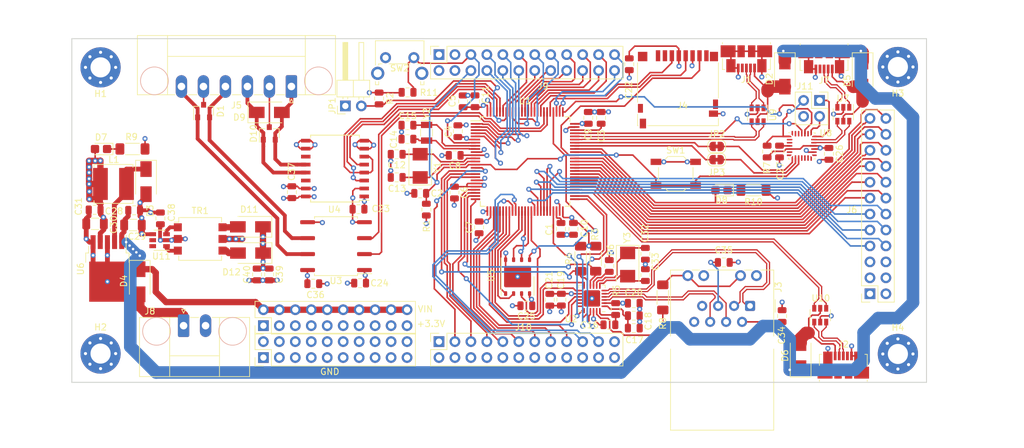
<source format=kicad_pcb>
(kicad_pcb (version 20171130) (host pcbnew 5.0.2-bee76a0~70~ubuntu18.04.1)
  (layers (0 F.Cu signal) (1 In1.Cu power) (2 In2.Cu power) (31 B.Cu signal) (34 B.Paste user) (35 F.Paste user) (36 B.SilkS user) (37 F.SilkS user) (38 B.Mask user) (39 F.Mask user) (44 Edge.Cuts user))
  (net 0 "")
  (net 1 +3V3)
  (net 2 GND)
  (net 3 "Net-(C1-Pad1)")
  (net 4 "Net-(C3-Pad1)")
  (net 5 "Net-(C15-Pad1)")
  (net 6 "Net-(C14-Pad1)")
  (net 7 "Net-(C12-Pad1)")
  (net 8 "Net-(C13-Pad1)")
  (net 9 /USBH_D-)
  (net 10 /USBH_D+)
  (net 11 /USBD_D-)
  (net 12 /USBD_D+)
  (net 13 "Net-(J2-Pad4)")
  (net 14 "Net-(J1-Pad4)")
  (net 15 "Net-(R6-Pad1)")
  (net 16 "Net-(C16-Pad1)")
  (net 17 /ENET_MDC)
  (net 18 /ENET_MDIO)
  (net 19 /ENET_REF_CLK)
  (net 20 /ENET_CRS_DV)
  (net 21 /ENET_RXD0)
  (net 22 /ENET_RXD1)
  (net 23 /ENET_TXEN)
  (net 24 /ENET_TXD0)
  (net 25 /ENET_TXD1)
  (net 26 "Net-(C17-Pad1)")
  (net 27 "Net-(U2-Pad17)")
  (net 28 "Net-(U2-Pad18)")
  (net 29 /SDMMC_D0)
  (net 30 /SDMMC_CLK)
  (net 31 /SDMMC_CMD)
  (net 32 "Net-(J4-Pad8)")
  (net 33 "Net-(J4-Pad2)")
  (net 34 "Net-(J4-Pad1)")
  (net 35 /CAN_TX)
  (net 36 /CAN_RX)
  (net 37 /CAN_L)
  (net 38 /CAN_H)
  (net 39 /~BOOT)
  (net 40 /~RESET)
  (net 41 /QSPI_IO1)
  (net 42 /QSPI_IO2)
  (net 43 /QSPI_IO0)
  (net 44 /QSPI_SCK)
  (net 45 /QSPI_IO3)
  (net 46 /~QSPI_CS)
  (net 47 /U1_TX)
  (net 48 /U1_RX)
  (net 49 /USB_SER_D+)
  (net 50 /USB_SER_D-)
  (net 51 "Net-(J7-Pad4)")
  (net 52 "Net-(U8-Pad2)")
  (net 53 "Net-(U8-Pad3)")
  (net 54 "Net-(U8-Pad11)")
  (net 55 "Net-(U8-Pad12)")
  (net 56 "Net-(U8-Pad13)")
  (net 57 "Net-(U8-Pad14)")
  (net 58 "Net-(U8-Pad15)")
  (net 59 "Net-(U8-Pad23)")
  (net 60 "Net-(U8-Pad26)")
  (net 61 "Net-(U8-Pad27)")
  (net 62 "Net-(U8-Pad28)")
  (net 63 "Net-(C27-Pad2)")
  (net 64 /U2_TX)
  (net 65 /U2_RX)
  (net 66 "Net-(D3-Pad1)")
  (net 67 /SWDIO)
  (net 68 /SWCLK)
  (net 69 VDC)
  (net 70 "Net-(D4-Pad2)")
  (net 71 /RS485_RX)
  (net 72 /RS485_DE)
  (net 73 /RS485_TX)
  (net 74 "Net-(C33-Pad1)")
  (net 75 "Net-(C32-Pad1)")
  (net 76 /RD-)
  (net 77 /RD+)
  (net 78 /TD-)
  (net 79 /TD+)
  (net 80 "Net-(J3-Pad10)")
  (net 81 "Net-(C35-Pad2)")
  (net 82 "Net-(C34-Pad2)")
  (net 83 /RS485_A)
  (net 84 /RS485_B)
  (net 85 /VBUS1)
  (net 86 /VBUS3)
  (net 87 /VBUS2)
  (net 88 /C_USBH_D-)
  (net 89 /C_USBH_D+)
  (net 90 /C_USBD_D+)
  (net 91 /C_USBD_D-)
  (net 92 /C_USB_SER_D-)
  (net 93 /C_USB_SER_D+)
  (net 94 "Net-(U8-Pad6)")
  (net 95 "Net-(U8-Pad7)")
  (net 96 /BOOT0_B)
  (net 97 /SWDIO_B)
  (net 98 /SWCLK_B)
  (net 99 /PE2)
  (net 100 /PE3)
  (net 101 /PE4)
  (net 102 /PE5)
  (net 103 /PE6)
  (net 104 /PC13)
  (net 105 /PC0)
  (net 106 /PC2)
  (net 107 /PC3)
  (net 108 /PA0)
  (net 109 /PA3)
  (net 110 /PA4)
  (net 111 /PA5)
  (net 112 /PA6)
  (net 113 /PB0)
  (net 114 /PB1)
  (net 115 /PE11)
  (net 116 /PE12)
  (net 117 /PE13)
  (net 118 /PE14)
  (net 119 /PE15)
  (net 120 /PB10)
  (net 121 /PD8)
  (net 122 /PD9)
  (net 123 /PD10)
  (net 124 /PD11)
  (net 125 /PD12)
  (net 126 /PD13)
  (net 127 /PD14)
  (net 128 /PD15)
  (net 129 /PC6)
  (net 130 /PC7)
  (net 131 /PC9)
  (net 132 /PA8)
  (net 133 /PA15)
  (net 134 /PC10)
  (net 135 /PD3)
  (net 136 /PD4)
  (net 137 /PD5)
  (net 138 /PD6)
  (net 139 /PD7)
  (net 140 /PB3)
  (net 141 /PB4)
  (net 142 /PB5)
  (net 143 /PB6)
  (net 144 /PB7)
  (net 145 /PB8)
  (net 146 /ETH_LED)
  (net 147 "Net-(D8-Pad1)")
  (net 148 "Net-(D7-Pad1)")
  (net 149 GNDPWR)
  (net 150 +5P)
  (net 151 "Net-(U4-Pad11)")
  (net 152 "Net-(U4-Pad14)")
  (net 153 "Net-(TR1-Pad1)")
  (net 154 "Net-(TR1-Pad3)")
  (net 155 "Net-(D11-Pad2)")
  (net 156 "Net-(D12-Pad2)")
  (net 157 "Net-(U11-Pad6)")
  (net 158 "Net-(U11-Pad5)")
  (module Capacitor_SMD:C_0805_2012Metric (layer F.Cu) (at 87.90178 65.49898 270)
    (fp_text reference C40 (at 0 1.63576 270) (layer F.SilkS))
    (fp_text value 0.1u)
    (pad 1 smd roundrect (at -0.9375 0 270) (size 0.975 1.4) (layers F.Cu F.Paste F.Mask) (net 150 +5P))
    (pad 2 smd roundrect (at 0.9375 0 270) (size 0.975 1.4) (layers F.Cu F.Paste F.Mask) (net 149 GNDPWR))
  )
  (module Capacitor_SMD:C_0805_2012Metric (layer F.Cu) (at 72.51192 56.57088 90)
    (fp_text reference C38 (at 0.92964 1.77546 90) (layer F.SilkS))
    (fp_text value 0.1u)
    (pad 2 smd roundrect (at 0.9375 0 90) (size 0.975 1.4) (layers F.Cu F.Paste F.Mask) (net 2 GND))
    (pad 1 smd roundrect (at -0.9375 0 90) (size 0.975 1.4) (layers F.Cu F.Paste F.Mask) (net 1 +3V3))
  )
  (module Capacitor_SMD:C_0805_2012Metric (layer F.Cu) (at 89.8271 65.49898 270)
    (fp_text reference C39 (at 0 -1.65 270) (layer F.SilkS))
    (fp_text value 10u)
    (pad 1 smd roundrect (at -0.9375 0 270) (size 0.975 1.4) (layers F.Cu F.Paste F.Mask) (net 150 +5P))
    (pad 2 smd roundrect (at 0.9375 0 270) (size 0.975 1.4) (layers F.Cu F.Paste F.Mask) (net 149 GNDPWR))
  )
  (module Diode_SMD:D_SMA (layer F.Cu) (at 86.83752 57.91454 180)
    (fp_text reference D11 (at 0.18288 2.77876 180) (layer F.SilkS))
    (fp_text value B120-E3)
    (pad 2 smd rect (at 2 0 180) (size 2.5 1.8) (layers F.Cu F.Paste F.Mask) (net 155 "Net-(D11-Pad2)"))
    (pad 1 smd rect (at -2 0 180) (size 2.5 1.8) (layers F.Cu F.Paste F.Mask) (net 150 +5P))
  )
  (module Diode_SMD:D_SMA (layer F.Cu) (at 86.8553 62.09284 180)
    (fp_text reference D12 (at 3.03276 -3.0353 180) (layer F.SilkS))
    (fp_text value B120-E3)
    (pad 1 smd rect (at -2 0 180) (size 2.5 1.8) (layers F.Cu F.Paste F.Mask) (net 150 +5P))
    (pad 2 smd rect (at 2 0 180) (size 2.5 1.8) (layers F.Cu F.Paste F.Mask) (net 156 "Net-(D12-Pad2)"))
  )
  (module Package_TO_SOT_SMD:SOT-23-6 (layer F.Cu) (at 72.38746 60.04306 180)
    (fp_text reference U11 (at -0.29464 -2.56032 180) (layer F.SilkS))
    (fp_text value SN6505)
    (pad 1 smd rect (at -1.1 -0.95 180) (size 1.06 0.65) (layers F.Cu F.Paste F.Mask) (net 154 "Net-(TR1-Pad3)"))
    (pad 2 smd rect (at -1.1 0 180) (size 1.06 0.65) (layers F.Cu F.Paste F.Mask) (net 1 +3V3))
    (pad 3 smd rect (at -1.1 0.95 180) (size 1.06 0.65) (layers F.Cu F.Paste F.Mask) (net 153 "Net-(TR1-Pad1)"))
    (pad 4 smd rect (at 1.1 0.95 180) (size 1.06 0.65) (layers F.Cu F.Paste F.Mask) (net 2 GND))
    (pad 6 smd rect (at 1.1 -0.95 180) (size 1.06 0.65) (layers F.Cu F.Paste F.Mask) (net 157 "Net-(U11-Pad6)"))
    (pad 5 smd rect (at 1.1 0 180) (size 1.06 0.65) (layers F.Cu F.Paste F.Mask) (net 158 "Net-(U11-Pad5)"))
  )
  (module Transformer_SMD:Pulse_P0926NL (layer F.Cu) (at 78.8416 59.84494)
    (fp_text reference TR1 (at 0 -4.5) (layer F.SilkS))
    (fp_text value ADTT1-6)
    (pad 1 smd rect (at -3.555 -1.855) (size 1.27 1.27) (layers F.Cu F.Paste F.Mask) (net 153 "Net-(TR1-Pad1)"))
    (pad 2 smd rect (at -3.555 0) (size 1.27 1.27) (layers F.Cu F.Paste F.Mask) (net 1 +3V3))
    (pad 3 smd rect (at -3.555 1.855) (size 1.27 1.27) (layers F.Cu F.Paste F.Mask) (net 154 "Net-(TR1-Pad3)"))
    (pad 4 smd rect (at 3.555 1.855) (size 1.27 1.27) (layers F.Cu F.Paste F.Mask) (net 156 "Net-(D12-Pad2)"))
    (pad 5 smd rect (at 3.555 0) (size 1.27 1.27) (layers F.Cu F.Paste F.Mask) (net 149 GNDPWR))
    (pad 6 smd rect (at 3.555 -1.855) (size 1.27 1.27) (layers F.Cu F.Paste F.Mask) (net 155 "Net-(D11-Pad2)"))
  )
  (module Package_SO:SOIC-16W_7.5x10.3mm_P1.27mm (layer F.Cu) (at 100.29444 48.63338 180)
    (fp_text reference U4 (at 0.09906 -6.51256 180) (layer F.SilkS))
    (fp_text value ISO3082DW)
    (pad 1 smd rect (at -4.65 -4.445 180) (size 1.5 0.6) (layers F.Cu F.Paste F.Mask) (net 1 +3V3))
    (pad 2 smd rect (at -4.65 -3.175 180) (size 1.5 0.6) (layers F.Cu F.Paste F.Mask) (net 2 GND))
    (pad 3 smd rect (at -4.65 -1.905 180) (size 1.5 0.6) (layers F.Cu F.Paste F.Mask) (net 71 /RS485_RX))
    (pad 4 smd rect (at -4.65 -0.635 180) (size 1.5 0.6) (layers F.Cu F.Paste F.Mask) (net 72 /RS485_DE))
    (pad 5 smd rect (at -4.65 0.635 180) (size 1.5 0.6) (layers F.Cu F.Paste F.Mask) (net 73 /RS485_TX))
    (pad 6 smd rect (at -4.65 1.905 180) (size 1.5 0.6) (layers F.Cu F.Paste F.Mask) (net 72 /RS485_DE))
    (pad 7 smd rect (at -4.65 3.175 180) (size 1.5 0.6) (layers F.Cu F.Paste F.Mask) (net 2 GND))
    (pad 8 smd rect (at -4.65 4.445 180) (size 1.5 0.6) (layers F.Cu F.Paste F.Mask) (net 2 GND))
    (pad 9 smd rect (at 4.65 4.445 180) (size 1.5 0.6) (layers F.Cu F.Paste F.Mask) (net 149 GNDPWR))
    (pad 10 smd rect (at 4.65 3.175 180) (size 1.5 0.6) (layers F.Cu F.Paste F.Mask) (net 149 GNDPWR))
    (pad 11 smd rect (at 4.65 1.905 180) (size 1.5 0.6) (layers F.Cu F.Paste F.Mask) (net 151 "Net-(U4-Pad11)"))
    (pad 12 smd rect (at 4.65 0.635 180) (size 1.5 0.6) (layers F.Cu F.Paste F.Mask) (net 83 /RS485_A))
    (pad 13 smd rect (at 4.65 -0.635 180) (size 1.5 0.6) (layers F.Cu F.Paste F.Mask) (net 84 /RS485_B))
    (pad 14 smd rect (at 4.65 -1.905 180) (size 1.5 0.6) (layers F.Cu F.Paste F.Mask) (net 152 "Net-(U4-Pad14)"))
    (pad 15 smd rect (at 4.65 -3.175 180) (size 1.5 0.6) (layers F.Cu F.Paste F.Mask) (net 149 GNDPWR))
    (pad 16 smd rect (at 4.65 -4.445 180) (size 1.5 0.6) (layers F.Cu F.Paste F.Mask) (net 150 +5P))
  )
  (module Capacitor_SMD:C_0805_2012Metric (layer F.Cu) (at 93.4339 52.39512 270)
    (fp_text reference C37 (at -3.26136 0.04064 270) (layer F.SilkS))
    (fp_text value 0.1u)
    (pad 2 smd roundrect (at 0.9375 0 270) (size 0.975 1.4) (layers F.Cu F.Paste F.Mask) (net 150 +5P))
    (pad 1 smd roundrect (at -0.9375 0 270) (size 0.975 1.4) (layers F.Cu F.Paste F.Mask) (net 149 GNDPWR))
  )
  (module Capacitor_SMD:C_0805_2012Metric (layer F.Cu) (at 96.84004 66.97726)
    (fp_text reference C36 (at 0.35052 1.77292) (layer F.SilkS))
    (fp_text value 0.1u)
    (pad 1 smd roundrect (at -0.9375 0) (size 0.975 1.4) (layers F.Cu F.Paste F.Mask) (net 150 +5P))
    (pad 2 smd roundrect (at 0.9375 0) (size 0.975 1.4) (layers F.Cu F.Paste F.Mask) (net 149 GNDPWR))
  )
  (module Package_SO:SOP-8_6.62x9.15mm_P2.54mm (layer F.Cu) (at 100.457 60.98794 180)
    (fp_text reference U3 (at 0 -5.52 180) (layer F.SilkS))
    (fp_text value ISO1050DUB)
    (pad 1 smd roundrect (at -4.525 -3.81 180) (size 2.35 0.65) (layers F.Cu F.Paste F.Mask) (net 1 +3V3))
    (pad 2 smd roundrect (at -4.525 -1.27 180) (size 2.35 0.65) (layers F.Cu F.Paste F.Mask) (net 36 /CAN_RX))
    (pad 3 smd roundrect (at -4.525 1.27 180) (size 2.35 0.65) (layers F.Cu F.Paste F.Mask) (net 35 /CAN_TX))
    (pad 4 smd roundrect (at -4.525 3.81 180) (size 2.35 0.65) (layers F.Cu F.Paste F.Mask) (net 2 GND))
    (pad 5 smd roundrect (at 4.525 3.81 180) (size 2.35 0.65) (layers F.Cu F.Paste F.Mask) (net 149 GNDPWR))
    (pad 6 smd roundrect (at 4.525 1.27 180) (size 2.35 0.65) (layers F.Cu F.Paste F.Mask) (net 37 /CAN_L))
    (pad 7 smd roundrect (at 4.525 -1.27 180) (size 2.35 0.65) (layers F.Cu F.Paste F.Mask) (net 38 /CAN_H))
    (pad 8 smd roundrect (at 4.525 -3.81 180) (size 2.35 0.65) (layers F.Cu F.Paste F.Mask) (net 150 +5P))
  )
  (module Diode_SMD:D_SMA (layer F.Cu) (at 89.8398 39.6875)
    (fp_text reference D9 (at -4.76758 0.7874) (layer F.SilkS))
    (fp_text value D_TVS)
    (pad 1 smd rect (at -2 0) (size 2.5 1.8) (layers F.Cu F.Paste F.Mask) (net 84 /RS485_B))
    (pad 2 smd rect (at 2 0) (size 2.5 1.8) (layers F.Cu F.Paste F.Mask) (net 83 /RS485_A))
  )
  (module Package_TO_SOT_SMD:SOT-23 (layer F.Cu) (at 89.8398 43.03776 90)
    (fp_text reference D10 (at 0 -2.5 90) (layer F.SilkS))
    (fp_text value NUP2105L)
    (pad 1 smd rect (at -1 -0.95 90) (size 0.9 0.8) (layers F.Cu F.Paste F.Mask) (net 84 /RS485_B))
    (pad 2 smd rect (at -1 0.95 90) (size 0.9 0.8) (layers F.Cu F.Paste F.Mask) (net 83 /RS485_A))
    (pad 3 smd rect (at 1 0 90) (size 0.9 0.8) (layers F.Cu F.Paste F.Mask) (net 149 GNDPWR))
  )
  (module Resistor_SMD:R_0805_2012Metric (layer F.Cu) (at 111.84128 36.4871)
    (fp_text reference R11 (at 3.4163 0.03556) (layer F.SilkS))
    (fp_text value 4K7)
    (pad 1 smd roundrect (at -0.9375 0) (size 0.975 1.4) (layers F.Cu F.Paste F.Mask) (net 1 +3V3))
    (pad 2 smd roundrect (at 0.9375 0) (size 0.975 1.4) (layers F.Cu F.Paste F.Mask) (net 104 /PC13))
  )
  (module LED_SMD:LED_0805_2012Metric_Castellated (layer F.Cu) (at 63.0682 45.5168 180)
    (fp_text reference D7 (at 0 1.85928 180) (layer F.SilkS))
    (fp_text value LED_PWR)
    (pad 2 smd roundrect (at 0.9625 0 180) (size 1.325 1.3) (layers F.Cu F.Paste F.Mask) (roundrect_rratio 0.192308) (net 1 +3V3))
    (pad 1 smd roundrect (at -0.9625 0 180) (size 1.325 1.3) (layers F.Cu F.Paste F.Mask) (roundrect_rratio 0.192308) (net 148 "Net-(D7-Pad1)"))
  )
  (module LED_SMD:LED_0805_2012Metric_Castellated (layer F.Cu) (at 161.80308 52.08016 180)
    (fp_text reference D8 (at 0 -1.6 180) (layer F.SilkS))
    (fp_text value LED_PA8)
    (pad 1 smd roundrect (at -0.9625 0 180) (size 1.325 1.3) (layers F.Cu F.Paste F.Mask) (roundrect_rratio 0.192308) (net 147 "Net-(D8-Pad1)"))
    (pad 2 smd roundrect (at 0.9625 0 180) (size 1.325 1.3) (layers F.Cu F.Paste F.Mask) (roundrect_rratio 0.192308) (net 132 /PA8))
  )
  (module Resistor_SMD:R_1806_4516Metric (layer F.Cu) (at 68.06946 45.51172 180)
    (fp_text reference R9 (at 0.1524 1.92786 180) (layer F.SilkS))
    (fp_text value 220R)
    (pad 2 smd roundrect (at 2 0 180) (size 1.4 1.8) (layers F.Cu F.Paste F.Mask) (roundrect_rratio 0.178571) (net 148 "Net-(D7-Pad1)"))
    (pad 1 smd roundrect (at -2 0 180) (size 1.4 1.8) (layers F.Cu F.Paste F.Mask) (roundrect_rratio 0.178571) (net 2 GND))
  )
  (module Resistor_SMD:R_1806_4516Metric (layer F.Cu) (at 166.88054 52.08016 180)
    (fp_text reference R10 (at 0 -1.85 180) (layer F.SilkS))
    (fp_text value 220R)
    (pad 1 smd roundrect (at -2 0 180) (size 1.4 1.8) (layers F.Cu F.Paste F.Mask) (roundrect_rratio 0.178571) (net 2 GND))
    (pad 2 smd roundrect (at 2 0 180) (size 1.4 1.8) (layers F.Cu F.Paste F.Mask) (roundrect_rratio 0.178571) (net 147 "Net-(D8-Pad1)"))
  )
  (module Connector_PinHeader_2.54mm:PinHeader_2x10_P2.54mm_Vertical (layer F.Cu) (at 88.9 78.74 90)
    (fp_text reference J13 hide)
    (fp_text value PROTO1)
    (pad 1 thru_hole rect (at 0 0 90) (size 1.7 1.7) (drill 1) (layers *.Cu *.Mask) (net 2 GND))
    (pad 2 thru_hole oval (at 2.54 0 90) (size 1.7 1.7) (drill 1) (layers *.Cu *.Mask) (net 2 GND))
    (pad 3 thru_hole oval (at 0 2.54 90) (size 1.7 1.7) (drill 1) (layers *.Cu *.Mask) (net 2 GND))
    (pad 4 thru_hole oval (at 2.54 2.54 90) (size 1.7 1.7) (drill 1) (layers *.Cu *.Mask) (net 2 GND))
    (pad 5 thru_hole oval (at 0 5.08 90) (size 1.7 1.7) (drill 1) (layers *.Cu *.Mask) (net 2 GND))
    (pad 6 thru_hole oval (at 2.54 5.08 90) (size 1.7 1.7) (drill 1) (layers *.Cu *.Mask) (net 2 GND))
    (pad 7 thru_hole oval (at 0 7.62 90) (size 1.7 1.7) (drill 1) (layers *.Cu *.Mask) (net 2 GND))
    (pad 8 thru_hole oval (at 2.54 7.62 90) (size 1.7 1.7) (drill 1) (layers *.Cu *.Mask) (net 2 GND))
    (pad 9 thru_hole oval (at 0 10.16 90) (size 1.7 1.7) (drill 1) (layers *.Cu *.Mask) (net 2 GND))
    (pad 10 thru_hole oval (at 2.54 10.16 90) (size 1.7 1.7) (drill 1) (layers *.Cu *.Mask) (net 2 GND))
    (pad 11 thru_hole oval (at 0 12.7 90) (size 1.7 1.7) (drill 1) (layers *.Cu *.Mask) (net 2 GND))
    (pad 12 thru_hole oval (at 2.54 12.7 90) (size 1.7 1.7) (drill 1) (layers *.Cu *.Mask) (net 2 GND))
    (pad 13 thru_hole oval (at 0 15.24 90) (size 1.7 1.7) (drill 1) (layers *.Cu *.Mask) (net 2 GND))
    (pad 14 thru_hole oval (at 2.54 15.24 90) (size 1.7 1.7) (drill 1) (layers *.Cu *.Mask) (net 2 GND))
    (pad 15 thru_hole oval (at 0 17.78 90) (size 1.7 1.7) (drill 1) (layers *.Cu *.Mask) (net 2 GND))
    (pad 16 thru_hole oval (at 2.54 17.78 90) (size 1.7 1.7) (drill 1) (layers *.Cu *.Mask) (net 2 GND))
    (pad 17 thru_hole oval (at 0 20.32 90) (size 1.7 1.7) (drill 1) (layers *.Cu *.Mask) (net 2 GND))
    (pad 18 thru_hole oval (at 2.54 20.32 90) (size 1.7 1.7) (drill 1) (layers *.Cu *.Mask) (net 2 GND))
    (pad 19 thru_hole oval (at 0 22.86 90) (size 1.7 1.7) (drill 1) (layers *.Cu *.Mask) (net 2 GND))
    (pad 20 thru_hole oval (at 2.54 22.86 90) (size 1.7 1.7) (drill 1) (layers *.Cu *.Mask) (net 2 GND))
  )
  (module Connector_PinHeader_2.54mm:PinHeader_2x10_P2.54mm_Vertical (layer F.Cu) (at 88.9 73.66 90)
    (fp_text reference J18 hide)
    (fp_text value PROTO1)
    (pad 1 thru_hole rect (at 0 0 90) (size 1.7 1.7) (drill 1) (layers *.Cu *.Mask) (net 1 +3V3))
    (pad 2 thru_hole oval (at 2.54 0 90) (size 1.7 1.7) (drill 1) (layers *.Cu *.Mask) (net 69 VDC))
    (pad 3 thru_hole oval (at 0 2.54 90) (size 1.7 1.7) (drill 1) (layers *.Cu *.Mask) (net 1 +3V3))
    (pad 4 thru_hole oval (at 2.54 2.54 90) (size 1.7 1.7) (drill 1) (layers *.Cu *.Mask) (net 69 VDC))
    (pad 5 thru_hole oval (at 0 5.08 90) (size 1.7 1.7) (drill 1) (layers *.Cu *.Mask) (net 1 +3V3))
    (pad 6 thru_hole oval (at 2.54 5.08 90) (size 1.7 1.7) (drill 1) (layers *.Cu *.Mask) (net 69 VDC))
    (pad 7 thru_hole oval (at 0 7.62 90) (size 1.7 1.7) (drill 1) (layers *.Cu *.Mask) (net 1 +3V3))
    (pad 8 thru_hole oval (at 2.54 7.62 90) (size 1.7 1.7) (drill 1) (layers *.Cu *.Mask) (net 69 VDC))
    (pad 9 thru_hole oval (at 0 10.16 90) (size 1.7 1.7) (drill 1) (layers *.Cu *.Mask) (net 1 +3V3))
    (pad 10 thru_hole oval (at 2.54 10.16 90) (size 1.7 1.7) (drill 1) (layers *.Cu *.Mask) (net 69 VDC))
    (pad 11 thru_hole oval (at 0 12.7 90) (size 1.7 1.7) (drill 1) (layers *.Cu *.Mask) (net 1 +3V3))
    (pad 12 thru_hole oval (at 2.54 12.7 90) (size 1.7 1.7) (drill 1) (layers *.Cu *.Mask) (net 69 VDC))
    (pad 13 thru_hole oval (at 0 15.24 90) (size 1.7 1.7) (drill 1) (layers *.Cu *.Mask) (net 1 +3V3))
    (pad 14 thru_hole oval (at 2.54 15.24 90) (size 1.7 1.7) (drill 1) (layers *.Cu *.Mask) (net 69 VDC))
    (pad 15 thru_hole oval (at 0 17.78 90) (size 1.7 1.7) (drill 1) (layers *.Cu *.Mask) (net 1 +3V3))
    (pad 16 thru_hole oval (at 2.54 17.78 90) (size 1.7 1.7) (drill 1) (layers *.Cu *.Mask) (net 69 VDC))
    (pad 17 thru_hole oval (at 0 20.32 90) (size 1.7 1.7) (drill 1) (layers *.Cu *.Mask) (net 1 +3V3))
    (pad 18 thru_hole oval (at 2.54 20.32 90) (size 1.7 1.7) (drill 1) (layers *.Cu *.Mask) (net 69 VDC))
    (pad 19 thru_hole oval (at 0 22.86 90) (size 1.7 1.7) (drill 1) (layers *.Cu *.Mask) (net 1 +3V3))
    (pad 20 thru_hole oval (at 2.54 22.86 90) (size 1.7 1.7) (drill 1) (layers *.Cu *.Mask) (net 69 VDC))
  )
  (module Button_Switch_SMD:SW_SPST_TL3342 (layer F.Cu) (at 154.51836 49.46396)
    (fp_text reference SW1 (at 0 -3.75) (layer F.SilkS))
    (fp_text value RESET)
    (pad 1 smd rect (at -3.15 -1.9) (size 1.7 1) (layers F.Cu F.Paste F.Mask) (net 2 GND))
    (pad 1 smd rect (at 3.15 -1.9) (size 1.7 1) (layers F.Cu F.Paste F.Mask) (net 2 GND))
    (pad 2 smd rect (at -3.15 1.9) (size 1.7 1) (layers F.Cu F.Paste F.Mask) (net 40 /~RESET))
    (pad 2 smd rect (at 3.15 1.9) (size 1.7 1) (layers F.Cu F.Paste F.Mask) (net 40 /~RESET))
  )
  (module Connector_PinHeader_2.54mm:PinHeader_1x02_P2.54mm_Horizontal (layer F.Cu) (at 101.9429 38.6588 90)
    (fp_text reference JP1 (at 0.01778 -2.07772 90) (layer F.SilkS))
    (fp_text value BOOT)
    (pad 1 thru_hole rect (at 0 0 90) (size 1.7 1.7) (drill 1) (layers *.Cu *.Mask) (net 2 GND))
    (pad 2 thru_hole oval (at 0 2.54 90) (size 1.7 1.7) (drill 1) (layers *.Cu *.Mask) (net 39 /~BOOT))
  )
  (module Diode_SMD:D_SMA (layer F.Cu) (at 174.39132 78.43012 90)
    (fp_text reference D6 (at 0 -2.5 90) (layer F.SilkS))
    (fp_text value B120-E3)
    (pad 1 smd rect (at -2 0 90) (size 2.5 1.8) (layers F.Cu F.Paste F.Mask) (net 69 VDC))
    (pad 2 smd rect (at 2 0 90) (size 2.5 1.8) (layers F.Cu F.Paste F.Mask) (net 86 /VBUS3))
  )
  (module Diode_SMD:D_SMA (layer F.Cu) (at 184.2516 33.58388 270)
    (fp_text reference D5 (at 1.07442 2.4511 90) (layer F.SilkS))
    (fp_text value B120-E3)
    (pad 2 smd rect (at 2 0 270) (size 2.5 1.8) (layers F.Cu F.Paste F.Mask) (net 87 /VBUS2))
    (pad 1 smd rect (at -2 0 270) (size 2.5 1.8) (layers F.Cu F.Paste F.Mask) (net 69 VDC))
  )
  (module Diode_SMD:D_SMA (layer F.Cu) (at 171.87672 33.58134 270)
    (fp_text reference D2 (at 0.79248 2.45872 90) (layer F.SilkS))
    (fp_text value B120-E3)
    (pad 1 smd rect (at -2 0 270) (size 2.5 1.8) (layers F.Cu F.Paste F.Mask) (net 69 VDC))
    (pad 2 smd rect (at 2 0 270) (size 2.5 1.8) (layers F.Cu F.Paste F.Mask) (net 85 /VBUS1))
  )
  (module Package_TO_SOT_SMD:SOT-23 (layer F.Cu) (at 79.3877 39.47414 90)
    (fp_text reference D1 (at -0.01524 2.69748 90) (layer F.SilkS))
    (fp_text value NUP2105L)
    (pad 1 smd rect (at -1 -0.95 90) (size 0.9 0.8) (layers F.Cu F.Paste F.Mask) (net 38 /CAN_H))
    (pad 2 smd rect (at -1 0.95 90) (size 0.9 0.8) (layers F.Cu F.Paste F.Mask) (net 37 /CAN_L))
    (pad 3 smd rect (at 1 0 90) (size 0.9 0.8) (layers F.Cu F.Paste F.Mask) (net 149 GNDPWR))
  )
  (module Resistor_SMD:R_1806_4516Metric (layer F.Cu) (at 152.45334 69.15912 270)
    (fp_text reference R8 (at 4.16052 0 270) (layer F.SilkS))
    (fp_text value 220R)
    (pad 1 smd roundrect (at -2 0 270) (size 1.4 1.8) (layers F.Cu F.Paste F.Mask) (roundrect_rratio 0.178571) (net 80 "Net-(J3-Pad10)"))
    (pad 2 smd roundrect (at 2 0 270) (size 1.4 1.8) (layers F.Cu F.Paste F.Mask) (roundrect_rratio 0.178571) (net 146 /ETH_LED))
  )
  (module Resistor_SMD:R_0805_2012Metric (layer F.Cu) (at 169.05732 45.92066 90)
    (fp_text reference R7 (at -2.61874 -0.02032 90) (layer F.SilkS))
    (fp_text value 4K7)
    (pad 1 smd roundrect (at -0.9375 0 90) (size 0.975 1.4) (layers F.Cu F.Paste F.Mask) (net 1 +3V3))
    (pad 2 smd roundrect (at 0.9375 0 90) (size 0.975 1.4) (layers F.Cu F.Paste F.Mask) (net 96 /BOOT0_B))
  )
  (module Connector_PinHeader_2.54mm:PinHeader_2x02_P2.54mm_Vertical (layer F.Cu) (at 177.40122 37.77742 270)
    (fp_text reference J11 (at -2.25552 2.32664) (layer F.SilkS))
    (fp_text value Conn_02x02_Odd_Even)
    (pad 1 thru_hole rect (at 0 0 270) (size 1.7 1.7) (drill 1) (layers *.Cu *.Mask) (net 97 /SWDIO_B))
    (pad 2 thru_hole oval (at 2.54 0 270) (size 1.7 1.7) (drill 1) (layers *.Cu *.Mask) (net 98 /SWCLK_B))
    (pad 3 thru_hole oval (at 0 2.54 270) (size 1.7 1.7) (drill 1) (layers *.Cu *.Mask) (net 96 /BOOT0_B))
    (pad 4 thru_hole oval (at 2.54 2.54 270) (size 1.7 1.7) (drill 1) (layers *.Cu *.Mask) (net 2 GND))
  )
  (module Connector_Card:microSD_HC_Hirose_DM3D-SF (layer F.Cu) (at 154.87142 36.00958 180)
    (fp_text reference J4 (at -0.72136 -2.60858 180) (layer F.SilkS))
    (fp_text value Micro_SD_Card)
    (pad 8 smd rect (at -4.525 5.35 180) (size 0.7 1.75) (layers F.Cu F.Paste F.Mask) (net 32 "Net-(J4-Pad8)"))
    (pad 11 smd rect (at -5.725 5.225 180) (size 1.3 1.5) (layers F.Cu F.Paste F.Mask))
    (pad 11 smd rect (at -5.975 -2.375 180) (size 0.8 1.5) (layers F.Cu F.Paste F.Mask))
    (pad 9 smd rect (at -5.65 -3.875 180) (size 1.45 1) (layers F.Cu F.Paste F.Mask) (net 2 GND))
    (pad 11 smd rect (at 5.975 -3.025 180) (size 0.8 1.4) (layers F.Cu F.Paste F.Mask))
    (pad 7 smd rect (at -3.425 5.35 180) (size 0.7 1.75) (layers F.Cu F.Paste F.Mask) (net 29 /SDMMC_D0))
    (pad 6 smd rect (at -2.325 5.35 180) (size 0.7 1.75) (layers F.Cu F.Paste F.Mask) (net 2 GND))
    (pad 5 smd rect (at -1.225 5.35 180) (size 0.7 1.75) (layers F.Cu F.Paste F.Mask) (net 30 /SDMMC_CLK))
    (pad 4 smd rect (at -0.125 5.35 180) (size 0.7 1.75) (layers F.Cu F.Paste F.Mask) (net 1 +3V3))
    (pad 3 smd rect (at 0.975 5.35 180) (size 0.7 1.75) (layers F.Cu F.Paste F.Mask) (net 31 /SDMMC_CMD))
    (pad 2 smd rect (at 2.075 5.35 180) (size 0.7 1.75) (layers F.Cu F.Paste F.Mask) (net 33 "Net-(J4-Pad2)"))
    (pad 1 smd rect (at 3.175 5.35 180) (size 0.7 1.75) (layers F.Cu F.Paste F.Mask) (net 34 "Net-(J4-Pad1)"))
    (pad 11 smd rect (at 5.625 5.225 180) (size 1.5 1.5) (layers F.Cu F.Paste F.Mask))
    (pad 10 smd rect (at 5.575 -5.45 180) (size 1 1.55) (layers F.Cu F.Paste F.Mask))
  )
  (module Package_TO_SOT_SMD:SOT-23-6 (layer F.Cu) (at 181.18074 39.97688 270)
    (fp_text reference U7 (at -2.51188 0.0762) (layer F.SilkS))
    (fp_text value USBLC6-2SC6)
    (pad 1 smd rect (at -1.1 -0.95 270) (size 1.06 0.65) (layers F.Cu F.Paste F.Mask) (net 92 /C_USB_SER_D-))
    (pad 2 smd rect (at -1.1 0 270) (size 1.06 0.65) (layers F.Cu F.Paste F.Mask) (net 2 GND))
    (pad 3 smd rect (at -1.1 0.95 270) (size 1.06 0.65) (layers F.Cu F.Paste F.Mask) (net 93 /C_USB_SER_D+))
    (pad 4 smd rect (at 1.1 0.95 270) (size 1.06 0.65) (layers F.Cu F.Paste F.Mask) (net 49 /USB_SER_D+))
    (pad 6 smd rect (at 1.1 -0.95 270) (size 1.06 0.65) (layers F.Cu F.Paste F.Mask) (net 50 /USB_SER_D-))
    (pad 5 smd rect (at 1.1 0 270) (size 1.06 0.65) (layers F.Cu F.Paste F.Mask) (net 87 /VBUS2))
  )
  (module Package_TO_SOT_SMD:SOT-23-6 (layer F.Cu) (at 167.54094 40.06868 270)
    (fp_text reference U9 (at 0.00998 -2.44094 270) (layer F.SilkS))
    (fp_text value USBLC6-2SC6)
    (pad 5 smd rect (at 1.1 0 270) (size 1.06 0.65) (layers F.Cu F.Paste F.Mask) (net 85 /VBUS1))
    (pad 6 smd rect (at 1.1 -0.95 270) (size 1.06 0.65) (layers F.Cu F.Paste F.Mask) (net 11 /USBD_D-))
    (pad 4 smd rect (at 1.1 0.95 270) (size 1.06 0.65) (layers F.Cu F.Paste F.Mask) (net 12 /USBD_D+))
    (pad 3 smd rect (at -1.1 0.95 270) (size 1.06 0.65) (layers F.Cu F.Paste F.Mask) (net 90 /C_USBD_D+))
    (pad 2 smd rect (at -1.1 0 270) (size 1.06 0.65) (layers F.Cu F.Paste F.Mask) (net 2 GND))
    (pad 1 smd rect (at -1.1 -0.95 270) (size 1.06 0.65) (layers F.Cu F.Paste F.Mask) (net 91 /C_USBD_D-))
  )
  (module Package_TO_SOT_SMD:SOT-23-6 (layer F.Cu) (at 177.50536 71.98868 90)
    (fp_text reference U10 (at 2.70764 0.0889 180) (layer F.SilkS))
    (fp_text value USBLC6-2SC6)
    (pad 1 smd rect (at -1.1 -0.95 90) (size 1.06 0.65) (layers F.Cu F.Paste F.Mask) (net 88 /C_USBH_D-))
    (pad 2 smd rect (at -1.1 0 90) (size 1.06 0.65) (layers F.Cu F.Paste F.Mask) (net 2 GND))
    (pad 3 smd rect (at -1.1 0.95 90) (size 1.06 0.65) (layers F.Cu F.Paste F.Mask) (net 89 /C_USBH_D+))
    (pad 4 smd rect (at 1.1 0.95 90) (size 1.06 0.65) (layers F.Cu F.Paste F.Mask) (net 10 /USBH_D+))
    (pad 6 smd rect (at 1.1 -0.95 90) (size 1.06 0.65) (layers F.Cu F.Paste F.Mask) (net 9 /USBH_D-))
    (pad 5 smd rect (at 1.1 0 90) (size 1.06 0.65) (layers F.Cu F.Paste F.Mask) (net 86 /VBUS3))
  )
  (module Connector_Phoenix_MC:PhoenixContact_MC_1,5_2-GF-3.5_1x02_P3.50mm_Horizontal_ThreadedFlange_MountHole (layer F.Cu) (at 76.2 73.66)
    (fp_text reference J8 (at -5.36194 -2.28854) (layer F.SilkS))
    (fp_text value Screw_Terminal_01x02)
    (pad 1 thru_hole roundrect (at 0 0) (size 1.8 3.6) (drill 1.2) (layers *.Cu *.Mask) (roundrect_rratio 0.138889) (net 70 "Net-(D4-Pad2)"))
    (pad 2 thru_hole oval (at 3.5 0) (size 1.8 3.6) (drill 1.2) (layers *.Cu *.Mask) (net 2 GND))
    (pad "" np_thru_hole circle (at -4.3 0.9) (size 2.4 2.4) (drill 2.4) (layers *.Cu *.Mask))
    (pad "" np_thru_hole circle (at 7.8 0.9) (size 2.4 2.4) (drill 2.4) (layers *.Cu *.Mask))
  )
  (module Connector_PinSocket_2.54mm:PinSocket_2x12_P2.54mm_Vertical (layer F.Cu) (at 116.84 76.2 90)
    (fp_text reference J10 (at 2.28092 13.44676 180) (layer F.SilkS))
    (fp_text value Conn_02x12_Odd_Even)
    (pad 1 thru_hole rect (at 0 0 90) (size 1.7 1.7) (drill 1) (layers *.Cu *.Mask) (net 2 GND))
    (pad 2 thru_hole oval (at -2.54 0 90) (size 1.7 1.7) (drill 1) (layers *.Cu *.Mask) (net 2 GND))
    (pad 3 thru_hole oval (at 0 2.54 90) (size 1.7 1.7) (drill 1) (layers *.Cu *.Mask) (net 105 /PC0))
    (pad 4 thru_hole oval (at -2.54 2.54 90) (size 1.7 1.7) (drill 1) (layers *.Cu *.Mask) (net 2 GND))
    (pad 5 thru_hole oval (at 0 5.08 90) (size 1.7 1.7) (drill 1) (layers *.Cu *.Mask) (net 106 /PC2))
    (pad 6 thru_hole oval (at -2.54 5.08 90) (size 1.7 1.7) (drill 1) (layers *.Cu *.Mask) (net 2 GND))
    (pad 7 thru_hole oval (at 0 7.62 90) (size 1.7 1.7) (drill 1) (layers *.Cu *.Mask) (net 107 /PC3))
    (pad 8 thru_hole oval (at -2.54 7.62 90) (size 1.7 1.7) (drill 1) (layers *.Cu *.Mask) (net 2 GND))
    (pad 9 thru_hole oval (at 0 10.16 90) (size 1.7 1.7) (drill 1) (layers *.Cu *.Mask) (net 108 /PA0))
    (pad 10 thru_hole oval (at -2.54 10.16 90) (size 1.7 1.7) (drill 1) (layers *.Cu *.Mask) (net 2 GND))
    (pad 11 thru_hole oval (at 0 12.7 90) (size 1.7 1.7) (drill 1) (layers *.Cu *.Mask) (net 109 /PA3))
    (pad 12 thru_hole oval (at -2.54 12.7 90) (size 1.7 1.7) (drill 1) (layers *.Cu *.Mask) (net 2 GND))
    (pad 13 thru_hole oval (at 0 15.24 90) (size 1.7 1.7) (drill 1) (layers *.Cu *.Mask) (net 110 /PA4))
    (pad 14 thru_hole oval (at -2.54 15.24 90) (size 1.7 1.7) (drill 1) (layers *.Cu *.Mask) (net 2 GND))
    (pad 15 thru_hole oval (at 0 17.78 90) (size 1.7 1.7) (drill 1) (layers *.Cu *.Mask) (net 111 /PA5))
    (pad 16 thru_hole oval (at -2.54 17.78 90) (size 1.7 1.7) (drill 1) (layers *.Cu *.Mask) (net 2 GND))
    (pad 17 thru_hole oval (at 0 20.32 90) (size 1.7 1.7) (drill 1) (layers *.Cu *.Mask) (net 112 /PA6))
    (pad 18 thru_hole oval (at -2.54 20.32 90) (size 1.7 1.7) (drill 1) (layers *.Cu *.Mask) (net 2 GND))
    (pad 19 thru_hole oval (at 0 22.86 90) (size 1.7 1.7) (drill 1) (layers *.Cu *.Mask) (net 114 /PB1))
    (pad 20 thru_hole oval (at -2.54 22.86 90) (size 1.7 1.7) (drill 1) (layers *.Cu *.Mask) (net 2 GND))
    (pad 21 thru_hole oval (at 0 25.4 90) (size 1.7 1.7) (drill 1) (layers *.Cu *.Mask) (net 113 /PB0))
    (pad 22 thru_hole oval (at -2.54 25.4 90) (size 1.7 1.7) (drill 1) (layers *.Cu *.Mask) (net 2 GND))
    (pad 23 thru_hole oval (at 0 27.94 90) (size 1.7 1.7) (drill 1) (layers *.Cu *.Mask) (net 2 GND))
    (pad 24 thru_hole oval (at -2.54 27.94 90) (size 1.7 1.7) (drill 1) (layers *.Cu *.Mask) (net 2 GND))
  )
  (module Connector_PinSocket_2.54mm:PinSocket_2x12_P2.54mm_Vertical (layer F.Cu) (at 185.42 68.58 180)
    (fp_text reference J6 (at 2.89052 13.36294 180) (layer F.SilkS))
    (fp_text value Conn_02x12_Odd_Even)
    (pad 24 thru_hole oval (at -2.54 27.94 180) (size 1.7 1.7) (drill 1) (layers *.Cu *.Mask) (net 132 /PA8))
    (pad 23 thru_hole oval (at 0 27.94 180) (size 1.7 1.7) (drill 1) (layers *.Cu *.Mask) (net 131 /PC9))
    (pad 22 thru_hole oval (at -2.54 25.4 180) (size 1.7 1.7) (drill 1) (layers *.Cu *.Mask) (net 130 /PC7))
    (pad 21 thru_hole oval (at 0 25.4 180) (size 1.7 1.7) (drill 1) (layers *.Cu *.Mask) (net 129 /PC6))
    (pad 20 thru_hole oval (at -2.54 22.86 180) (size 1.7 1.7) (drill 1) (layers *.Cu *.Mask) (net 128 /PD15))
    (pad 19 thru_hole oval (at 0 22.86 180) (size 1.7 1.7) (drill 1) (layers *.Cu *.Mask) (net 127 /PD14))
    (pad 18 thru_hole oval (at -2.54 20.32 180) (size 1.7 1.7) (drill 1) (layers *.Cu *.Mask) (net 126 /PD13))
    (pad 17 thru_hole oval (at 0 20.32 180) (size 1.7 1.7) (drill 1) (layers *.Cu *.Mask) (net 125 /PD12))
    (pad 16 thru_hole oval (at -2.54 17.78 180) (size 1.7 1.7) (drill 1) (layers *.Cu *.Mask) (net 124 /PD11))
    (pad 15 thru_hole oval (at 0 17.78 180) (size 1.7 1.7) (drill 1) (layers *.Cu *.Mask) (net 123 /PD10))
    (pad 14 thru_hole oval (at -2.54 15.24 180) (size 1.7 1.7) (drill 1) (layers *.Cu *.Mask) (net 122 /PD9))
    (pad 13 thru_hole oval (at 0 15.24 180) (size 1.7 1.7) (drill 1) (layers *.Cu *.Mask) (net 121 /PD8))
    (pad 12 thru_hole oval (at -2.54 12.7 180) (size 1.7 1.7) (drill 1) (layers *.Cu *.Mask) (net 120 /PB10))
    (pad 11 thru_hole oval (at 0 12.7 180) (size 1.7 1.7) (drill 1) (layers *.Cu *.Mask) (net 119 /PE15))
    (pad 10 thru_hole oval (at -2.54 10.16 180) (size 1.7 1.7) (drill 1) (layers *.Cu *.Mask) (net 118 /PE14))
    (pad 9 thru_hole oval (at 0 10.16 180) (size 1.7 1.7) (drill 1) (layers *.Cu *.Mask) (net 117 /PE13))
    (pad 8 thru_hole oval (at -2.54 7.62 180) (size 1.7 1.7) (drill 1) (layers *.Cu *.Mask) (net 116 /PE12))
    (pad 7 thru_hole oval (at 0 7.62 180) (size 1.7 1.7) (drill 1) (layers *.Cu *.Mask) (net 115 /PE11))
    (pad 6 thru_hole oval (at -2.54 5.08 180) (size 1.7 1.7) (drill 1) (layers *.Cu *.Mask) (net 1 +3V3))
    (pad 5 thru_hole oval (at 0 5.08 180) (size 1.7 1.7) (drill 1) (layers *.Cu *.Mask) (net 2 GND))
    (pad 4 thru_hole oval (at -2.54 2.54 180) (size 1.7 1.7) (drill 1) (layers *.Cu *.Mask) (net 1 +3V3))
    (pad 3 thru_hole oval (at 0 2.54 180) (size 1.7 1.7) (drill 1) (layers *.Cu *.Mask) (net 2 GND))
    (pad 2 thru_hole oval (at -2.54 0 180) (size 1.7 1.7) (drill 1) (layers *.Cu *.Mask) (net 1 +3V3))
    (pad 1 thru_hole rect (at 0 0 180) (size 1.7 1.7) (drill 1) (layers *.Cu *.Mask) (net 2 GND))
  )
  (module Connector_PinSocket_2.54mm:PinSocket_2x12_P2.54mm_Vertical (layer F.Cu) (at 116.84 30.48 90)
    (fp_text reference J9 (at -5.03428 16.55826 180) (layer F.SilkS))
    (fp_text value Conn_02x12_Odd_Even)
    (pad 1 thru_hole rect (at 0 0 90) (size 1.7 1.7) (drill 1) (layers *.Cu *.Mask) (net 1 +3V3))
    (pad 2 thru_hole oval (at -2.54 0 90) (size 1.7 1.7) (drill 1) (layers *.Cu *.Mask) (net 2 GND))
    (pad 3 thru_hole oval (at 0 2.54 90) (size 1.7 1.7) (drill 1) (layers *.Cu *.Mask) (net 1 +3V3))
    (pad 4 thru_hole oval (at -2.54 2.54 90) (size 1.7 1.7) (drill 1) (layers *.Cu *.Mask) (net 2 GND))
    (pad 5 thru_hole oval (at 0 5.08 90) (size 1.7 1.7) (drill 1) (layers *.Cu *.Mask) (net 104 /PC13))
    (pad 6 thru_hole oval (at -2.54 5.08 90) (size 1.7 1.7) (drill 1) (layers *.Cu *.Mask) (net 40 /~RESET))
    (pad 7 thru_hole oval (at 0 7.62 90) (size 1.7 1.7) (drill 1) (layers *.Cu *.Mask) (net 102 /PE5))
    (pad 8 thru_hole oval (at -2.54 7.62 90) (size 1.7 1.7) (drill 1) (layers *.Cu *.Mask) (net 103 /PE6))
    (pad 9 thru_hole oval (at 0 10.16 90) (size 1.7 1.7) (drill 1) (layers *.Cu *.Mask) (net 100 /PE3))
    (pad 10 thru_hole oval (at -2.54 10.16 90) (size 1.7 1.7) (drill 1) (layers *.Cu *.Mask) (net 101 /PE4))
    (pad 11 thru_hole oval (at 0 12.7 90) (size 1.7 1.7) (drill 1) (layers *.Cu *.Mask) (net 145 /PB8))
    (pad 12 thru_hole oval (at -2.54 12.7 90) (size 1.7 1.7) (drill 1) (layers *.Cu *.Mask) (net 99 /PE2))
    (pad 13 thru_hole oval (at 0 15.24 90) (size 1.7 1.7) (drill 1) (layers *.Cu *.Mask) (net 143 /PB6))
    (pad 14 thru_hole oval (at -2.54 15.24 90) (size 1.7 1.7) (drill 1) (layers *.Cu *.Mask) (net 144 /PB7))
    (pad 15 thru_hole oval (at 0 17.78 90) (size 1.7 1.7) (drill 1) (layers *.Cu *.Mask) (net 141 /PB4))
    (pad 16 thru_hole oval (at -2.54 17.78 90) (size 1.7 1.7) (drill 1) (layers *.Cu *.Mask) (net 142 /PB5))
    (pad 17 thru_hole oval (at 0 20.32 90) (size 1.7 1.7) (drill 1) (layers *.Cu *.Mask) (net 139 /PD7))
    (pad 18 thru_hole oval (at -2.54 20.32 90) (size 1.7 1.7) (drill 1) (layers *.Cu *.Mask) (net 140 /PB3))
    (pad 19 thru_hole oval (at 0 22.86 90) (size 1.7 1.7) (drill 1) (layers *.Cu *.Mask) (net 137 /PD5))
    (pad 20 thru_hole oval (at -2.54 22.86 90) (size 1.7 1.7) (drill 1) (layers *.Cu *.Mask) (net 138 /PD6))
    (pad 21 thru_hole oval (at 0 25.4 90) (size 1.7 1.7) (drill 1) (layers *.Cu *.Mask) (net 135 /PD3))
    (pad 22 thru_hole oval (at -2.54 25.4 90) (size 1.7 1.7) (drill 1) (layers *.Cu *.Mask) (net 136 /PD4))
    (pad 23 thru_hole oval (at 0 27.94 90) (size 1.7 1.7) (drill 1) (layers *.Cu *.Mask) (net 133 /PA15))
    (pad 24 thru_hole oval (at -2.54 27.94 90) (size 1.7 1.7) (drill 1) (layers *.Cu *.Mask) (net 134 /PC10))
  )
  (module Connector_Phoenix_MC:PhoenixContact_MC_1,5_6-GF-3.5_1x06_P3.50mm_Horizontal_ThreadedFlange_MountHole (layer F.Cu) (at 93.36 35.56 180)
    (fp_text reference J5 (at 8.75 -3 180) (layer F.SilkS))
    (fp_text value Screw_Terminal_01x06)
    (pad 1 thru_hole roundrect (at 0 0 180) (size 1.8 3.6) (drill 1.2) (layers *.Cu *.Mask) (roundrect_rratio 0.138889) (net 83 /RS485_A))
    (pad 2 thru_hole oval (at 3.5 0 180) (size 1.8 3.6) (drill 1.2) (layers *.Cu *.Mask) (net 149 GNDPWR))
    (pad 3 thru_hole oval (at 7 0 180) (size 1.8 3.6) (drill 1.2) (layers *.Cu *.Mask) (net 84 /RS485_B))
    (pad 4 thru_hole oval (at 10.5 0 180) (size 1.8 3.6) (drill 1.2) (layers *.Cu *.Mask) (net 37 /CAN_L))
    (pad 5 thru_hole oval (at 14 0 180) (size 1.8 3.6) (drill 1.2) (layers *.Cu *.Mask) (net 149 GNDPWR))
    (pad 6 thru_hole oval (at 17.5 0 180) (size 1.8 3.6) (drill 1.2) (layers *.Cu *.Mask) (net 38 /CAN_H))
    (pad "" np_thru_hole circle (at -4.3 0.9 180) (size 2.4 2.4) (drill 2.4) (layers *.Cu *.Mask))
    (pad "" np_thru_hole circle (at 21.8 0.9 180) (size 2.4 2.4) (drill 2.4) (layers *.Cu *.Mask))
  )
  (module Capacitor_SMD:C_0805_2012Metric (layer F.Cu) (at 162.16376 63.58382 180)
    (fp_text reference C35 (at 0 1.9685 180) (layer F.SilkS))
    (fp_text value 0.1u)
    (pad 2 smd roundrect (at 0.9375 0 180) (size 0.975 1.4) (layers F.Cu F.Paste F.Mask) (net 81 "Net-(C35-Pad2)"))
    (pad 1 smd roundrect (at -0.9375 0 180) (size 0.975 1.4) (layers F.Cu F.Paste F.Mask) (net 2 GND))
  )
  (module Capacitor_SMD:C_0805_2012Metric (layer F.Cu) (at 171.43984 72.12838 270)
    (fp_text reference C34 (at 3.06832 0.06604 270) (layer F.SilkS))
    (fp_text value 0.1u)
    (pad 1 smd roundrect (at -0.9375 0 270) (size 0.975 1.4) (layers F.Cu F.Paste F.Mask) (net 2 GND))
    (pad 2 smd roundrect (at 0.9375 0 270) (size 0.975 1.4) (layers F.Cu F.Paste F.Mask) (net 82 "Net-(C34-Pad2)"))
  )
  (module Connector_RJ:RJ45_Wuerth_7499010121A_Horizontal (layer F.Cu) (at 166.34206 70.51294 270)
    (fp_text reference J3 (at -3 -4.5 270) (layer F.SilkS))
    (fp_text value Wuerth_7499010121A)
    (pad 12 thru_hole circle (at -4.83 9.91) (size 1.72 1.72) (drill 1.02) (layers *.Cu *.Mask) (net 80 "Net-(J3-Pad10)"))
    (pad 9 thru_hole circle (at -4.83 -1.02) (size 1.72 1.72) (drill 1.02) (layers *.Cu *.Mask) (net 2 GND))
    (pad 11 thru_hole circle (at -4.83 7.37) (size 1.72 1.72) (drill 1.02) (layers *.Cu *.Mask) (net 2 GND))
    (pad 10 thru_hole circle (at -4.83 1.52) (size 1.72 1.72) (drill 1.02) (layers *.Cu *.Mask) (net 80 "Net-(J3-Pad10)"))
    (pad "" np_thru_hole circle (at 5.84 12.345) (size 1.6 1.6) (drill 1.6) (layers *.Cu *.Mask))
    (pad "" np_thru_hole circle (at 5.84 -3.455) (size 1.6 1.6) (drill 1.6) (layers *.Cu *.Mask))
    (pad "" np_thru_hole circle (at 8.89 10.16) (size 3.25 3.25) (drill 3.25) (layers *.Cu *.Mask))
    (pad "" np_thru_hole circle (at 8.89 -1.27) (size 3.25 3.25) (drill 3.25) (layers *.Cu *.Mask))
    (pad 8 thru_hole circle (at 2.54 8.89) (size 1.6 1.6) (drill 0.9) (layers *.Cu *.Mask) (net 2 GND))
    (pad 7 thru_hole circle (at 0 7.62) (size 1.6 1.6) (drill 0.9) (layers *.Cu *.Mask))
    (pad 6 thru_hole circle (at 2.54 6.35) (size 1.6 1.6) (drill 0.9) (layers *.Cu *.Mask) (net 76 /RD-))
    (pad 5 thru_hole circle (at 0 5.08) (size 1.6 1.6) (drill 0.9) (layers *.Cu *.Mask) (net 81 "Net-(C35-Pad2)"))
    (pad 4 thru_hole circle (at 2.54 3.81) (size 1.6 1.6) (drill 0.9) (layers *.Cu *.Mask) (net 77 /RD+))
    (pad 3 thru_hole circle (at 0 2.54) (size 1.6 1.6) (drill 0.9) (layers *.Cu *.Mask) (net 78 /TD-))
    (pad 2 thru_hole circle (at 2.54 1.27) (size 1.6 1.6) (drill 0.9) (layers *.Cu *.Mask) (net 82 "Net-(C34-Pad2)"))
    (pad 1 thru_hole roundrect (at 0 0) (size 1.6 1.6) (drill 0.9) (layers *.Cu *.Mask) (roundrect_rratio 0.155) (net 79 /TD+))
  )
  (module Capacitor_SMD:C_0805_2012Metric (layer F.Cu) (at 149.6822 62.21476 270)
    (fp_text reference C32 (at -3.27914 0.05334 270) (layer F.SilkS))
    (fp_text value 22p)
    (pad 2 smd roundrect (at 0.9375 0 270) (size 0.975 1.4) (layers F.Cu F.Paste F.Mask) (net 2 GND))
    (pad 1 smd roundrect (at -0.9375 0 270) (size 0.975 1.4) (layers F.Cu F.Paste F.Mask) (net 75 "Net-(C32-Pad1)"))
  )
  (module Capacitor_SMD:C_0805_2012Metric (layer F.Cu) (at 149.6822 65.59804 90)
    (fp_text reference C33 (at 2.13106 1.6002 270) (layer F.SilkS))
    (fp_text value 22p)
    (pad 1 smd roundrect (at -0.9375 0 90) (size 0.975 1.4) (layers F.Cu F.Paste F.Mask) (net 74 "Net-(C33-Pad1)"))
    (pad 2 smd roundrect (at 0.9375 0 90) (size 0.975 1.4) (layers F.Cu F.Paste F.Mask) (net 2 GND))
  )
  (module Crystal:Crystal_SMD_5032-2Pin_5.0x3.2mm (layer F.Cu) (at 146.86026 63.92672 270)
    (fp_text reference Y3 (at -4.26212 0.08382 270) (layer F.SilkS))
    (fp_text value 25MHz)
    (pad 1 smd rect (at -1.85 0 270) (size 2 2.4) (layers F.Cu F.Paste F.Mask) (net 75 "Net-(C32-Pad1)"))
    (pad 2 smd rect (at 1.85 0 270) (size 2 2.4) (layers F.Cu F.Paste F.Mask) (net 74 "Net-(C33-Pad1)"))
  )
  (module Inductor_SMD:L_Bourns_SRN6045TA (layer F.Cu) (at 65.04432 51.08702 180)
    (fp_text reference L1 (at -0.05588 3.86588 180) (layer F.SilkS))
    (fp_text value L_Small)
    (pad 1 smd rect (at -2.075 0 180) (size 2.35 5.1) (layers F.Cu F.Paste F.Mask) (net 66 "Net-(D3-Pad1)"))
    (pad 2 smd rect (at 2.075 0 180) (size 2.35 5.1) (layers F.Cu F.Paste F.Mask) (net 1 +3V3))
  )
  (module MountingHole:MountingHole_3.2mm_M3_Pad_Via (layer F.Cu) (at 62.992 32.512 180)
    (fp_text reference H1 (at 0 -4.2 180) (layer F.SilkS))
    (fp_text value MountingHole)
    (pad 1 thru_hole circle (at 1.697056 -1.697056 180) (size 0.8 0.8) (drill 0.5) (layers *.Cu *.Mask) (net 2 GND))
    (pad 1 thru_hole circle (at 0 -2.4 180) (size 0.8 0.8) (drill 0.5) (layers *.Cu *.Mask) (net 2 GND))
    (pad 1 thru_hole circle (at -1.697056 -1.697056 180) (size 0.8 0.8) (drill 0.5) (layers *.Cu *.Mask) (net 2 GND))
    (pad 1 thru_hole circle (at -2.4 0 180) (size 0.8 0.8) (drill 0.5) (layers *.Cu *.Mask) (net 2 GND))
    (pad 1 thru_hole circle (at -1.697056 1.697056 180) (size 0.8 0.8) (drill 0.5) (layers *.Cu *.Mask) (net 2 GND))
    (pad 1 thru_hole circle (at 0 2.4 180) (size 0.8 0.8) (drill 0.5) (layers *.Cu *.Mask) (net 2 GND))
    (pad 1 thru_hole circle (at 1.697056 1.697056 180) (size 0.8 0.8) (drill 0.5) (layers *.Cu *.Mask) (net 2 GND))
    (pad 1 thru_hole circle (at 2.4 0 180) (size 0.8 0.8) (drill 0.5) (layers *.Cu *.Mask) (net 2 GND))
    (pad 1 thru_hole circle (at 0 0 180) (size 6.4 6.4) (drill 3.2) (layers *.Cu *.Mask) (net 2 GND))
  )
  (module MountingHole:MountingHole_3.2mm_M3_Pad_Via (layer F.Cu) (at 62.992 78.105)
    (fp_text reference H2 (at 0 -4.2) (layer F.SilkS))
    (fp_text value MountingHole)
    (pad 1 thru_hole circle (at 0 0) (size 6.4 6.4) (drill 3.2) (layers *.Cu *.Mask) (net 2 GND))
    (pad 1 thru_hole circle (at 2.4 0) (size 0.8 0.8) (drill 0.5) (layers *.Cu *.Mask) (net 2 GND))
    (pad 1 thru_hole circle (at 1.697056 1.697056) (size 0.8 0.8) (drill 0.5) (layers *.Cu *.Mask) (net 2 GND))
    (pad 1 thru_hole circle (at 0 2.4) (size 0.8 0.8) (drill 0.5) (layers *.Cu *.Mask) (net 2 GND))
    (pad 1 thru_hole circle (at -1.697056 1.697056) (size 0.8 0.8) (drill 0.5) (layers *.Cu *.Mask) (net 2 GND))
    (pad 1 thru_hole circle (at -2.4 0) (size 0.8 0.8) (drill 0.5) (layers *.Cu *.Mask) (net 2 GND))
    (pad 1 thru_hole circle (at -1.697056 -1.697056) (size 0.8 0.8) (drill 0.5) (layers *.Cu *.Mask) (net 2 GND))
    (pad 1 thru_hole circle (at 0 -2.4) (size 0.8 0.8) (drill 0.5) (layers *.Cu *.Mask) (net 2 GND))
    (pad 1 thru_hole circle (at 1.697056 -1.697056) (size 0.8 0.8) (drill 0.5) (layers *.Cu *.Mask) (net 2 GND))
  )
  (module MountingHole:MountingHole_3.2mm_M3_Pad_Via (layer F.Cu) (at 189.865 32.4485 180)
    (fp_text reference H3 (at 0 -4.2 180) (layer F.SilkS))
    (fp_text value MountingHole)
    (pad 1 thru_hole circle (at 1.697056 -1.697056 180) (size 0.8 0.8) (drill 0.5) (layers *.Cu *.Mask) (net 2 GND))
    (pad 1 thru_hole circle (at 0 -2.4 180) (size 0.8 0.8) (drill 0.5) (layers *.Cu *.Mask) (net 2 GND))
    (pad 1 thru_hole circle (at -1.697056 -1.697056 180) (size 0.8 0.8) (drill 0.5) (layers *.Cu *.Mask) (net 2 GND))
    (pad 1 thru_hole circle (at -2.4 0 180) (size 0.8 0.8) (drill 0.5) (layers *.Cu *.Mask) (net 2 GND))
    (pad 1 thru_hole circle (at -1.697056 1.697056 180) (size 0.8 0.8) (drill 0.5) (layers *.Cu *.Mask) (net 2 GND))
    (pad 1 thru_hole circle (at 0 2.4 180) (size 0.8 0.8) (drill 0.5) (layers *.Cu *.Mask) (net 2 GND))
    (pad 1 thru_hole circle (at 1.697056 1.697056 180) (size 0.8 0.8) (drill 0.5) (layers *.Cu *.Mask) (net 2 GND))
    (pad 1 thru_hole circle (at 2.4 0 180) (size 0.8 0.8) (drill 0.5) (layers *.Cu *.Mask) (net 2 GND))
    (pad 1 thru_hole circle (at 0 0 180) (size 6.4 6.4) (drill 3.2) (layers *.Cu *.Mask) (net 2 GND))
  )
  (module MountingHole:MountingHole_3.2mm_M3_Pad_Via (layer F.Cu) (at 189.865 78.1685)
    (fp_text reference H4 (at 0 -4.2) (layer F.SilkS))
    (fp_text value MountingHole)
    (pad 1 thru_hole circle (at 0 0) (size 6.4 6.4) (drill 3.2) (layers *.Cu *.Mask) (net 2 GND))
    (pad 1 thru_hole circle (at 2.4 0) (size 0.8 0.8) (drill 0.5) (layers *.Cu *.Mask) (net 2 GND))
    (pad 1 thru_hole circle (at 1.697056 1.697056) (size 0.8 0.8) (drill 0.5) (layers *.Cu *.Mask) (net 2 GND))
    (pad 1 thru_hole circle (at 0 2.4) (size 0.8 0.8) (drill 0.5) (layers *.Cu *.Mask) (net 2 GND))
    (pad 1 thru_hole circle (at -1.697056 1.697056) (size 0.8 0.8) (drill 0.5) (layers *.Cu *.Mask) (net 2 GND))
    (pad 1 thru_hole circle (at -2.4 0) (size 0.8 0.8) (drill 0.5) (layers *.Cu *.Mask) (net 2 GND))
    (pad 1 thru_hole circle (at -1.697056 -1.697056) (size 0.8 0.8) (drill 0.5) (layers *.Cu *.Mask) (net 2 GND))
    (pad 1 thru_hole circle (at 0 -2.4) (size 0.8 0.8) (drill 0.5) (layers *.Cu *.Mask) (net 2 GND))
    (pad 1 thru_hole circle (at 1.697056 -1.697056) (size 0.8 0.8) (drill 0.5) (layers *.Cu *.Mask) (net 2 GND))
  )
  (module Capacitor_SMD:C_0805_2012Metric (layer F.Cu) (at 113.8555 52.578 180)
    (fp_text reference C2 (at -2.6543 -0.00508 180) (layer F.SilkS))
    (fp_text value 0.1u)
    (pad 2 smd roundrect (at 0.9375 0 180) (size 0.975 1.4) (layers F.Cu F.Paste F.Mask) (net 2 GND))
    (pad 1 smd roundrect (at -0.9375 0 180) (size 0.975 1.4) (layers F.Cu F.Paste F.Mask) (net 40 /~RESET))
  )
  (module Crystal:Crystal_SMD_5032-2Pin_5.0x3.2mm (layer F.Cu) (at 113.8555 48.1965 90)
    (fp_text reference Y1 (at -0.254 2.7305 90) (layer F.SilkS))
    (fp_text value 8MHz)
    (pad 1 smd rect (at -1.85 0 90) (size 2 2.4) (layers F.Cu F.Paste F.Mask) (net 8 "Net-(C13-Pad1)"))
    (pad 2 smd rect (at 1.85 0 90) (size 2 2.4) (layers F.Cu F.Paste F.Mask) (net 7 "Net-(C12-Pad1)"))
  )
  (module Crystal:Crystal_SMD_MicroCrystal_CC7V-T1A-2Pin_3.2x1.5mm (layer F.Cu) (at 114.8715 42.926 270)
    (fp_text reference Y2 (at -3.09118 -0.00254 270) (layer F.SilkS))
    (fp_text value 32.768KHz)
    (pad 1 smd rect (at -1.25 0 270) (size 1 1.8) (layers F.Cu F.Paste F.Mask) (net 5 "Net-(C15-Pad1)"))
    (pad 2 smd rect (at 1.25 0 270) (size 1 1.8) (layers F.Cu F.Paste F.Mask) (net 6 "Net-(C14-Pad1)"))
  )
  (module Diode_SMD:D_SMA (layer F.Cu) (at 69.23024 66.6623 270)
    (fp_text reference D4 (at -0.127 2.54 270) (layer F.SilkS))
    (fp_text value B120-E3)
    (pad 1 smd rect (at -2 0 270) (size 2.5 1.8) (layers F.Cu F.Paste F.Mask) (net 69 VDC))
    (pad 2 smd rect (at 2 0 270) (size 2.5 1.8) (layers F.Cu F.Paste F.Mask) (net 70 "Net-(D4-Pad2)"))
  )
  (module Capacitor_SMD:C_0805_2012Metric (layer F.Cu) (at 68.336695 55.278192)
    (fp_text reference C28 (at -3.200935 0.147148) (layer F.SilkS))
    (fp_text value 0.1u)
    (pad 2 smd roundrect (at 0.9375 0) (size 0.975 1.4) (layers F.Cu F.Paste F.Mask) (net 2 GND))
    (pad 1 smd roundrect (at -0.9375 0) (size 0.975 1.4) (layers F.Cu F.Paste F.Mask) (net 69 VDC))
  )
  (module Capacitor_SMD:C_0805_2012Metric (layer F.Cu) (at 62.050195 55.214692 180)
    (fp_text reference C31 (at 2.553235 0.561512 270) (layer F.SilkS))
    (fp_text value 0.1u)
    (pad 1 smd roundrect (at -0.9375 0 180) (size 0.975 1.4) (layers F.Cu F.Paste F.Mask) (net 1 +3V3))
    (pad 2 smd roundrect (at 0.9375 0 180) (size 0.975 1.4) (layers F.Cu F.Paste F.Mask) (net 2 GND))
  )
  (module Capacitor_SMD:C_1206_3216Metric (layer F.Cu) (at 62.113695 57.437192 180)
    (fp_text reference C30 (at -2.971265 -0.116668 270) (layer F.SilkS))
    (fp_text value 470u)
    (pad 2 smd roundrect (at 1.4 0 180) (size 1.25 1.75) (layers F.Cu F.Paste F.Mask) (roundrect_rratio 0.2) (net 2 GND))
    (pad 1 smd roundrect (at -1.4 0 180) (size 1.25 1.75) (layers F.Cu F.Paste F.Mask) (roundrect_rratio 0.2) (net 1 +3V3))
  )
  (module Capacitor_SMD:C_1206_3216Metric (layer F.Cu) (at 68.146195 57.627692)
    (fp_text reference C29 (at 0.637005 1.821008) (layer F.SilkS))
    (fp_text value 470u)
    (pad 1 smd roundrect (at -1.4 0) (size 1.25 1.75) (layers F.Cu F.Paste F.Mask) (roundrect_rratio 0.2) (net 69 VDC))
    (pad 2 smd roundrect (at 1.4 0) (size 1.25 1.75) (layers F.Cu F.Paste F.Mask) (roundrect_rratio 0.2) (net 2 GND))
  )
  (module Diode_SMD:D_SMA (layer F.Cu) (at 70.22592 50.71618 270)
    (fp_text reference D3 (at 4.65074 -0.66548 90) (layer F.SilkS))
    (fp_text value D_Schottky_Small_ALT)
    (pad 1 smd rect (at -2 0 270) (size 2.5 1.8) (layers F.Cu F.Paste F.Mask) (net 66 "Net-(D3-Pad1)"))
    (pad 2 smd rect (at 2 0 270) (size 2.5 1.8) (layers F.Cu F.Paste F.Mask) (net 2 GND))
  )
  (module Package_TO_SOT_SMD:TO-252-5_TabPin3 (layer F.Cu) (at 64.082195 64.549192 270)
    (fp_text reference U6 (at 0.063328 4.260115 270) (layer F.SilkS))
    (fp_text value APE1707H-33-HF)
    (pad 1 smd rect (at -4.2 -2.28 270) (size 2.2 0.8) (layers F.Cu F.Paste F.Mask) (net 69 VDC))
    (pad 2 smd rect (at -4.2 -1.14 270) (size 2.2 0.8) (layers F.Cu F.Paste F.Mask) (net 66 "Net-(D3-Pad1)"))
    (pad 3 smd rect (at -4.2 0 270) (size 2.2 0.8) (layers F.Cu F.Paste F.Mask) (net 2 GND))
    (pad 4 smd rect (at -4.2 1.14 270) (size 2.2 0.8) (layers F.Cu F.Paste F.Mask) (net 1 +3V3))
    (pad 5 smd rect (at -4.2 2.28 270) (size 2.2 0.8) (layers F.Cu F.Paste F.Mask) (net 2 GND))
    (pad 3 smd rect (at 2.1 0 270) (size 6.4 5.8) (layers F.Cu F.Mask) (net 2 GND))
  )
  (module Capacitor_SMD:C_0805_2012Metric (layer F.Cu) (at 171.02582 45.92066 90)
    (fp_text reference C27 (at -3.09626 0.11176 90) (layer F.SilkS))
    (fp_text value 0.1u)
    (pad 1 smd roundrect (at -0.9375 0 90) (size 0.975 1.4) (layers F.Cu F.Paste F.Mask) (net 2 GND))
    (pad 2 smd roundrect (at 0.9375 0 90) (size 0.975 1.4) (layers F.Cu F.Paste F.Mask) (net 63 "Net-(C27-Pad2)"))
  )
  (module Jumper:SolderJumper-2_P1.3mm_Bridged_RoundedPad1.0x1.5mm (layer F.Cu) (at 161.03092 45.1104 180)
    (fp_text reference JP2 (at 0 1.9685 180) (layer F.SilkS))
    (fp_text value Jumper_2_Bridged)
    (pad 2 smd custom (at 0.65 0 180) (size 1 0.5) (layers F.Cu F.Mask) (net 48 /U1_RX) (options (clearance outline) (anchor rect)) (primitives (gr_circle (center 0 0.25) (end 0.5 0.25) (width 0)) (gr_circle (center 0 -0.25) (end 0.5 -0.25) (width 0)) (gr_poly (pts (xy 0 -0.75) (xy -0.5 -0.75) (xy -0.5 0.75) (xy 0 0.75)) (width 0))))
    (pad 1 smd custom (at -0.65 0 180) (size 1 0.5) (layers F.Cu F.Mask) (net 64 /U2_TX) (options (clearance outline) (anchor rect)) (primitives (gr_circle (center 0 0.25) (end 0.5 0.25) (width 0)) (gr_circle (center 0 -0.25) (end 0.5 -0.25) (width 0)) (gr_poly (pts (xy 0 -0.75) (xy 0.5 -0.75) (xy 0.5 0.75) (xy 0 0.75)) (width 0)) (gr_poly (pts (xy 0.9 -0.3) (xy 0.4 -0.3) (xy 0.4 0.3) (xy 0.9 0.3)) (width 0))))
  )
  (module Jumper:SolderJumper-2_P1.3mm_Bridged_RoundedPad1.0x1.5mm (layer F.Cu) (at 161.02076 47.2186 180)
    (fp_text reference JP3 (at 0 -2.032 180) (layer F.SilkS))
    (fp_text value Jumper_2_Bridged)
    (pad 1 smd custom (at -0.65 0 180) (size 1 0.5) (layers F.Cu F.Mask) (net 65 /U2_RX) (options (clearance outline) (anchor rect)) (primitives (gr_circle (center 0 0.25) (end 0.5 0.25) (width 0)) (gr_circle (center 0 -0.25) (end 0.5 -0.25) (width 0)) (gr_poly (pts (xy 0 -0.75) (xy 0.5 -0.75) (xy 0.5 0.75) (xy 0 0.75)) (width 0)) (gr_poly (pts (xy 0.9 -0.3) (xy 0.4 -0.3) (xy 0.4 0.3) (xy 0.9 0.3)) (width 0))))
    (pad 2 smd custom (at 0.65 0 180) (size 1 0.5) (layers F.Cu F.Mask) (net 47 /U1_TX) (options (clearance outline) (anchor rect)) (primitives (gr_circle (center 0 0.25) (end 0.5 0.25) (width 0)) (gr_circle (center 0 -0.25) (end 0.5 -0.25) (width 0)) (gr_poly (pts (xy 0 -0.75) (xy -0.5 -0.75) (xy -0.5 0.75) (xy 0 0.75)) (width 0))))
  )
  (module Package_DFN_QFN:QFN-28_4x4mm_P0.5mm (layer F.Cu) (at 174.567441 45.017281)
    (fp_text reference U8 (at 3.824379 -2.022701) (layer F.SilkS))
    (fp_text value STM32F042G6Ux)
    (pad 1 smd custom (at -1.9975 -1.5) (size 0.136863 0.136863) (layers F.Cu F.Paste F.Mask) (net 96 /BOOT0_B) (options (clearance outline) (anchor circle)) (primitives (gr_poly (pts (xy -0.3325 -0.08) (xy 0.19886 -0.08) (xy 0.3325 0.05364) (xy 0.3325 0.08) (xy -0.3325 0.08)) (width 0.09))))
    (pad 2 smd roundrect (at -1.9375 -1) (size 0.875 0.25) (layers F.Cu F.Paste F.Mask) (net 52 "Net-(U8-Pad2)"))
    (pad 3 smd roundrect (at -1.9375 -0.5) (size 0.875 0.25) (layers F.Cu F.Paste F.Mask) (net 53 "Net-(U8-Pad3)"))
    (pad 4 smd roundrect (at -1.9375 0) (size 0.875 0.25) (layers F.Cu F.Paste F.Mask) (net 63 "Net-(C27-Pad2)"))
    (pad 5 smd roundrect (at -1.9375 0.5) (size 0.875 0.25) (layers F.Cu F.Paste F.Mask) (net 1 +3V3))
    (pad 6 smd roundrect (at -1.9375 1) (size 0.875 0.25) (layers F.Cu F.Paste F.Mask) (net 94 "Net-(U8-Pad6)"))
    (pad 7 smd custom (at -1.9975 1.5) (size 0.136863 0.136863) (layers F.Cu F.Paste F.Mask) (net 95 "Net-(U8-Pad7)") (options (clearance outline) (anchor circle)) (primitives (gr_poly (pts (xy -0.3325 -0.08) (xy 0.3325 -0.08) (xy 0.3325 -0.05364) (xy 0.19886 0.08) (xy -0.3325 0.08)) (width 0.09))))
    (pad 8 smd custom (at -1.5 1.9975) (size 0.136863 0.136863) (layers F.Cu F.Paste F.Mask) (net 64 /U2_TX) (options (clearance outline) (anchor circle)) (primitives (gr_poly (pts (xy -0.08 -0.19886) (xy 0.05364 -0.3325) (xy 0.08 -0.3325) (xy 0.08 0.3325) (xy -0.08 0.3325)) (width 0.09))))
    (pad 9 smd roundrect (at -1 1.9375) (size 0.25 0.875) (layers F.Cu F.Paste F.Mask) (net 65 /U2_RX))
    (pad 10 smd roundrect (at -0.5 1.9375) (size 0.25 0.875) (layers F.Cu F.Paste F.Mask) (net 40 /~RESET))
    (pad 11 smd roundrect (at 0 1.9375) (size 0.25 0.875) (layers F.Cu F.Paste F.Mask) (net 54 "Net-(U8-Pad11)"))
    (pad 12 smd roundrect (at 0.5 1.9375) (size 0.25 0.875) (layers F.Cu F.Paste F.Mask) (net 55 "Net-(U8-Pad12)"))
    (pad 13 smd roundrect (at 1 1.9375) (size 0.25 0.875) (layers F.Cu F.Paste F.Mask) (net 56 "Net-(U8-Pad13)"))
    (pad 14 smd custom (at 1.5 1.9975) (size 0.136863 0.136863) (layers F.Cu F.Paste F.Mask) (net 57 "Net-(U8-Pad14)") (options (clearance outline) (anchor circle)) (primitives (gr_poly (pts (xy -0.08 -0.3325) (xy -0.05364 -0.3325) (xy 0.08 -0.19886) (xy 0.08 0.3325) (xy -0.08 0.3325)) (width 0.09))))
    (pad 15 smd custom (at 1.9975 1.5) (size 0.136863 0.136863) (layers F.Cu F.Paste F.Mask) (net 58 "Net-(U8-Pad15)") (options (clearance outline) (anchor circle)) (primitives (gr_poly (pts (xy -0.3325 -0.08) (xy 0.3325 -0.08) (xy 0.3325 0.08) (xy -0.19886 0.08) (xy -0.3325 -0.05364)) (width 0.09))))
    (pad 16 smd roundrect (at 1.9375 1) (size 0.875 0.25) (layers F.Cu F.Paste F.Mask) (net 2 GND))
    (pad 17 smd roundrect (at 1.9375 0.5) (size 0.875 0.25) (layers F.Cu F.Paste F.Mask) (net 1 +3V3))
    (pad 18 smd roundrect (at 1.9375 0) (size 0.875 0.25) (layers F.Cu F.Paste F.Mask) (net 1 +3V3))
    (pad 19 smd roundrect (at 1.9375 -0.5) (size 0.875 0.25) (layers F.Cu F.Paste F.Mask) (net 50 /USB_SER_D-))
    (pad 20 smd roundrect (at 1.9375 -1) (size 0.875 0.25) (layers F.Cu F.Paste F.Mask) (net 49 /USB_SER_D+))
    (pad 21 smd custom (at 1.9975 -1.5) (size 0.136863 0.136863) (layers F.Cu F.Paste F.Mask) (net 97 /SWDIO_B) (options (clearance outline) (anchor circle)) (primitives (gr_poly (pts (xy -0.3325 0.05364) (xy -0.19886 -0.08) (xy 0.3325 -0.08) (xy 0.3325 0.08) (xy -0.3325 0.08)) (width 0.09))))
    (pad 22 smd custom (at 1.5 -1.9975) (size 0.136863 0.136863) (layers F.Cu F.Paste F.Mask) (net 98 /SWCLK_B) (options (clearance outline) (anchor circle)) (primitives (gr_poly (pts (xy -0.08 -0.3325) (xy 0.08 -0.3325) (xy 0.08 0.19886) (xy -0.05364 0.3325) (xy -0.08 0.3325)) (width 0.09))))
    (pad 23 smd roundrect (at 1 -1.9375) (size 0.25 0.875) (layers F.Cu F.Paste F.Mask) (net 59 "Net-(U8-Pad23)"))
    (pad 24 smd roundrect (at 0.5 -1.9375) (size 0.25 0.875) (layers F.Cu F.Paste F.Mask) (net 68 /SWCLK))
    (pad 25 smd roundrect (at 0 -1.9375) (size 0.25 0.875) (layers F.Cu F.Paste F.Mask) (net 67 /SWDIO))
    (pad 26 smd roundrect (at -0.5 -1.9375) (size 0.25 0.875) (layers F.Cu F.Paste F.Mask) (net 60 "Net-(U8-Pad26)"))
    (pad 27 smd roundrect (at -1 -1.9375) (size 0.25 0.875) (layers F.Cu F.Paste F.Mask) (net 61 "Net-(U8-Pad27)"))
    (pad 28 smd custom (at -1.5 -1.9975) (size 0.136863 0.136863) (layers F.Cu F.Paste F.Mask) (net 62 "Net-(U8-Pad28)") (options (clearance outline) (anchor circle)) (primitives (gr_poly (pts (xy -0.08 -0.3325) (xy 0.08 -0.3325) (xy 0.08 0.3325) (xy 0.05364 0.3325) (xy -0.08 0.19886)) (width 0.09))))
  )
  (module Capacitor_SMD:C_0805_2012Metric (layer F.Cu) (at 178.8922 46.28642 90)
    (fp_text reference C26 (at 0.02286 1.6891 270) (layer F.SilkS))
    (fp_text value 0.1u)
    (pad 1 smd roundrect (at -0.9375 0 90) (size 0.975 1.4) (layers F.Cu F.Paste F.Mask) (net 2 GND))
    (pad 2 smd roundrect (at 0.9375 0 90) (size 0.975 1.4) (layers F.Cu F.Paste F.Mask) (net 1 +3V3))
  )
  (module Connector_USB:USB_Micro-B_Molex_47346-0001 (layer F.Cu) (at 178.1175 31.3055 180)
    (fp_text reference J7 (at 0 -3.3) (layer F.SilkS))
    (fp_text value USB_OTG)
    (pad 1 smd rect (at -1.3 -1.46 180) (size 0.45 1.38) (layers F.Cu F.Paste F.Mask) (net 87 /VBUS2))
    (pad 2 smd rect (at -0.65 -1.46 180) (size 0.45 1.38) (layers F.Cu F.Paste F.Mask) (net 92 /C_USB_SER_D-))
    (pad 3 smd rect (at 0 -1.46 180) (size 0.45 1.38) (layers F.Cu F.Paste F.Mask) (net 93 /C_USB_SER_D+))
    (pad 4 smd rect (at 0.65 -1.46 180) (size 0.45 1.38) (layers F.Cu F.Paste F.Mask) (net 51 "Net-(J7-Pad4)"))
    (pad 5 smd rect (at 1.3 -1.46 180) (size 0.45 1.38) (layers F.Cu F.Paste F.Mask) (net 2 GND))
    (pad 6 smd rect (at -2.4625 -1.1 180) (size 1.475 2.1) (layers F.Cu F.Paste F.Mask) (net 2 GND))
    (pad 6 smd rect (at 2.4625 -1.1 180) (size 1.475 2.1) (layers F.Cu F.Paste F.Mask) (net 2 GND))
    (pad 6 smd rect (at -2.91 1.2 180) (size 2.375 1.9) (layers F.Cu F.Paste F.Mask) (net 2 GND))
    (pad 6 smd rect (at 2.91 1.2 180) (size 2.375 1.9) (layers F.Cu F.Paste F.Mask) (net 2 GND))
    (pad 6 smd rect (at -0.84 1.2 180) (size 1.175 1.9) (layers F.Cu F.Paste F.Mask) (net 2 GND))
    (pad 6 smd rect (at 0.84 1.2 180) (size 1.175 1.9) (layers F.Cu F.Paste F.Mask) (net 2 GND))
  )
  (module Capacitor_SMD:C_0805_2012Metric (layer F.Cu) (at 130.7465 70.485 180)
    (fp_text reference C25 (at 0 -1.65 180) (layer F.SilkS))
    (fp_text value 0.1u)
    (pad 1 smd roundrect (at -0.9375 0 180) (size 0.975 1.4) (layers F.Cu F.Paste F.Mask) (net 1 +3V3))
    (pad 2 smd roundrect (at 0.9375 0 180) (size 0.975 1.4) (layers F.Cu F.Paste F.Mask) (net 2 GND))
  )
  (module Package_SON:WSON-8-1EP_6x5mm_P1.27mm_EP3.4x4.3mm (layer F.Cu) (at 129.3495 65.8495 270)
    (fp_text reference U5 (at -0.1905 4.191 270) (layer F.SilkS))
    (fp_text value W25Q32JVZP)
    (pad 9 smd roundrect (at 0 0 270) (size 3.4 4.3) (layers F.Cu F.Mask) (roundrect_rratio 0.073529) (net 2 GND))
    (pad 1 smd roundrect (at -2.7 -1.905 270) (size 0.75 0.5) (layers F.Cu F.Paste F.Mask) (net 46 /~QSPI_CS))
    (pad 2 smd roundrect (at -2.7 -0.635 270) (size 0.75 0.5) (layers F.Cu F.Paste F.Mask) (net 41 /QSPI_IO1))
    (pad 3 smd roundrect (at -2.7 0.635 270) (size 0.75 0.5) (layers F.Cu F.Paste F.Mask) (net 42 /QSPI_IO2))
    (pad 4 smd roundrect (at -2.7 1.905 270) (size 0.75 0.5) (layers F.Cu F.Paste F.Mask) (net 2 GND))
    (pad 5 smd roundrect (at 2.7 1.905 270) (size 0.75 0.5) (layers F.Cu F.Paste F.Mask) (net 43 /QSPI_IO0))
    (pad 6 smd roundrect (at 2.7 0.635 270) (size 0.75 0.5) (layers F.Cu F.Paste F.Mask) (net 44 /QSPI_SCK))
    (pad 7 smd roundrect (at 2.7 -0.635 270) (size 0.75 0.5) (layers F.Cu F.Paste F.Mask) (net 45 /QSPI_IO3))
    (pad 8 smd roundrect (at 2.7 -1.905 270) (size 0.75 0.5) (layers F.Cu F.Paste F.Mask) (net 1 +3V3))
  )
  (module Package_QFP:LQFP-100_14x14mm_P0.5mm (layer F.Cu) (at 130.545281 47.510141)
    (fp_text reference U1 (at 0 -9.65) (layer F.SilkS))
    (fp_text value STM32H743VITx)
    (pad 1 smd rect (at -7.9 -6) (size 1.5 0.28) (layers F.Cu F.Paste F.Mask) (net 99 /PE2))
    (pad 2 smd rect (at -7.9 -5.5) (size 1.5 0.28) (layers F.Cu F.Paste F.Mask) (net 100 /PE3))
    (pad 3 smd rect (at -7.9 -5) (size 1.5 0.28) (layers F.Cu F.Paste F.Mask) (net 101 /PE4))
    (pad 4 smd rect (at -7.9 -4.5) (size 1.5 0.28) (layers F.Cu F.Paste F.Mask) (net 102 /PE5))
    (pad 5 smd rect (at -7.9 -4) (size 1.5 0.28) (layers F.Cu F.Paste F.Mask) (net 103 /PE6))
    (pad 6 smd rect (at -7.9 -3.5) (size 1.5 0.28) (layers F.Cu F.Paste F.Mask) (net 1 +3V3))
    (pad 7 smd rect (at -7.9 -3) (size 1.5 0.28) (layers F.Cu F.Paste F.Mask) (net 104 /PC13))
    (pad 8 smd rect (at -7.9 -2.5) (size 1.5 0.28) (layers F.Cu F.Paste F.Mask) (net 5 "Net-(C15-Pad1)"))
    (pad 9 smd rect (at -7.9 -2) (size 1.5 0.28) (layers F.Cu F.Paste F.Mask) (net 6 "Net-(C14-Pad1)"))
    (pad 10 smd rect (at -7.9 -1.5) (size 1.5 0.28) (layers F.Cu F.Paste F.Mask) (net 2 GND))
    (pad 11 smd rect (at -7.9 -1) (size 1.5 0.28) (layers F.Cu F.Paste F.Mask) (net 1 +3V3))
    (pad 12 smd rect (at -7.9 -0.5) (size 1.5 0.28) (layers F.Cu F.Paste F.Mask) (net 7 "Net-(C12-Pad1)"))
    (pad 13 smd rect (at -7.9 0) (size 1.5 0.28) (layers F.Cu F.Paste F.Mask) (net 8 "Net-(C13-Pad1)"))
    (pad 14 smd rect (at -7.9 0.5) (size 1.5 0.28) (layers F.Cu F.Paste F.Mask) (net 40 /~RESET))
    (pad 15 smd rect (at -7.9 1) (size 1.5 0.28) (layers F.Cu F.Paste F.Mask) (net 105 /PC0))
    (pad 16 smd rect (at -7.9 1.5) (size 1.5 0.28) (layers F.Cu F.Paste F.Mask) (net 17 /ENET_MDC))
    (pad 17 smd rect (at -7.9 2) (size 1.5 0.28) (layers F.Cu F.Paste F.Mask) (net 106 /PC2))
    (pad 18 smd rect (at -7.9 2.5) (size 1.5 0.28) (layers F.Cu F.Paste F.Mask) (net 107 /PC3))
    (pad 19 smd rect (at -7.9 3) (size 1.5 0.28) (layers F.Cu F.Paste F.Mask) (net 2 GND))
    (pad 20 smd rect (at -7.9 3.5) (size 1.5 0.28) (layers F.Cu F.Paste F.Mask) (net 1 +3V3))
    (pad 21 smd rect (at -7.9 4) (size 1.5 0.28) (layers F.Cu F.Paste F.Mask) (net 1 +3V3))
    (pad 22 smd rect (at -7.9 4.5) (size 1.5 0.28) (layers F.Cu F.Paste F.Mask) (net 108 /PA0))
    (pad 23 smd rect (at -7.9 5) (size 1.5 0.28) (layers F.Cu F.Paste F.Mask) (net 19 /ENET_REF_CLK))
    (pad 24 smd rect (at -7.9 5.5) (size 1.5 0.28) (layers F.Cu F.Paste F.Mask) (net 18 /ENET_MDIO))
    (pad 25 smd rect (at -7.9 6) (size 1.5 0.28) (layers F.Cu F.Paste F.Mask) (net 109 /PA3))
    (pad 26 smd rect (at -6 7.9 90) (size 1.5 0.28) (layers F.Cu F.Paste F.Mask) (net 2 GND))
    (pad 27 smd rect (at -5.5 7.9 90) (size 1.5 0.28) (layers F.Cu F.Paste F.Mask) (net 1 +3V3))
    (pad 28 smd rect (at -5 7.9 90) (size 1.5 0.28) (layers F.Cu F.Paste F.Mask) (net 110 /PA4))
    (pad 29 smd rect (at -4.5 7.9 90) (size 1.5 0.28) (layers F.Cu F.Paste F.Mask) (net 111 /PA5))
    (pad 30 smd rect (at -4 7.9 90) (size 1.5 0.28) (layers F.Cu F.Paste F.Mask) (net 112 /PA6))
    (pad 31 smd rect (at -3.5 7.9 90) (size 1.5 0.28) (layers F.Cu F.Paste F.Mask) (net 20 /ENET_CRS_DV))
    (pad 32 smd rect (at -3 7.9 90) (size 1.5 0.28) (layers F.Cu F.Paste F.Mask) (net 21 /ENET_RXD0))
    (pad 33 smd rect (at -2.5 7.9 90) (size 1.5 0.28) (layers F.Cu F.Paste F.Mask) (net 22 /ENET_RXD1))
    (pad 34 smd rect (at -2 7.9 90) (size 1.5 0.28) (layers F.Cu F.Paste F.Mask) (net 113 /PB0))
    (pad 35 smd rect (at -1.5 7.9 90) (size 1.5 0.28) (layers F.Cu F.Paste F.Mask) (net 114 /PB1))
    (pad 36 smd rect (at -1 7.9 90) (size 1.5 0.28) (layers F.Cu F.Paste F.Mask) (net 44 /QSPI_SCK))
    (pad 37 smd rect (at -0.5 7.9 90) (size 1.5 0.28) (layers F.Cu F.Paste F.Mask) (net 43 /QSPI_IO0))
    (pad 38 smd rect (at 0 7.9 90) (size 1.5 0.28) (layers F.Cu F.Paste F.Mask) (net 41 /QSPI_IO1))
    (pad 39 smd rect (at 0.5 7.9 90) (size 1.5 0.28) (layers F.Cu F.Paste F.Mask) (net 42 /QSPI_IO2))
    (pad 40 smd rect (at 1 7.9 90) (size 1.5 0.28) (layers F.Cu F.Paste F.Mask) (net 45 /QSPI_IO3))
    (pad 41 smd rect (at 1.5 7.9 90) (size 1.5 0.28) (layers F.Cu F.Paste F.Mask) (net 115 /PE11))
    (pad 42 smd rect (at 2 7.9 90) (size 1.5 0.28) (layers F.Cu F.Paste F.Mask) (net 116 /PE12))
    (pad 43 smd rect (at 2.5 7.9 90) (size 1.5 0.28) (layers F.Cu F.Paste F.Mask) (net 117 /PE13))
    (pad 44 smd rect (at 3 7.9 90) (size 1.5 0.28) (layers F.Cu F.Paste F.Mask) (net 118 /PE14))
    (pad 45 smd rect (at 3.5 7.9 90) (size 1.5 0.28) (layers F.Cu F.Paste F.Mask) (net 119 /PE15))
    (pad 46 smd rect (at 4 7.9 90) (size 1.5 0.28) (layers F.Cu F.Paste F.Mask) (net 120 /PB10))
    (pad 47 smd rect (at 4.5 7.9 90) (size 1.5 0.28) (layers F.Cu F.Paste F.Mask) (net 23 /ENET_TXEN))
    (pad 48 smd rect (at 5 7.9 90) (size 1.5 0.28) (layers F.Cu F.Paste F.Mask) (net 3 "Net-(C1-Pad1)"))
    (pad 49 smd rect (at 5.5 7.9 90) (size 1.5 0.28) (layers F.Cu F.Paste F.Mask) (net 2 GND))
    (pad 50 smd rect (at 6 7.9 90) (size 1.5 0.28) (layers F.Cu F.Paste F.Mask) (net 1 +3V3))
    (pad 51 smd rect (at 7.9 6) (size 1.5 0.28) (layers F.Cu F.Paste F.Mask) (net 24 /ENET_TXD0))
    (pad 52 smd rect (at 7.9 5.5) (size 1.5 0.28) (layers F.Cu F.Paste F.Mask) (net 25 /ENET_TXD1))
    (pad 53 smd rect (at 7.9 5) (size 1.5 0.28) (layers F.Cu F.Paste F.Mask) (net 9 /USBH_D-))
    (pad 54 smd rect (at 7.9 4.5) (size 1.5 0.28) (layers F.Cu F.Paste F.Mask) (net 10 /USBH_D+))
    (pad 55 smd rect (at 7.9 4) (size 1.5 0.28) (layers F.Cu F.Paste F.Mask) (net 121 /PD8))
    (pad 56 smd rect (at 7.9 3.5) (size 1.5 0.28) (layers F.Cu F.Paste F.Mask) (net 122 /PD9))
    (pad 57 smd rect (at 7.9 3) (size 1.5 0.28) (layers F.Cu F.Paste F.Mask) (net 123 /PD10))
    (pad 58 smd rect (at 7.9 2.5) (size 1.5 0.28) (layers F.Cu F.Paste F.Mask) (net 124 /PD11))
    (pad 59 smd rect (at 7.9 2) (size 1.5 0.28) (layers F.Cu F.Paste F.Mask) (net 125 /PD12))
    (pad 60 smd rect (at 7.9 1.5) (size 1.5 0.28) (layers F.Cu F.Paste F.Mask) (net 126 /PD13))
    (pad 61 smd rect (at 7.9 1) (size 1.5 0.28) (layers F.Cu F.Paste F.Mask) (net 127 /PD14))
    (pad 62 smd rect (at 7.9 0.5) (size 1.5 0.28) (layers F.Cu F.Paste F.Mask) (net 128 /PD15))
    (pad 63 smd rect (at 7.9 0) (size 1.5 0.28) (layers F.Cu F.Paste F.Mask) (net 129 /PC6))
    (pad 64 smd rect (at 7.9 -0.5) (size 1.5 0.28) (layers F.Cu F.Paste F.Mask) (net 130 /PC7))
    (pad 65 smd rect (at 7.9 -1) (size 1.5 0.28) (layers F.Cu F.Paste F.Mask) (net 29 /SDMMC_D0))
    (pad 66 smd rect (at 7.9 -1.5) (size 1.5 0.28) (layers F.Cu F.Paste F.Mask) (net 131 /PC9))
    (pad 67 smd rect (at 7.9 -2) (size 1.5 0.28) (layers F.Cu F.Paste F.Mask) (net 132 /PA8))
    (pad 68 smd rect (at 7.9 -2.5) (size 1.5 0.28) (layers F.Cu F.Paste F.Mask) (net 47 /U1_TX))
    (pad 69 smd rect (at 7.9 -3) (size 1.5 0.28) (layers F.Cu F.Paste F.Mask) (net 48 /U1_RX))
    (pad 70 smd rect (at 7.9 -3.5) (size 1.5 0.28) (layers F.Cu F.Paste F.Mask) (net 11 /USBD_D-))
    (pad 71 smd rect (at 7.9 -4) (size 1.5 0.28) (layers F.Cu F.Paste F.Mask) (net 12 /USBD_D+))
    (pad 72 smd rect (at 7.9 -4.5) (size 1.5 0.28) (layers F.Cu F.Paste F.Mask) (net 67 /SWDIO))
    (pad 73 smd rect (at 7.9 -5) (size 1.5 0.28) (layers F.Cu F.Paste F.Mask) (net 4 "Net-(C3-Pad1)"))
    (pad 74 smd rect (at 7.9 -5.5) (size 1.5 0.28) (layers F.Cu F.Paste F.Mask) (net 2 GND))
    (pad 75 smd rect (at 7.9 -6) (size 1.5 0.28) (layers F.Cu F.Paste F.Mask) (net 1 +3V3))
    (pad 76 smd rect (at 6 -7.9 90) (size 1.5 0.28) (layers F.Cu F.Paste F.Mask) (net 68 /SWCLK))
    (pad 77 smd rect (at 5.5 -7.9 90) (size 1.5 0.28) (layers F.Cu F.Paste F.Mask) (net 133 /PA15))
    (pad 78 smd rect (at 5 -7.9 90) (size 1.5 0.28) (layers F.Cu F.Paste F.Mask) (net 134 /PC10))
    (pad 79 smd rect (at 4.5 -7.9 90) (size 1.5 0.28) (layers F.Cu F.Paste F.Mask) (net 46 /~QSPI_CS))
    (pad 80 smd rect (at 4 -7.9 90) (size 1.5 0.28) (layers F.Cu F.Paste F.Mask) (net 30 /SDMMC_CLK))
    (pad 81 smd rect (at 3.5 -7.9 90) (size 1.5 0.28) (layers F.Cu F.Paste F.Mask) (net 36 /CAN_RX))
    (pad 82 smd rect (at 3 -7.9 90) (size 1.5 0.28) (layers F.Cu F.Paste F.Mask) (net 35 /CAN_TX))
    (pad 83 smd rect (at 2.5 -7.9 90) (size 1.5 0.28) (layers F.Cu F.Paste F.Mask) (net 31 /SDMMC_CMD))
    (pad 84 smd rect (at 2 -7.9 90) (size 1.5 0.28) (layers F.Cu F.Paste F.Mask) (net 135 /PD3))
    (pad 85 smd rect (at 1.5 -7.9 90) (size 1.5 0.28) (layers F.Cu F.Paste F.Mask) (net 136 /PD4))
    (pad 86 smd rect (at 1 -7.9 90) (size 1.5 0.28) (layers F.Cu F.Paste F.Mask) (net 137 /PD5))
    (pad 87 smd rect (at 0.5 -7.9 90) (size 1.5 0.28) (layers F.Cu F.Paste F.Mask) (net 138 /PD6))
    (pad 88 smd rect (at 0 -7.9 90) (size 1.5 0.28) (layers F.Cu F.Paste F.Mask) (net 139 /PD7))
    (pad 89 smd rect (at -0.5 -7.9 90) (size 1.5 0.28) (layers F.Cu F.Paste F.Mask) (net 140 /PB3))
    (pad 90 smd rect (at -1 -7.9 90) (size 1.5 0.28) (layers F.Cu F.Paste F.Mask) (net 141 /PB4))
    (pad 91 smd rect (at -1.5 -7.9 90) (size 1.5 0.28) (layers F.Cu F.Paste F.Mask) (net 142 /PB5))
    (pad 92 smd rect (at -2 -7.9 90) (size 1.5 0.28) (layers F.Cu F.Paste F.Mask) (net 143 /PB6))
    (pad 93 smd rect (at -2.5 -7.9 90) (size 1.5 0.28) (layers F.Cu F.Paste F.Mask) (net 144 /PB7))
    (pad 94 smd rect (at -3 -7.9 90) (size 1.5 0.28) (layers F.Cu F.Paste F.Mask) (net 39 /~BOOT))
    (pad 95 smd rect (at -3.5 -7.9 90) (size 1.5 0.28) (layers F.Cu F.Paste F.Mask) (net 145 /PB8))
    (pad 96 smd rect (at -4 -7.9 90) (size 1.5 0.28) (layers F.Cu F.Paste F.Mask) (net 72 /RS485_DE))
    (pad 97 smd rect (at -4.5 -7.9 90) (size 1.5 0.28) (layers F.Cu F.Paste F.Mask) (net 71 /RS485_RX))
    (pad 98 smd rect (at -5 -7.9 90) (size 1.5 0.28) (layers F.Cu F.Paste F.Mask) (net 73 /RS485_TX))
    (pad 99 smd rect (at -5.5 -7.9 90) (size 1.5 0.28) (layers F.Cu F.Paste F.Mask) (net 2 GND))
    (pad 100 smd rect (at -6 -7.9 90) (size 1.5 0.28) (layers F.Cu F.Paste F.Mask) (net 1 +3V3))
  )
  (module Capacitor_SMD:C_0805_2012Metric (layer F.Cu) (at 104.28986 66.8782)
    (fp_text reference C24 (at 3.09626 0) (layer F.SilkS))
    (fp_text value 0.1u)
    (pad 2 smd roundrect (at 0.9375 0) (size 0.975 1.4) (layers F.Cu F.Paste F.Mask) (net 1 +3V3))
    (pad 1 smd roundrect (at -0.9375 0) (size 0.975 1.4) (layers F.Cu F.Paste F.Mask) (net 2 GND))
  )
  (module Resistor_SMD:R_1806_4516Metric (layer F.Cu) (at 141.78026 62.98692 90)
    (fp_text reference R3 (at 3.86334 -0.10668 90) (layer F.SilkS))
    (fp_text value 4K7)
    (pad 2 smd roundrect (at 2 0 90) (size 1.4 1.8) (layers F.Cu F.Paste F.Mask) (roundrect_rratio 0.178571) (net 1 +3V3))
    (pad 1 smd roundrect (at -2 0 90) (size 1.4 1.8) (layers F.Cu F.Paste F.Mask) (roundrect_rratio 0.178571) (net 18 /ENET_MDIO))
  )
  (module Resistor_SMD:R_1806_4516Metric (layer F.Cu) (at 139.37996 62.98692 90)
    (fp_text reference R4 (at 0 -1.85 90) (layer F.SilkS))
    (fp_text value 4K7)
    (pad 1 smd roundrect (at -2 0 90) (size 1.4 1.8) (layers F.Cu F.Paste F.Mask) (roundrect_rratio 0.178571) (net 17 /ENET_MDC))
    (pad 2 smd roundrect (at 2 0 90) (size 1.4 1.8) (layers F.Cu F.Paste F.Mask) (roundrect_rratio 0.178571) (net 1 +3V3))
  )
  (module Capacitor_SMD:C_0805_2012Metric (layer F.Cu) (at 104.03332 55.1053 180)
    (fp_text reference C23 (at -3.55346 0.08382 180) (layer F.SilkS))
    (fp_text value 0.1u)
    (pad 1 smd roundrect (at -0.9375 0 180) (size 0.975 1.4) (layers F.Cu F.Paste F.Mask) (net 1 +3V3))
    (pad 2 smd roundrect (at 0.9375 0 180) (size 0.975 1.4) (layers F.Cu F.Paste F.Mask) (net 2 GND))
  )
  (module Capacitor_SMD:C_0805_2012Metric (layer F.Cu) (at 147.12188 32.01162 270)
    (fp_text reference C22 (at 4.17322 0.07112 270) (layer F.SilkS))
    (fp_text value 0.1u)
    (pad 1 smd roundrect (at -0.9375 0 270) (size 0.975 1.4) (layers F.Cu F.Paste F.Mask) (net 1 +3V3))
    (pad 2 smd roundrect (at 0.9375 0 270) (size 0.975 1.4) (layers F.Cu F.Paste F.Mask) (net 2 GND))
  )
  (module Capacitor_SMD:C_0805_2012Metric (layer F.Cu) (at 147.8407 72.06742)
    (fp_text reference C18 (at 2.30378 0.87376 270) (layer F.SilkS))
    (fp_text value 4.7u)
    (pad 2 smd roundrect (at 0.9375 0) (size 0.975 1.4) (layers F.Cu F.Paste F.Mask) (net 2 GND))
    (pad 1 smd roundrect (at -0.9375 0) (size 0.975 1.4) (layers F.Cu F.Paste F.Mask) (net 26 "Net-(C17-Pad1)"))
  )
  (module Capacitor_SMD:C_0805_2012Metric (layer F.Cu) (at 134.47776 69.52996 270)
    (fp_text reference C21 (at -3.11912 0.10414 270) (layer F.SilkS))
    (fp_text value 0.1u)
    (pad 1 smd roundrect (at -0.9375 0 270) (size 0.975 1.4) (layers F.Cu F.Paste F.Mask) (net 1 +3V3))
    (pad 2 smd roundrect (at 0.9375 0 270) (size 0.975 1.4) (layers F.Cu F.Paste F.Mask) (net 2 GND))
  )
  (module Capacitor_SMD:C_0805_2012Metric (layer F.Cu) (at 147.83816 70.08114)
    (fp_text reference C20 (at -0.02286 -1.67132) (layer F.SilkS))
    (fp_text value 0.1u)
    (pad 2 smd roundrect (at 0.9375 0) (size 0.975 1.4) (layers F.Cu F.Paste F.Mask) (net 2 GND))
    (pad 1 smd roundrect (at -0.9375 0) (size 0.975 1.4) (layers F.Cu F.Paste F.Mask) (net 1 +3V3))
  )
  (module Capacitor_SMD:C_0805_2012Metric (layer F.Cu) (at 136.31418 69.51472 270)
    (fp_text reference C19 (at -3.11912 0.06858 270) (layer F.SilkS))
    (fp_text value 4.7u)
    (pad 1 smd roundrect (at -0.9375 0 270) (size 0.975 1.4) (layers F.Cu F.Paste F.Mask) (net 1 +3V3))
    (pad 2 smd roundrect (at 0.9375 0 270) (size 0.975 1.4) (layers F.Cu F.Paste F.Mask) (net 2 GND))
  )
  (module Capacitor_SMD:C_0805_2012Metric (layer F.Cu) (at 143.95704 73.51776 180)
    (fp_text reference C16 (at 3.14706 -0.04064 180) (layer F.SilkS))
    (fp_text value 0.1u)
    (pad 2 smd roundrect (at 0.9375 0 180) (size 0.975 1.4) (layers F.Cu F.Paste F.Mask) (net 2 GND))
    (pad 1 smd roundrect (at -0.9375 0 180) (size 0.975 1.4) (layers F.Cu F.Paste F.Mask) (net 16 "Net-(C16-Pad1)"))
  )
  (module Capacitor_SMD:C_0805_2012Metric (layer F.Cu) (at 147.8407 74.04354)
    (fp_text reference C17 (at 0.1016 1.88722 180) (layer F.SilkS))
    (fp_text value 2.2u)
    (pad 1 smd roundrect (at -0.9375 0) (size 0.975 1.4) (layers F.Cu F.Paste F.Mask) (net 26 "Net-(C17-Pad1)"))
    (pad 2 smd roundrect (at 0.9375 0) (size 0.975 1.4) (layers F.Cu F.Paste F.Mask) (net 2 GND))
  )
  (module Package_DFN_QFN:QFN-24-1EP_4x4mm_P0.5mm_EP2.6x2.6mm (layer F.Cu) (at 141.18336 69.31914 180)
    (fp_text reference U2 (at 3.33248 -3.2766 180) (layer F.SilkS))
    (fp_text value KSZ8081RNA)
    (pad 25 smd roundrect (at 0 0 180) (size 2.6 2.6) (layers F.Cu F.Mask) (roundrect_rratio 0.096154) (net 2 GND))
    (pad 1 smd roundrect (at -1.9375 -1.25 180) (size 0.825 0.25) (layers F.Cu F.Paste F.Mask) (net 26 "Net-(C17-Pad1)"))
    (pad 2 smd roundrect (at -1.9375 -0.75 180) (size 0.825 0.25) (layers F.Cu F.Paste F.Mask) (net 1 +3V3))
    (pad 3 smd roundrect (at -1.9375 -0.25 180) (size 0.825 0.25) (layers F.Cu F.Paste F.Mask) (net 76 /RD-))
    (pad 4 smd roundrect (at -1.9375 0.25 180) (size 0.825 0.25) (layers F.Cu F.Paste F.Mask) (net 77 /RD+))
    (pad 5 smd roundrect (at -1.9375 0.75 180) (size 0.825 0.25) (layers F.Cu F.Paste F.Mask) (net 78 /TD-))
    (pad 6 smd roundrect (at -1.9375 1.25 180) (size 0.825 0.25) (layers F.Cu F.Paste F.Mask) (net 79 /TD+))
    (pad 7 smd roundrect (at -1.25 1.9375 180) (size 0.25 0.825) (layers F.Cu F.Paste F.Mask) (net 74 "Net-(C33-Pad1)"))
    (pad 8 smd roundrect (at -0.75 1.9375 180) (size 0.25 0.825) (layers F.Cu F.Paste F.Mask) (net 75 "Net-(C32-Pad1)"))
    (pad 9 smd roundrect (at -0.25 1.9375 180) (size 0.25 0.825) (layers F.Cu F.Paste F.Mask) (net 15 "Net-(R6-Pad1)"))
    (pad 10 smd roundrect (at 0.25 1.9375 180) (size 0.25 0.825) (layers F.Cu F.Paste F.Mask) (net 18 /ENET_MDIO))
    (pad 11 smd roundrect (at 0.75 1.9375 180) (size 0.25 0.825) (layers F.Cu F.Paste F.Mask) (net 17 /ENET_MDC))
    (pad 12 smd roundrect (at 1.25 1.9375 180) (size 0.25 0.825) (layers F.Cu F.Paste F.Mask) (net 22 /ENET_RXD1))
    (pad 13 smd roundrect (at 1.9375 1.25 180) (size 0.825 0.25) (layers F.Cu F.Paste F.Mask) (net 21 /ENET_RXD0))
    (pad 14 smd roundrect (at 1.9375 0.75 180) (size 0.825 0.25) (layers F.Cu F.Paste F.Mask) (net 1 +3V3))
    (pad 15 smd roundrect (at 1.9375 0.25 180) (size 0.825 0.25) (layers F.Cu F.Paste F.Mask) (net 20 /ENET_CRS_DV))
    (pad 16 smd roundrect (at 1.9375 -0.25 180) (size 0.825 0.25) (layers F.Cu F.Paste F.Mask) (net 19 /ENET_REF_CLK))
    (pad 17 smd roundrect (at 1.9375 -0.75 180) (size 0.825 0.25) (layers F.Cu F.Paste F.Mask) (net 27 "Net-(U2-Pad17)"))
    (pad 18 smd roundrect (at 1.9375 -1.25 180) (size 0.825 0.25) (layers F.Cu F.Paste F.Mask) (net 28 "Net-(U2-Pad18)"))
    (pad 19 smd roundrect (at 1.25 -1.9375 180) (size 0.25 0.825) (layers F.Cu F.Paste F.Mask) (net 23 /ENET_TXEN))
    (pad 20 smd roundrect (at 0.75 -1.9375 180) (size 0.25 0.825) (layers F.Cu F.Paste F.Mask) (net 24 /ENET_TXD0))
    (pad 21 smd roundrect (at 0.25 -1.9375 180) (size 0.25 0.825) (layers F.Cu F.Paste F.Mask) (net 25 /ENET_TXD1))
    (pad 22 smd roundrect (at -0.25 -1.9375 180) (size 0.25 0.825) (layers F.Cu F.Paste F.Mask) (net 2 GND))
    (pad 23 smd roundrect (at -0.75 -1.9375 180) (size 0.25 0.825) (layers F.Cu F.Paste F.Mask) (net 146 /ETH_LED))
    (pad 24 smd roundrect (at -1.25 -1.9375 180) (size 0.25 0.825) (layers F.Cu F.Paste F.Mask) (net 16 "Net-(C16-Pad1)"))
  )
  (module Resistor_SMD:R_0805_2012Metric (layer F.Cu) (at 144.95272 71.01078 90)
    (fp_text reference R5 (at 2.87782 0.12954 270) (layer F.SilkS))
    (fp_text value 4K7)
    (pad 2 smd roundrect (at 0.9375 0 90) (size 0.975 1.4) (layers F.Cu F.Paste F.Mask) (net 1 +3V3))
    (pad 1 smd roundrect (at -0.9375 0 90) (size 0.975 1.4) (layers F.Cu F.Paste F.Mask) (net 16 "Net-(C16-Pad1)"))
  )
  (module Resistor_SMD:R_0805_2012Metric (layer F.Cu) (at 143.9418 64.1477 90)
    (fp_text reference R6 (at 2.52476 0.2286 90) (layer F.SilkS))
    (fp_text value "6.49K 1%")
    (pad 1 smd roundrect (at -0.9375 0 90) (size 0.975 1.4) (layers F.Cu F.Paste F.Mask) (net 15 "Net-(R6-Pad1)"))
    (pad 2 smd roundrect (at 0.9375 0 90) (size 0.975 1.4) (layers F.Cu F.Paste F.Mask) (net 2 GND))
  )
  (module Connector_USB:USB_Micro-B_Molex_47346-0001 (layer F.Cu) (at 165.75786 31.14802 180)
    (fp_text reference J1 (at 0 -3.3) (layer F.SilkS))
    (fp_text value USB_OTG)
    (pad 6 smd rect (at 0.84 1.2 180) (size 1.175 1.9) (layers F.Cu F.Paste F.Mask) (net 2 GND))
    (pad 6 smd rect (at -0.84 1.2 180) (size 1.175 1.9) (layers F.Cu F.Paste F.Mask) (net 2 GND))
    (pad 6 smd rect (at 2.91 1.2 180) (size 2.375 1.9) (layers F.Cu F.Paste F.Mask) (net 2 GND))
    (pad 6 smd rect (at -2.91 1.2 180) (size 2.375 1.9) (layers F.Cu F.Paste F.Mask) (net 2 GND))
    (pad 6 smd rect (at 2.4625 -1.1 180) (size 1.475 2.1) (layers F.Cu F.Paste F.Mask) (net 2 GND))
    (pad 6 smd rect (at -2.4625 -1.1 180) (size 1.475 2.1) (layers F.Cu F.Paste F.Mask) (net 2 GND))
    (pad 5 smd rect (at 1.3 -1.46 180) (size 0.45 1.38) (layers F.Cu F.Paste F.Mask) (net 2 GND))
    (pad 4 smd rect (at 0.65 -1.46 180) (size 0.45 1.38) (layers F.Cu F.Paste F.Mask) (net 14 "Net-(J1-Pad4)"))
    (pad 3 smd rect (at 0 -1.46 180) (size 0.45 1.38) (layers F.Cu F.Paste F.Mask) (net 90 /C_USBD_D+))
    (pad 2 smd rect (at -0.65 -1.46 180) (size 0.45 1.38) (layers F.Cu F.Paste F.Mask) (net 91 /C_USBD_D-))
    (pad 1 smd rect (at -1.3 -1.46 180) (size 0.45 1.38) (layers F.Cu F.Paste F.Mask) (net 85 /VBUS1))
  )
  (module Connector_USB:USB_Micro-B_Molex_47346-0001 (layer F.Cu) (at 181.18 79.94)
    (fp_text reference J2 (at 0 -3.3 180) (layer F.SilkS))
    (fp_text value USB_OTG)
    (pad 1 smd rect (at -1.3 -1.46) (size 0.45 1.38) (layers F.Cu F.Paste F.Mask) (net 86 /VBUS3))
    (pad 2 smd rect (at -0.65 -1.46) (size 0.45 1.38) (layers F.Cu F.Paste F.Mask) (net 88 /C_USBH_D-))
    (pad 3 smd rect (at 0 -1.46) (size 0.45 1.38) (layers F.Cu F.Paste F.Mask) (net 89 /C_USBH_D+))
    (pad 4 smd rect (at 0.65 -1.46) (size 0.45 1.38) (layers F.Cu F.Paste F.Mask) (net 13 "Net-(J2-Pad4)"))
    (pad 5 smd rect (at 1.3 -1.46) (size 0.45 1.38) (layers F.Cu F.Paste F.Mask) (net 2 GND))
    (pad 6 smd rect (at -2.4625 -1.1) (size 1.475 2.1) (layers F.Cu F.Paste F.Mask) (net 2 GND))
    (pad 6 smd rect (at 2.4625 -1.1) (size 1.475 2.1) (layers F.Cu F.Paste F.Mask) (net 2 GND))
    (pad 6 smd rect (at -2.91 1.2) (size 2.375 1.9) (layers F.Cu F.Paste F.Mask) (net 2 GND))
    (pad 6 smd rect (at 2.91 1.2) (size 2.375 1.9) (layers F.Cu F.Paste F.Mask) (net 2 GND))
    (pad 6 smd rect (at -0.84 1.2) (size 1.175 1.9) (layers F.Cu F.Paste F.Mask) (net 2 GND))
    (pad 6 smd rect (at 0.84 1.2) (size 1.175 1.9) (layers F.Cu F.Paste F.Mask) (net 2 GND))
  )
  (module Capacitor_SMD:C_0805_2012Metric (layer F.Cu) (at 111.8235 41.7195 180)
    (fp_text reference C15 (at -0.0381 1.48082) (layer F.SilkS))
    (fp_text value 10p)
    (pad 2 smd roundrect (at 0.9375 0 180) (size 0.975 1.4) (layers F.Cu F.Paste F.Mask) (net 2 GND))
    (pad 1 smd roundrect (at -0.9375 0 180) (size 0.975 1.4) (layers F.Cu F.Paste F.Mask) (net 5 "Net-(C15-Pad1)"))
  )
  (module Capacitor_SMD:C_0805_2012Metric (layer F.Cu) (at 111.8235 43.942 180)
    (fp_text reference C14 (at 2.19964 -0.04572 90) (layer F.SilkS))
    (fp_text value 10p)
    (pad 1 smd roundrect (at -0.9375 0 180) (size 0.975 1.4) (layers F.Cu F.Paste F.Mask) (net 6 "Net-(C14-Pad1)"))
    (pad 2 smd roundrect (at 0.9375 0 180) (size 0.975 1.4) (layers F.Cu F.Paste F.Mask) (net 2 GND))
  )
  (module Capacitor_SMD:C_0805_2012Metric (layer F.Cu) (at 110.109 50.038 180)
    (fp_text reference C13 (at -0.0635 -1.778 180) (layer F.SilkS))
    (fp_text value 18p)
    (pad 2 smd roundrect (at 0.9375 0 180) (size 0.975 1.4) (layers F.Cu F.Paste F.Mask) (net 2 GND))
    (pad 1 smd roundrect (at -0.9375 0 180) (size 0.975 1.4) (layers F.Cu F.Paste F.Mask) (net 8 "Net-(C13-Pad1)"))
  )
  (module Capacitor_SMD:C_0805_2012Metric (layer F.Cu) (at 110.109 46.355 180)
    (fp_text reference C12 (at 0 -1.7145 180) (layer F.SilkS))
    (fp_text value 18p)
    (pad 1 smd roundrect (at -0.9375 0 180) (size 0.975 1.4) (layers F.Cu F.Paste F.Mask) (net 7 "Net-(C12-Pad1)"))
    (pad 2 smd roundrect (at 0.9375 0 180) (size 0.975 1.4) (layers F.Cu F.Paste F.Mask) (net 2 GND))
  )
  (module Capacitor_SMD:C_0805_2012Metric (layer F.Cu) (at 122.57786 37.91204 90)
    (fp_text reference C11 (at 1.06172 1.64084 270) (layer F.SilkS))
    (fp_text value 0.1u)
    (pad 1 smd roundrect (at -0.9375 0 90) (size 0.975 1.4) (layers F.Cu F.Paste F.Mask) (net 1 +3V3))
    (pad 2 smd roundrect (at 0.9375 0 90) (size 0.975 1.4) (layers F.Cu F.Paste F.Mask) (net 2 GND))
  )
  (module Capacitor_SMD:C_0805_2012Metric (layer F.Cu) (at 138.24204 58.23712 270)
    (fp_text reference C10 (at -0.06604 -1.72466 270) (layer F.SilkS))
    (fp_text value 0.1u)
    (pad 2 smd roundrect (at 0.9375 0 270) (size 0.975 1.4) (layers F.Cu F.Paste F.Mask) (net 2 GND))
    (pad 1 smd roundrect (at -0.9375 0 270) (size 0.975 1.4) (layers F.Cu F.Paste F.Mask) (net 1 +3V3))
  )
  (module Capacitor_SMD:C_0805_2012Metric (layer F.Cu) (at 140.59916 40.55364 90)
    (fp_text reference C9 (at -2.62636 -0.01016 90) (layer F.SilkS))
    (fp_text value 0.1u)
    (pad 1 smd roundrect (at -0.9375 0 90) (size 0.975 1.4) (layers F.Cu F.Paste F.Mask) (net 1 +3V3))
    (pad 2 smd roundrect (at 0.9375 0 90) (size 0.975 1.4) (layers F.Cu F.Paste F.Mask) (net 2 GND))
  )
  (module Capacitor_SMD:C_0805_2012Metric (layer F.Cu) (at 119.33936 46.52264 180)
    (fp_text reference C8 (at -0.0254 -1.67386) (layer F.SilkS))
    (fp_text value 0.1u)
    (pad 2 smd roundrect (at 0.9375 0 180) (size 0.975 1.4) (layers F.Cu F.Paste F.Mask) (net 2 GND))
    (pad 1 smd roundrect (at -0.9375 0 180) (size 0.975 1.4) (layers F.Cu F.Paste F.Mask) (net 1 +3V3))
  )
  (module Capacitor_SMD:C_0805_2012Metric (layer F.Cu) (at 123.2281 58.0009 270)
    (fp_text reference C7 (at 0.00762 1.51892 270) (layer F.SilkS))
    (fp_text value 0.1u)
    (pad 1 smd roundrect (at -0.9375 0 270) (size 0.975 1.4) (layers F.Cu F.Paste F.Mask) (net 1 +3V3))
    (pad 2 smd roundrect (at 0.9375 0 270) (size 0.975 1.4) (layers F.Cu F.Paste F.Mask) (net 2 GND))
  )
  (module Capacitor_SMD:C_0805_2012Metric (layer F.Cu) (at 119.3038 52.45354 270)
    (fp_text reference C6 (at 0.00254 -1.56718 270) (layer F.SilkS))
    (fp_text value 0.1u)
    (pad 2 smd roundrect (at 0.9375 0 270) (size 0.975 1.4) (layers F.Cu F.Paste F.Mask) (net 2 GND))
    (pad 1 smd roundrect (at -0.9375 0 270) (size 0.975 1.4) (layers F.Cu F.Paste F.Mask) (net 1 +3V3))
  )
  (module Capacitor_SMD:C_0805_2012Metric (layer F.Cu) (at 120.68556 37.9222 90)
    (fp_text reference C5 (at 0.03302 -1.72974 90) (layer F.SilkS))
    (fp_text value 4.7u)
    (pad 2 smd roundrect (at 0.9375 0 90) (size 0.975 1.4) (layers F.Cu F.Paste F.Mask) (net 2 GND))
    (pad 1 smd roundrect (at -0.9375 0 90) (size 0.975 1.4) (layers F.Cu F.Paste F.Mask) (net 1 +3V3))
  )
  (module Capacitor_SMD:C_0805_2012Metric (layer F.Cu) (at 119.84736 42.68216 90)
    (fp_text reference C4 (at -0.05842 -1.48336 90) (layer F.SilkS))
    (fp_text value 0.1u)
    (pad 2 smd roundrect (at 0.9375 0 90) (size 0.975 1.4) (layers F.Cu F.Paste F.Mask) (net 2 GND))
    (pad 1 smd roundrect (at -0.9375 0 90) (size 0.975 1.4) (layers F.Cu F.Paste F.Mask) (net 1 +3V3))
  )
  (module Capacitor_SMD:C_0805_2012Metric (layer F.Cu) (at 142.64386 40.55364 90)
    (fp_text reference C3 (at -2.88036 0.04064 90) (layer F.SilkS))
    (fp_text value 0.1u)
    (pad 1 smd roundrect (at -0.9375 0 90) (size 0.975 1.4) (layers F.Cu F.Paste F.Mask) (net 4 "Net-(C3-Pad1)"))
    (pad 2 smd roundrect (at 0.9375 0 90) (size 0.975 1.4) (layers F.Cu F.Paste F.Mask) (net 2 GND))
  )
  (module Capacitor_SMD:C_0805_2012Metric (layer F.Cu) (at 136.2583 58.23712 270)
    (fp_text reference C1 (at 0.09906 1.88976 270) (layer F.SilkS))
    (fp_text value 0.1u)
    (pad 1 smd roundrect (at -0.9375 0 270) (size 0.975 1.4) (layers F.Cu F.Paste F.Mask) (net 3 "Net-(C1-Pad1)"))
    (pad 2 smd roundrect (at 0.9375 0 270) (size 0.975 1.4) (layers F.Cu F.Paste F.Mask) (net 2 GND))
  )
  (module Resistor_SMD:R_0805_2012Metric (layer F.Cu) (at 107.315 37.465 270)
    (fp_text reference R2 (at -0.00508 -1.73482 270) (layer F.SilkS))
    (fp_text value 4K7)
    (pad 2 smd roundrect (at 0.9375 0 270) (size 0.975 1.4) (layers F.Cu F.Paste F.Mask) (net 39 /~BOOT))
    (pad 1 smd roundrect (at -0.9375 0 270) (size 0.975 1.4) (layers F.Cu F.Paste F.Mask) (net 1 +3V3))
  )
  (module Resistor_SMD:R_0805_2012Metric (layer F.Cu) (at 114.82832 55.17134 90)
    (fp_text reference R1 (at -2.62636 0.06096 90) (layer F.SilkS))
    (fp_text value 4K7)
    (pad 1 smd roundrect (at -0.9375 0 90) (size 0.975 1.4) (layers F.Cu F.Paste F.Mask) (net 1 +3V3))
    (pad 2 smd roundrect (at 0.9375 0 90) (size 0.975 1.4) (layers F.Cu F.Paste F.Mask) (net 40 /~RESET))
  )
  (module Button_Switch_THT:SW_Tactile_SPST_Angled_PTS645Vx31-2LFS (layer F.Cu) (at 108.34116 30.96768)
    (fp_text reference SW2 (at 2.25 1.68) (layer F.SilkS))
    (fp_text value RESET)
    (pad "" thru_hole circle (at -1.25 2.49) (size 2.1 2.1) (drill 1.3) (layers *.Cu *.Mask))
    (pad 1 thru_hole circle (at 0 0) (size 1.75 1.75) (drill 0.99) (layers *.Cu *.Mask) (net 2 GND))
    (pad 2 thru_hole circle (at 4.5 0) (size 1.75 1.75) (drill 0.99) (layers *.Cu *.Mask) (net 104 /PC13))
    (pad "" thru_hole circle (at 5.76 2.49) (size 2.1 2.1) (drill 1.3) (layers *.Cu *.Mask))
  )
  (gr_text VIN (at 114.67592 71.01586) (layer F.SilkS) (effects (font (size 1 1))))
  (gr_text +3.3V (at 115.56746 73.35266) (layer F.SilkS) (effects (font (size 1 1))))
  (gr_text GND (at 99.46386 80.9879) (layer F.SilkS) (effects (font (size 1 1))))
  (gr_line (start 58.41746 82.69) (end 194.41746 82.69) (layer Edge.Cuts) (width 0.15))
  (gr_line (start 58.41746 27.94) (end 58.41746 82.69) (layer Edge.Cuts) (width 0.15))
  (gr_line (start 194.41746 27.94) (end 194.41746 82.69) (layer Edge.Cuts) (width 0.15))
  (gr_line (start 58.41746 27.94) (end 194.41746 27.94) (layer Edge.Cuts) (width 0.15))
  (segment (start 120.289359 46.510141) (end 120.27686 46.52264) (width 0.25) (layer F.Cu) (net 1))
  (segment (start 122.645281 46.510141) (end 120.289359 46.510141) (width 0.25) (layer F.Cu) (net 1))
  (segment (start 122.645281 51.010141) (end 121.450779 51.010141) (width 0.25) (layer F.Cu) (net 1))
  (segment (start 121.29516 51.16576) (end 121.29516 51.510141) (width 0.25) (layer F.Cu) (net 1))
  (segment (start 121.450779 51.010141) (end 121.29516 51.16576) (width 0.25) (layer F.Cu) (net 1))
  (segment (start 122.645281 51.510141) (end 121.29516 51.510141) (width 0.25) (layer F.Cu) (net 1))
  (segment (start 140.580159 41.510141) (end 140.59916 41.49114) (width 0.25) (layer F.Cu) (net 1))
  (segment (start 122.645281 51.010141) (end 124.04344 51.010141) (width 0.25) (layer F.Cu) (net 1))
  (segment (start 124.04344 51.30546) (end 124.04344 51.010141) (width 0.25) (layer F.Cu) (net 1))
  (segment (start 122.645281 51.510141) (end 123.838759 51.510141) (width 0.25) (layer F.Cu) (net 1))
  (segment (start 123.838759 51.510141) (end 124.04344 51.30546) (width 0.25) (layer F.Cu) (net 1))
  (segment (start 144.94858 70.06914) (end 144.95272 70.07328) (width 0.25) (layer F.Cu) (net 1))
  (segment (start 143.12086 70.06914) (end 144.94858 70.06914) (width 0.25) (layer F.Cu) (net 1))
  (segment (start 146.8928 70.07328) (end 146.90066 70.08114) (width 0.25) (layer F.Cu) (net 1))
  (segment (start 146.08048 70.07328) (end 146.8928 70.07328) (width 0.25) (layer F.Cu) (net 1))
  (segment (start 144.95272 70.07328) (end 146.08048 70.07328) (width 0.25) (layer F.Cu) (net 1))
  (segment (start 136.545281 55.410141) (end 136.545281 56.255881) (width 0.25) (layer F.Cu) (net 1))
  (segment (start 136.545281 56.255881) (end 136.72566 56.43626) (width 0.25) (layer F.Cu) (net 1))
  (segment (start 136.72566 56.43626) (end 137.96772 56.43626) (width 0.25) (layer F.Cu) (net 1))
  (segment (start 138.24204 56.71058) (end 138.24204 57.29962) (width 0.25) (layer F.Cu) (net 1))
  (segment (start 137.96772 56.43626) (end 138.24204 56.71058) (width 0.25) (layer F.Cu) (net 1))
  (via (at 140.69314 60.96254) (size 0.8) (drill 0.4) (layers F.Cu B.Cu) (net 1))
  (segment (start 140.71752 60.98692) (end 140.69314 60.96254) (width 0.25) (layer F.Cu) (net 1))
  (segment (start 141.78026 60.98692) (end 140.71752 60.98692) (width 0.25) (layer F.Cu) (net 1))
  (segment (start 140.66876 60.98692) (end 140.69314 60.96254) (width 0.25) (layer F.Cu) (net 1))
  (segment (start 139.37996 60.98692) (end 140.66876 60.98692) (width 0.25) (layer F.Cu) (net 1))
  (segment (start 140.69314 58.95072) (end 140.69314 60.396855) (width 0.25) (layer F.Cu) (net 1))
  (segment (start 140.69314 60.396855) (end 140.69314 60.96254) (width 0.25) (layer F.Cu) (net 1))
  (segment (start 139.04204 57.29962) (end 140.69314 58.95072) (width 0.25) (layer F.Cu) (net 1))
  (segment (start 138.24204 57.29962) (end 139.04204 57.29962) (width 0.25) (layer F.Cu) (net 1))
  (via (at 146.08048 70.07328) (size 0.8) (drill 0.4) (layers F.Cu B.Cu) (net 1))
  (via (at 137.96772 56.43626) (size 0.8) (drill 0.4) (layers F.Cu B.Cu) (net 1))
  (via (at 139.629611 41.456185) (size 0.8) (drill 0.4) (layers F.Cu B.Cu) (net 1))
  (segment (start 139.573 41.510141) (end 139.575655 41.510141) (width 0.25) (layer F.Cu) (net 1))
  (segment (start 139.575655 41.510141) (end 139.629611 41.456185) (width 0.25) (layer F.Cu) (net 1))
  (segment (start 139.573 41.510141) (end 140.580159 41.510141) (width 0.25) (layer F.Cu) (net 1))
  (segment (start 138.445281 41.510141) (end 139.573 41.510141) (width 0.25) (layer F.Cu) (net 1))
  (via (at 124.46 46.5455) (size 0.8) (drill 0.4) (layers F.Cu B.Cu) (net 1))
  (segment (start 122.645281 46.510141) (end 124.424641 46.510141) (width 0.25) (layer F.Cu) (net 1))
  (segment (start 124.424641 46.510141) (end 124.46 46.5455) (width 0.25) (layer F.Cu) (net 1))
  (via (at 124.04344 51.30546) (size 0.8) (drill 0.4) (layers F.Cu B.Cu) (net 1))
  (segment (start 131.2545 68.5495) (end 131.2545 69.1515) (width 0.25) (layer F.Cu) (net 1))
  (segment (start 131.684 69.581) (end 131.684 70.485) (width 0.25) (layer F.Cu) (net 1))
  (via (at 131.572 69.469) (size 0.8) (drill 0.4) (layers F.Cu B.Cu) (net 1))
  (segment (start 131.572 69.469) (end 131.684 69.581) (width 0.25) (layer F.Cu) (net 1))
  (segment (start 131.2545 69.1515) (end 131.572 69.469) (width 0.25) (layer F.Cu) (net 1))
  (segment (start 176.504941 45.017281) (end 177.51044 45.017281) (width 0.25) (layer F.Cu) (net 1))
  (segment (start 177.51044 45.35678) (end 177.51044 45.017281) (width 0.25) (layer F.Cu) (net 1))
  (segment (start 176.504941 45.517281) (end 177.349939 45.517281) (width 0.25) (layer F.Cu) (net 1))
  (segment (start 177.349939 45.517281) (end 177.51044 45.35678) (width 0.25) (layer F.Cu) (net 1))
  (segment (start 63.510695 57.440192) (end 63.513695 57.437192) (width 0.762) (layer F.Cu) (net 1))
  (segment (start 63.510695 58.37489) (end 63.510695 57.440192) (width 0.762) (layer F.Cu) (net 1))
  (segment (start 62.942195 60.349192) (end 62.942195 58.94339) (width 0.762) (layer F.Cu) (net 1))
  (segment (start 62.942195 58.94339) (end 63.510695 58.37489) (width 0.762) (layer F.Cu) (net 1))
  (segment (start 63.513695 56.462192) (end 63.513695 57.437192) (width 0.762) (layer F.Cu) (net 1))
  (segment (start 62.987695 55.214692) (end 62.987695 55.936192) (width 0.762) (layer F.Cu) (net 1))
  (segment (start 63.513695 56.462192) (end 63.447195 56.395692) (width 0.762) (layer F.Cu) (net 1))
  (via (at 63.447195 56.395692) (size 0.8) (drill 0.4) (layers F.Cu B.Cu) (net 1))
  (segment (start 62.987695 55.936192) (end 63.447195 56.395692) (width 0.762) (layer F.Cu) (net 1))
  (segment (start 62.987695 51.105395) (end 62.96932 51.08702) (width 0.762) (layer F.Cu) (net 1))
  (segment (start 136.32226 68.56914) (end 136.31418 68.57722) (width 0.25) (layer F.Cu) (net 1))
  (segment (start 134.493 68.57722) (end 134.47776 68.59246) (width 0.25) (layer F.Cu) (net 1))
  (segment (start 136.31418 68.57722) (end 134.493 68.57722) (width 0.25) (layer F.Cu) (net 1))
  (via (at 137.8966 68.56914) (size 0.8) (drill 0.4) (layers F.Cu B.Cu) (net 1))
  (segment (start 137.8966 68.56914) (end 136.32226 68.56914) (width 0.25) (layer F.Cu) (net 1))
  (segment (start 139.24586 68.56914) (end 137.8966 68.56914) (width 0.25) (layer F.Cu) (net 1))
  (segment (start 175.967441 45.017281) (end 176.504941 45.017281) (width 0.25) (layer F.Cu) (net 1))
  (segment (start 175.962939 45.012779) (end 175.967441 45.017281) (width 0.25) (layer F.Cu) (net 1))
  (segment (start 174.824221 45.012779) (end 175.962939 45.012779) (width 0.25) (layer F.Cu) (net 1))
  (segment (start 172.629941 45.517281) (end 174.319719 45.517281) (width 0.25) (layer F.Cu) (net 1))
  (segment (start 174.319719 45.517281) (end 174.824221 45.012779) (width 0.25) (layer F.Cu) (net 1))
  (via (at 123.89866 38.5699) (size 0.8) (drill 0.4) (layers F.Cu B.Cu) (net 1))
  (segment (start 124.47016 38.5699) (end 123.89866 38.5699) (width 0.25) (layer F.Cu) (net 1))
  (segment (start 124.545281 39.610141) (end 124.545281 38.645021) (width 0.25) (layer F.Cu) (net 1))
  (segment (start 124.545281 38.645021) (end 124.47016 38.5699) (width 0.25) (layer F.Cu) (net 1))
  (segment (start 122.5677 38.8597) (end 122.57786 38.84954) (width 0.25) (layer F.Cu) (net 1))
  (segment (start 120.68556 38.8597) (end 122.5677 38.8597) (width 0.25) (layer F.Cu) (net 1))
  (segment (start 123.61902 38.84954) (end 123.89866 38.5699) (width 0.25) (layer F.Cu) (net 1))
  (segment (start 122.57786 38.84954) (end 123.61902 38.84954) (width 0.25) (layer F.Cu) (net 1))
  (via (at 177.51044 45.35678) (size 0.8) (drill 0.4) (layers F.Cu B.Cu) (net 1))
  (segment (start 177.5183 45.34892) (end 177.51044 45.35678) (width 0.25) (layer F.Cu) (net 1))
  (segment (start 178.8922 45.34892) (end 177.5183 45.34892) (width 0.25) (layer F.Cu) (net 1))
  (segment (start 121.424261 44.010141) (end 122.645281 44.010141) (width 0.25) (layer F.Cu) (net 1))
  (segment (start 119.84736 43.61966) (end 121.03378 43.61966) (width 0.25) (layer F.Cu) (net 1))
  (via (at 121.22404 43.80992) (size 0.8) (drill 0.4) (layers F.Cu B.Cu) (net 1))
  (segment (start 121.22404 43.80992) (end 121.424261 44.010141) (width 0.25) (layer F.Cu) (net 1))
  (segment (start 121.03378 43.61966) (end 121.22404 43.80992) (width 0.25) (layer F.Cu) (net 1))
  (segment (start 172.092441 45.517281) (end 171.727162 45.88256) (width 0.25) (layer F.Cu) (net 1))
  (segment (start 172.629941 45.517281) (end 172.092441 45.517281) (width 0.25) (layer F.Cu) (net 1))
  (segment (start 170.03292 45.88256) (end 169.05732 46.85816) (width 0.25) (layer F.Cu) (net 1))
  (segment (start 171.727162 45.88256) (end 170.03292 45.88256) (width 0.25) (layer F.Cu) (net 1))
  (via (at 155.03398 32.32912) (size 0.8) (drill 0.4) (layers F.Cu B.Cu) (net 1))
  (segment (start 154.99642 30.65958) (end 154.99642 32.29156) (width 0.25) (layer F.Cu) (net 1))
  (segment (start 154.99642 32.29156) (end 155.03398 32.32912) (width 0.25) (layer F.Cu) (net 1))
  (segment (start 147.12188 29.99994) (end 147.12188 31.07412) (width 0.25) (layer F.Cu) (net 1))
  (segment (start 147.9931 29.12872) (end 147.12188 29.99994) (width 0.25) (layer F.Cu) (net 1))
  (segment (start 154.59056 29.12872) (end 147.9931 29.12872) (width 0.25) (layer F.Cu) (net 1))
  (segment (start 154.99642 30.65958) (end 154.99642 29.53458) (width 0.25) (layer F.Cu) (net 1))
  (segment (start 154.99642 29.53458) (end 154.59056 29.12872) (width 0.25) (layer F.Cu) (net 1))
  (via (at 61.1632 51.10226) (size 0.8) (drill 0.4) (layers F.Cu B.Cu) (net 1))
  (segment (start 62.96932 51.08702) (end 61.17844 51.08702) (width 1) (layer F.Cu) (net 1))
  (segment (start 61.17844 51.08702) (end 61.1632 51.10226) (width 1) (layer F.Cu) (net 1))
  (segment (start 62.96932 51.08702) (end 62.96932 47.38896) (width 1) (layer F.Cu) (net 1))
  (via (at 62.96152 47.38116) (size 0.8) (drill 0.4) (layers F.Cu B.Cu) (net 1))
  (segment (start 62.96932 47.38896) (end 62.96152 47.38116) (width 1) (layer F.Cu) (net 1))
  (via (at 61.20638 53.5051) (size 0.8) (drill 0.4) (layers F.Cu B.Cu) (net 1))
  (segment (start 62.261255 53.5051) (end 61.20638 53.5051) (width 1) (layer F.Cu) (net 1))
  (segment (start 62.987695 54.23154) (end 62.261255 53.5051) (width 1) (layer F.Cu) (net 1))
  (segment (start 62.987695 54.23154) (end 62.987695 51.105395) (width 0.762) (layer F.Cu) (net 1))
  (segment (start 62.987695 55.214692) (end 62.987695 54.23154) (width 0.762) (layer F.Cu) (net 1))
  (segment (start 61.20638 51.14544) (end 61.1632 51.10226) (width 1) (layer F.Cu) (net 1))
  (via (at 61.15812 47.39894) (size 0.8) (drill 0.4) (layers F.Cu B.Cu) (net 1))
  (segment (start 61.1632 47.40402) (end 61.15812 47.39894) (width 1) (layer F.Cu) (net 1))
  (segment (start 62.94374 47.39894) (end 62.96152 47.38116) (width 1) (layer F.Cu) (net 1))
  (via (at 61.1632 49.27346) (size 0.8) (drill 0.4) (layers F.Cu B.Cu) (net 1))
  (via (at 61.20638 52.29098) (size 0.8) (drill 0.4) (layers F.Cu B.Cu) (net 1))
  (segment (start 61.20638 52.29098) (end 61.20638 51.14544) (width 1) (layer F.Cu) (net 1))
  (segment (start 61.20638 53.5051) (end 61.20638 52.29098) (width 1) (layer F.Cu) (net 1))
  (via (at 61.1632 48.38446) (size 0.8) (drill 0.4) (layers F.Cu B.Cu) (net 1))
  (segment (start 61.1632 48.38446) (end 61.1632 47.40402) (width 1) (layer F.Cu) (net 1))
  (segment (start 61.1632 49.27346) (end 61.1632 48.38446) (width 1) (layer F.Cu) (net 1))
  (via (at 61.1632 50.25136) (size 0.8) (drill 0.4) (layers F.Cu B.Cu) (net 1))
  (segment (start 61.1632 50.25136) (end 61.1632 49.27346) (width 1) (layer F.Cu) (net 1))
  (segment (start 61.1632 51.10226) (end 61.1632 50.25136) (width 1) (layer F.Cu) (net 1))
  (via (at 62.1284 47.39894) (size 0.8) (drill 0.4) (layers F.Cu B.Cu) (net 1))
  (segment (start 62.1284 47.39894) (end 62.94374 47.39894) (width 1) (layer F.Cu) (net 1))
  (segment (start 61.15812 47.39894) (end 62.1284 47.39894) (width 1) (layer F.Cu) (net 1))
  (segment (start 121.289261 51.51604) (end 119.3038 51.51604) (width 0.25) (layer F.Cu) (net 1))
  (segment (start 121.29516 51.510141) (end 121.289261 51.51604) (width 0.25) (layer F.Cu) (net 1))
  (via (at 124.39199 57.0634) (size 0.8) (drill 0.4) (layers F.Cu B.Cu) (net 1))
  (segment (start 125.045281 56.410141) (end 124.392022 57.0634) (width 0.25) (layer F.Cu) (net 1))
  (segment (start 123.2281 57.0634) (end 124.39199 57.0634) (width 0.25) (layer F.Cu) (net 1))
  (segment (start 124.392022 57.0634) (end 124.39199 57.0634) (width 0.25) (layer F.Cu) (net 1))
  (segment (start 125.045281 55.410141) (end 125.045281 56.410141) (width 0.25) (layer F.Cu) (net 1))
  (via (at 114.82832 57.40146) (size 0.8) (drill 0.4) (layers F.Cu B.Cu) (net 1))
  (segment (start 114.82832 56.10884) (end 114.82832 57.40146) (width 0.25) (layer F.Cu) (net 1))
  (via (at 105.75798 36.54552) (size 0.8) (drill 0.4) (layers F.Cu B.Cu) (net 1))
  (segment (start 107.315 36.5275) (end 105.776 36.5275) (width 0.25) (layer F.Cu) (net 1))
  (segment (start 105.776 36.5275) (end 105.75798 36.54552) (width 0.25) (layer F.Cu) (net 1))
  (segment (start 62.1284 45.5395) (end 62.1057 45.5168) (width 0.25) (layer F.Cu) (net 1))
  (segment (start 62.1284 47.39894) (end 62.1284 45.5395) (width 0.25) (layer F.Cu) (net 1))
  (segment (start 107.315 36.5275) (end 107.34572 36.55822) (width 0.25) (layer F.Cu) (net 1))
  (segment (start 110.83266 36.55822) (end 110.90378 36.4871) (width 0.25) (layer F.Cu) (net 1))
  (segment (start 107.34572 36.55822) (end 110.83266 36.55822) (width 0.25) (layer F.Cu) (net 1))
  (segment (start 104.97082 53.10476) (end 104.94444 53.07838) (width 0.25) (layer F.Cu) (net 1))
  (via (at 104.97082 53.86324) (size 0.8) (drill 0.4) (layers F.Cu B.Cu) (net 1))
  (segment (start 104.97082 53.86324) (end 104.97082 53.10476) (width 0.25) (layer F.Cu) (net 1))
  (segment (start 104.97082 55.1053) (end 104.97082 53.86324) (width 0.25) (layer F.Cu) (net 1))
  (segment (start 105.22736 66.8782) (end 105.22736 65.75322) (width 0.25) (layer F.Cu) (net 1))
  (segment (start 104.982 65.50786) (end 104.982 64.79794) (width 0.25) (layer F.Cu) (net 1))
  (via (at 105.10774 65.6336) (size 0.8) (drill 0.4) (layers F.Cu B.Cu) (net 1))
  (segment (start 105.10774 65.6336) (end 104.982 65.50786) (width 0.25) (layer F.Cu) (net 1))
  (segment (start 105.22736 65.75322) (end 105.10774 65.6336) (width 0.25) (layer F.Cu) (net 1))
  (segment (start 73.48746 60.04306) (end 74.29754 60.04306) (width 0.6) (layer F.Cu) (net 1))
  (segment (start 74.49566 59.84494) (end 75.2866 59.84494) (width 0.6) (layer F.Cu) (net 1))
  (via (at 74.29754 60.04306) (size 0.8) (drill 0.4) (layers F.Cu B.Cu) (net 1))
  (segment (start 74.49566 59.84494) (end 74.29754 60.04306) (width 0.25) (layer F.Cu) (net 1))
  (via (at 72.51954 60.05068) (size 0.8) (drill 0.4) (layers F.Cu B.Cu) (net 1))
  (segment (start 73.48746 60.04306) (end 72.52716 60.04306) (width 0.6) (layer F.Cu) (net 1))
  (segment (start 72.52716 60.04306) (end 72.51954 60.05068) (width 0.6) (layer F.Cu) (net 1))
  (via (at 76.47178 59.83478) (size 0.8) (drill 0.4) (layers F.Cu B.Cu) (net 1))
  (segment (start 75.2866 59.84494) (end 76.46162 59.84494) (width 0.6) (layer F.Cu) (net 1))
  (segment (start 76.46162 59.84494) (end 76.47178 59.83478) (width 0.6) (layer F.Cu) (net 1))
  (segment (start 72.51192 58.09588) (end 72.51192 57.50838) (width 0.6) (layer F.Cu) (net 1))
  (segment (start 72.457459 58.150341) (end 72.51192 58.09588) (width 0.6) (layer F.Cu) (net 1))
  (segment (start 72.457459 59.988599) (end 72.457459 58.150341) (width 0.6) (layer F.Cu) (net 1))
  (segment (start 72.51954 60.05068) (end 72.457459 59.988599) (width 0.6) (layer F.Cu) (net 1))
  (via (at 117.30228 46.54804) (size 0.8) (drill 0.4) (layers F.Cu B.Cu) (net 2))
  (segment (start 118.40186 46.52264) (end 117.32768 46.52264) (width 0.25) (layer F.Cu) (net 2))
  (segment (start 117.32768 46.52264) (end 117.30228 46.54804) (width 0.25) (layer F.Cu) (net 2))
  (segment (start 141.60754 39.61614) (end 142.64386 39.61614) (width 0.25) (layer F.Cu) (net 2))
  (segment (start 140.59916 39.61614) (end 141.60754 39.61614) (width 0.25) (layer F.Cu) (net 2))
  (via (at 135.59028 53.90134) (size 0.8) (drill 0.4) (layers F.Cu B.Cu) (net 2))
  (segment (start 136.045281 55.410141) (end 136.045281 54.356341) (width 0.25) (layer F.Cu) (net 2))
  (segment (start 136.045281 54.356341) (end 135.59028 53.90134) (width 0.25) (layer F.Cu) (net 2))
  (segment (start 122.645281 50.510141) (end 123.792279 50.510141) (width 0.25) (layer F.Cu) (net 2))
  (via (at 124.1298 50.17262) (size 0.8) (drill 0.4) (layers F.Cu B.Cu) (net 2))
  (segment (start 123.792279 50.510141) (end 124.1298 50.17262) (width 0.25) (layer F.Cu) (net 2))
  (via (at 124.03582 45.58792) (size 0.8) (drill 0.4) (layers F.Cu B.Cu) (net 2))
  (segment (start 122.645281 46.010141) (end 123.613599 46.010141) (width 0.25) (layer F.Cu) (net 2))
  (segment (start 123.613599 46.010141) (end 124.03582 45.58792) (width 0.25) (layer F.Cu) (net 2))
  (segment (start 148.7782 70.08368) (end 148.77566 70.08114) (width 0.25) (layer F.Cu) (net 2))
  (via (at 148.7782 71.01586) (size 0.8) (drill 0.4) (layers F.Cu B.Cu) (net 2))
  (segment (start 148.7782 71.01586) (end 148.7782 70.08368) (width 0.25) (layer F.Cu) (net 2))
  (segment (start 148.7782 72.06742) (end 148.7782 71.01586) (width 0.25) (layer F.Cu) (net 2))
  (via (at 148.7782 73.01992) (size 0.8) (drill 0.4) (layers F.Cu B.Cu) (net 2))
  (segment (start 148.7782 73.01992) (end 148.7782 72.06742) (width 0.25) (layer F.Cu) (net 2))
  (segment (start 148.7782 74.04354) (end 148.7782 73.01992) (width 0.25) (layer F.Cu) (net 2))
  (via (at 141.18336 69.31914) (size 0.8) (drill 0.4) (layers F.Cu B.Cu) (net 2))
  (segment (start 124.545281 55.410141) (end 123.941799 55.410141) (width 0.25) (layer F.Cu) (net 2))
  (segment (start 123.941799 55.410141) (end 123.84278 55.50916) (width 0.25) (layer F.Cu) (net 2))
  (via (at 123.84278 55.50916) (size 0.8) (drill 0.4) (layers F.Cu B.Cu) (net 2))
  (via (at 137.021094 42.56897) (size 0.8) (drill 0.4) (layers F.Cu B.Cu) (net 2))
  (segment (start 138.410282 42.04514) (end 137.544924 42.04514) (width 0.25) (layer F.Cu) (net 2))
  (segment (start 137.544924 42.04514) (end 137.421093 42.168971) (width 0.25) (layer F.Cu) (net 2))
  (segment (start 138.445281 42.010141) (end 138.410282 42.04514) (width 0.25) (layer F.Cu) (net 2))
  (segment (start 137.421093 42.168971) (end 137.021094 42.56897) (width 0.25) (layer F.Cu) (net 2))
  (via (at 141.60754 39.61614) (size 0.8) (drill 0.4) (layers F.Cu B.Cu) (net 2))
  (via (at 143.80972 39.60114) (size 0.8) (drill 0.4) (layers F.Cu B.Cu) (net 2))
  (segment (start 142.64386 39.61614) (end 143.79472 39.61614) (width 0.25) (layer F.Cu) (net 2))
  (segment (start 143.79472 39.61614) (end 143.80972 39.60114) (width 0.25) (layer F.Cu) (net 2))
  (segment (start 137.19048 59.17462) (end 138.24204 59.17462) (width 0.25) (layer F.Cu) (net 2))
  (via (at 137.19048 59.17462) (size 0.8) (drill 0.4) (layers F.Cu B.Cu) (net 2))
  (segment (start 136.2583 59.17462) (end 137.19048 59.17462) (width 0.25) (layer F.Cu) (net 2))
  (segment (start 127.4445 65.8495) (end 129.3495 65.8495) (width 0.25) (layer F.Cu) (net 2))
  (segment (start 127.4445 63.1495) (end 127.4445 65.8495) (width 0.25) (layer F.Cu) (net 2))
  (via (at 128.524 70.485) (size 0.8) (drill 0.4) (layers F.Cu B.Cu) (net 2))
  (segment (start 129.809 70.485) (end 128.524 70.485) (width 0.25) (layer F.Cu) (net 2))
  (segment (start 178.7175 80.6925) (end 178.27 81.14) (width 0.25) (layer F.Cu) (net 2))
  (segment (start 178.7175 78.84) (end 178.7175 80.6925) (width 0.25) (layer F.Cu) (net 2))
  (segment (start 180.34 81.14) (end 178.27 81.14) (width 0.25) (layer F.Cu) (net 2))
  (segment (start 180.34 81.14) (end 182.02 81.14) (width 0.25) (layer F.Cu) (net 2))
  (segment (start 182.02 81.14) (end 184.09 81.14) (width 0.25) (layer F.Cu) (net 2))
  (segment (start 183.6425 80.6925) (end 184.09 81.14) (width 0.25) (layer F.Cu) (net 2))
  (segment (start 183.6425 78.84) (end 183.6425 80.6925) (width 0.25) (layer F.Cu) (net 2))
  (segment (start 183.2825 78.48) (end 183.6425 78.84) (width 0.25) (layer F.Cu) (net 2))
  (segment (start 182.48 78.48) (end 183.2825 78.48) (width 0.25) (layer F.Cu) (net 2))
  (via (at 182.499 76.8985) (size 0.8) (drill 0.4) (layers F.Cu B.Cu) (net 2))
  (segment (start 182.48 78.48) (end 182.48 76.9175) (width 0.25) (layer F.Cu) (net 2))
  (segment (start 182.48 76.9175) (end 182.499 76.8985) (width 0.25) (layer F.Cu) (net 2))
  (via (at 175.28794 45.73778) (size 0.8) (drill 0.4) (layers F.Cu B.Cu) (net 2))
  (segment (start 176.504941 46.017281) (end 175.567441 46.017281) (width 0.25) (layer F.Cu) (net 2))
  (segment (start 175.567441 46.017281) (end 175.28794 45.73778) (width 0.25) (layer F.Cu) (net 2))
  (segment (start 180.58 30.553) (end 181.0275 30.1055) (width 0.25) (layer F.Cu) (net 2))
  (segment (start 180.58 32.4055) (end 180.58 30.553) (width 0.25) (layer F.Cu) (net 2))
  (segment (start 181.0275 30.1055) (end 178.9575 30.1055) (width 0.25) (layer F.Cu) (net 2))
  (segment (start 178.9575 30.1055) (end 177.2775 30.1055) (width 0.25) (layer F.Cu) (net 2))
  (segment (start 177.2775 30.1055) (end 175.2075 30.1055) (width 0.25) (layer F.Cu) (net 2))
  (segment (start 176.015 32.7655) (end 175.655 32.4055) (width 0.25) (layer F.Cu) (net 2))
  (segment (start 176.8175 32.7655) (end 176.015 32.7655) (width 0.25) (layer F.Cu) (net 2))
  (segment (start 176.8175 32.7655) (end 176.8175 34.0025) (width 0.25) (layer F.Cu) (net 2))
  (via (at 176.7205 34.0995) (size 0.8) (drill 0.4) (layers F.Cu B.Cu) (net 2))
  (segment (start 176.8175 34.0025) (end 176.7205 34.0995) (width 0.25) (layer F.Cu) (net 2))
  (segment (start 69.274195 55.278192) (end 69.274195 56.215692) (width 0.762) (layer F.Cu) (net 2))
  (segment (start 69.546195 56.487692) (end 69.546195 57.627692) (width 0.762) (layer F.Cu) (net 2))
  (segment (start 69.274195 56.215692) (end 69.546195 56.487692) (width 0.762) (layer F.Cu) (net 2))
  (segment (start 61.802195 64.369192) (end 64.082195 66.649192) (width 0.762) (layer F.Cu) (net 2))
  (segment (start 60.713695 57.437192) (end 60.713695 59.847192) (width 0.762) (layer F.Cu) (net 2))
  (segment (start 61.215695 60.349192) (end 61.802195 60.349192) (width 0.762) (layer F.Cu) (net 2))
  (segment (start 60.713695 59.847192) (end 61.215695 60.349192) (width 0.762) (layer F.Cu) (net 2))
  (segment (start 60.713695 56.614692) (end 60.713695 57.437192) (width 0.762) (layer F.Cu) (net 2))
  (segment (start 61.161195 56.167192) (end 60.713695 56.614692) (width 0.762) (layer F.Cu) (net 2))
  (segment (start 61.112695 55.214692) (end 61.161195 55.263192) (width 0.762) (layer F.Cu) (net 2))
  (segment (start 61.161195 55.263192) (end 61.161195 56.167192) (width 0.762) (layer F.Cu) (net 2))
  (segment (start 64.082195 62.453692) (end 64.082195 66.649192) (width 0.762) (layer F.Cu) (net 2))
  (via (at 64.082195 62.453692) (size 0.8) (drill 0.4) (layers F.Cu B.Cu) (net 2))
  (segment (start 64.082195 60.349192) (end 64.082195 62.453692) (width 0.762) (layer F.Cu) (net 2))
  (via (at 64.082195 66.649192) (size 0.8) (drill 0.4) (layers F.Cu B.Cu) (net 2))
  (via (at 61.802195 62.453692) (size 0.8) (drill 0.4) (layers F.Cu B.Cu) (net 2))
  (segment (start 61.802195 62.453692) (end 61.802195 64.369192) (width 0.762) (layer F.Cu) (net 2))
  (segment (start 61.802195 60.349192) (end 61.802195 62.453692) (width 0.762) (layer F.Cu) (net 2))
  (via (at 60.713695 59.847192) (size 0.8) (drill 0.4) (layers F.Cu B.Cu) (net 2))
  (segment (start 141.43336 71.25664) (end 141.43336 72.5805) (width 0.25) (layer F.Cu) (net 2))
  (via (at 141.43336 72.5805) (size 0.8) (drill 0.4) (layers F.Cu B.Cu) (net 2))
  (via (at 110.886 42.799) (size 0.8) (drill 0.4) (layers F.Cu B.Cu) (net 2))
  (segment (start 110.886 42.799) (end 110.886 43.942) (width 0.25) (layer F.Cu) (net 2))
  (segment (start 110.886 41.7195) (end 110.886 42.799) (width 0.25) (layer F.Cu) (net 2))
  (segment (start 109.1715 46.355) (end 109.1715 47.155) (width 0.25) (layer F.Cu) (net 2))
  (via (at 109.1715 47.4345) (size 0.8) (drill 0.4) (layers F.Cu B.Cu) (net 2))
  (segment (start 109.1715 47.155) (end 109.1715 47.4345) (width 0.25) (layer F.Cu) (net 2))
  (via (at 109.1715 48.9585) (size 0.8) (drill 0.4) (layers F.Cu B.Cu) (net 2))
  (segment (start 109.1715 48.9585) (end 109.1715 50.038) (width 0.25) (layer F.Cu) (net 2))
  (segment (start 109.1715 47.4345) (end 109.1715 48.9585) (width 0.25) (layer F.Cu) (net 2))
  (via (at 111.76 52.578) (size 0.8) (drill 0.4) (layers F.Cu B.Cu) (net 2))
  (segment (start 112.918 52.578) (end 111.76 52.578) (width 0.25) (layer F.Cu) (net 2))
  (segment (start 69.274195 55.278192) (end 69.274195 54.067215) (width 0.762) (layer F.Cu) (net 2))
  (segment (start 70.22592 53.11549) (end 70.22592 52.71618) (width 0.762) (layer F.Cu) (net 2))
  (segment (start 69.274195 54.067215) (end 70.22592 53.11549) (width 0.762) (layer F.Cu) (net 2))
  (via (at 149.6822 63.8937) (size 0.8) (drill 0.4) (layers F.Cu B.Cu) (net 2))
  (segment (start 149.6822 63.8937) (end 149.6822 64.66054) (width 0.25) (layer F.Cu) (net 2))
  (segment (start 149.6822 63.15226) (end 149.6822 63.8937) (width 0.25) (layer F.Cu) (net 2))
  (via (at 144.27708 62.04712) (size 0.8) (drill 0.4) (layers F.Cu B.Cu) (net 2))
  (segment (start 143.9418 63.2102) (end 143.9418 62.3824) (width 0.25) (layer F.Cu) (net 2))
  (segment (start 143.9418 62.3824) (end 144.27708 62.04712) (width 0.25) (layer F.Cu) (net 2))
  (segment (start 136.29894 70.46746) (end 136.31418 70.45222) (width 0.25) (layer F.Cu) (net 2))
  (segment (start 134.47776 70.46746) (end 136.29894 70.46746) (width 0.25) (layer F.Cu) (net 2))
  (via (at 136.30148 71.44258) (size 0.8) (drill 0.4) (layers F.Cu B.Cu) (net 2))
  (segment (start 136.31418 70.45222) (end 136.31418 71.42988) (width 0.25) (layer F.Cu) (net 2))
  (segment (start 136.31418 71.42988) (end 136.30148 71.44258) (width 0.25) (layer F.Cu) (net 2))
  (via (at 134.46252 71.42734) (size 0.8) (drill 0.4) (layers F.Cu B.Cu) (net 2))
  (segment (start 134.47776 70.46746) (end 134.47776 71.4121) (width 0.25) (layer F.Cu) (net 2))
  (segment (start 134.47776 71.4121) (end 134.46252 71.42734) (width 0.25) (layer F.Cu) (net 2))
  (via (at 129.3495 65.8495) (size 0.8) (drill 0.4) (layers F.Cu B.Cu) (net 2))
  (via (at 164.47008 63.52794) (size 0.8) (drill 0.4) (layers F.Cu B.Cu) (net 2))
  (segment (start 163.10126 63.58382) (end 164.4142 63.58382) (width 0.25) (layer F.Cu) (net 2))
  (segment (start 164.4142 63.58382) (end 164.47008 63.52794) (width 0.25) (layer F.Cu) (net 2))
  (via (at 171.44492 69.90588) (size 0.8) (drill 0.4) (layers F.Cu B.Cu) (net 2))
  (segment (start 171.43984 71.19088) (end 171.43984 69.91096) (width 0.25) (layer F.Cu) (net 2))
  (segment (start 171.43984 69.91096) (end 171.44492 69.90588) (width 0.25) (layer F.Cu) (net 2))
  (via (at 124.57204 37.75174) (size 0.8) (drill 0.4) (layers F.Cu B.Cu) (net 2))
  (segment (start 124.972039 38.151739) (end 124.57204 37.75174) (width 0.25) (layer F.Cu) (net 2))
  (segment (start 125.045281 39.610141) (end 125.045281 38.224981) (width 0.25) (layer F.Cu) (net 2))
  (segment (start 125.045281 38.224981) (end 124.972039 38.151739) (width 0.25) (layer F.Cu) (net 2))
  (segment (start 142.37062 73.51776) (end 141.43336 72.5805) (width 0.25) (layer F.Cu) (net 2))
  (segment (start 143.01954 73.51776) (end 142.37062 73.51776) (width 0.25) (layer F.Cu) (net 2))
  (segment (start 177.71106 72.10298) (end 179.25288 72.10298) (width 0.25) (layer F.Cu) (net 2))
  (segment (start 177.50536 73.08868) (end 177.50536 72.30868) (width 0.25) (layer F.Cu) (net 2))
  (via (at 179.25288 72.10298) (size 0.8) (drill 0.4) (layers F.Cu B.Cu) (net 2))
  (segment (start 177.50536 72.30868) (end 177.71106 72.10298) (width 0.25) (layer F.Cu) (net 2))
  (segment (start 178.7175 78.84) (end 178.7175 77.296722) (width 0.25) (layer F.Cu) (net 2))
  (segment (start 178.7175 77.296722) (end 178.727102 77.28712) (width 0.25) (layer F.Cu) (net 2))
  (via (at 178.727102 77.28712) (size 0.8) (drill 0.4) (layers F.Cu B.Cu) (net 2))
  (segment (start 180.88088 39.95674) (end 180.200675 39.95674) (width 0.25) (layer F.Cu) (net 2))
  (segment (start 180.200675 39.95674) (end 179.63499 39.95674) (width 0.25) (layer F.Cu) (net 2))
  (segment (start 181.18074 38.87688) (end 181.18074 39.65688) (width 0.25) (layer F.Cu) (net 2))
  (segment (start 181.18074 39.65688) (end 180.88088 39.95674) (width 0.25) (layer F.Cu) (net 2))
  (via (at 179.63499 39.95674) (size 0.8) (drill 0.4) (layers F.Cu B.Cu) (net 2))
  (via (at 177.35804 47.5107) (size 0.8) (drill 0.4) (layers F.Cu B.Cu) (net 2))
  (segment (start 178.8922 47.22392) (end 177.64482 47.22392) (width 0.25) (layer F.Cu) (net 2))
  (segment (start 177.64482 47.22392) (end 177.35804 47.5107) (width 0.25) (layer F.Cu) (net 2))
  (via (at 121.1707 41.685141) (size 0.8) (drill 0.4) (layers F.Cu B.Cu) (net 2))
  (segment (start 119.84736 41.74466) (end 121.111181 41.74466) (width 0.25) (layer F.Cu) (net 2))
  (segment (start 121.111181 41.74466) (end 121.1707 41.685141) (width 0.25) (layer F.Cu) (net 2))
  (via (at 170.98518 48.09236) (size 0.8) (drill 0.4) (layers F.Cu B.Cu) (net 2))
  (segment (start 171.02582 46.85816) (end 171.02582 48.05172) (width 0.25) (layer F.Cu) (net 2))
  (segment (start 171.02582 48.05172) (end 170.98518 48.09236) (width 0.25) (layer F.Cu) (net 2))
  (segment (start 167.31002 39.9796) (end 165.87978 39.9796) (width 0.25) (layer F.Cu) (net 2))
  (via (at 165.87978 39.9796) (size 0.8) (drill 0.4) (layers F.Cu B.Cu) (net 2))
  (segment (start 167.54094 38.96868) (end 167.54094 39.74868) (width 0.25) (layer F.Cu) (net 2))
  (segment (start 167.54094 39.74868) (end 167.31002 39.9796) (width 0.25) (layer F.Cu) (net 2))
  (segment (start 168.22036 30.39552) (end 168.66786 29.94802) (width 0.25) (layer F.Cu) (net 2))
  (segment (start 168.22036 32.24802) (end 168.22036 30.39552) (width 0.25) (layer F.Cu) (net 2))
  (segment (start 168.66786 29.94802) (end 166.59786 29.94802) (width 0.25) (layer F.Cu) (net 2))
  (segment (start 166.59786 29.94802) (end 164.91786 29.94802) (width 0.25) (layer F.Cu) (net 2))
  (segment (start 164.91786 29.94802) (end 162.84786 29.94802) (width 0.25) (layer F.Cu) (net 2))
  (segment (start 163.29536 30.39552) (end 162.84786 29.94802) (width 0.25) (layer F.Cu) (net 2))
  (segment (start 163.29536 32.24802) (end 163.29536 30.39552) (width 0.25) (layer F.Cu) (net 2))
  (segment (start 163.65536 32.60802) (end 163.29536 32.24802) (width 0.25) (layer F.Cu) (net 2))
  (segment (start 164.45786 32.60802) (end 163.65536 32.60802) (width 0.25) (layer F.Cu) (net 2))
  (via (at 164.465 34.0487) (size 0.8) (drill 0.4) (layers F.Cu B.Cu) (net 2))
  (segment (start 164.45786 32.60802) (end 164.45786 34.04156) (width 0.25) (layer F.Cu) (net 2))
  (segment (start 164.45786 34.04156) (end 164.465 34.0487) (width 0.25) (layer F.Cu) (net 2))
  (via (at 168.211073 34.036427) (size 0.8) (drill 0.4) (layers F.Cu B.Cu) (net 2))
  (segment (start 168.22036 32.24802) (end 168.22036 34.02714) (width 0.25) (layer F.Cu) (net 2))
  (segment (start 168.22036 34.02714) (end 168.211073 34.036427) (width 0.25) (layer F.Cu) (net 2))
  (segment (start 175.655 30.553) (end 175.2075 30.1055) (width 0.25) (layer F.Cu) (net 2))
  (segment (start 175.655 32.4055) (end 175.655 30.553) (width 0.25) (layer F.Cu) (net 2))
  (via (at 157.10408 32.25546) (size 0.8) (drill 0.4) (layers F.Cu B.Cu) (net 2))
  (segment (start 157.19642 30.65958) (end 157.19642 32.16312) (width 0.25) (layer F.Cu) (net 2))
  (segment (start 157.19642 32.16312) (end 157.10408 32.25546) (width 0.25) (layer F.Cu) (net 2))
  (segment (start 147.12188 32.94912) (end 147.12188 34.20618) (width 0.25) (layer F.Cu) (net 2))
  (via (at 147.12442 34.20872) (size 0.8) (drill 0.4) (layers F.Cu B.Cu) (net 2))
  (segment (start 147.12188 34.20618) (end 147.12442 34.20872) (width 0.25) (layer F.Cu) (net 2))
  (via (at 162.04438 39.9034) (size 0.8) (drill 0.4) (layers F.Cu B.Cu) (net 2))
  (segment (start 160.52142 39.88458) (end 162.02556 39.88458) (width 0.25) (layer F.Cu) (net 2))
  (segment (start 162.02556 39.88458) (end 162.04438 39.9034) (width 0.25) (layer F.Cu) (net 2))
  (segment (start 180.78265 33.90815) (end 180.84885 33.90815) (width 0.25) (layer F.Cu) (net 2))
  (segment (start 180.58 33.7055) (end 180.78265 33.90815) (width 0.25) (layer F.Cu) (net 2))
  (via (at 180.84885 33.90815) (size 0.8) (drill 0.4) (layers F.Cu B.Cu) (net 2))
  (segment (start 180.58 32.4055) (end 180.58 33.7055) (width 0.25) (layer F.Cu) (net 2))
  (via (at 69.274195 54.067215) (size 0.8) (drill 0.4) (layers F.Cu B.Cu) (net 2))
  (via (at 69.546195 56.487692) (size 0.8) (drill 0.4) (layers F.Cu B.Cu) (net 2))
  (via (at 69.54012 59.01182) (size 0.8) (drill 0.4) (layers F.Cu B.Cu) (net 2))
  (segment (start 69.546195 57.627692) (end 69.546195 59.005745) (width 1) (layer F.Cu) (net 2))
  (segment (start 69.546195 59.005745) (end 69.54012 59.01182) (width 1) (layer F.Cu) (net 2))
  (via (at 119.2657 54.47792) (size 0.8) (drill 0.4) (layers F.Cu B.Cu) (net 2))
  (segment (start 119.3038 53.39104) (end 119.3038 54.43982) (width 0.25) (layer F.Cu) (net 2))
  (segment (start 119.3038 54.43982) (end 119.2657 54.47792) (width 0.25) (layer F.Cu) (net 2))
  (via (at 122.71756 60.0837) (size 0.8) (drill 0.4) (layers F.Cu B.Cu) (net 2))
  (segment (start 123.2281 58.9384) (end 123.2281 59.57316) (width 0.25) (layer F.Cu) (net 2))
  (segment (start 123.117559 59.683701) (end 122.71756 60.0837) (width 0.25) (layer F.Cu) (net 2))
  (segment (start 123.2281 59.57316) (end 123.117559 59.683701) (width 0.25) (layer F.Cu) (net 2))
  (via (at 152.62098 47.56396) (size 0.8) (drill 0.4) (layers F.Cu B.Cu) (net 2))
  (segment (start 152.62098 47.56396) (end 151.36836 47.56396) (width 0.25) (layer F.Cu) (net 2))
  (via (at 156.33954 47.56396) (size 0.8) (drill 0.4) (layers F.Cu B.Cu) (net 2))
  (segment (start 156.33954 47.56396) (end 152.62098 47.56396) (width 0.25) (layer F.Cu) (net 2))
  (segment (start 157.66836 47.56396) (end 156.33954 47.56396) (width 0.25) (layer F.Cu) (net 2))
  (segment (start 120.68556 36.9847) (end 120.69572 36.97454) (width 0.25) (layer F.Cu) (net 2))
  (segment (start 120.69572 36.97454) (end 120.873145 36.97454) (width 0.25) (layer F.Cu) (net 2))
  (segment (start 122.57786 36.97454) (end 121.43883 36.97454) (width 0.25) (layer F.Cu) (net 2))
  (via (at 121.43883 36.97454) (size 0.8) (drill 0.4) (layers F.Cu B.Cu) (net 2))
  (segment (start 120.873145 36.97454) (end 121.43883 36.97454) (width 0.25) (layer F.Cu) (net 2))
  (via (at 127.47244 62.08268) (size 0.8) (drill 0.4) (layers F.Cu B.Cu) (net 2))
  (segment (start 127.4445 62.11062) (end 127.47244 62.08268) (width 0.25) (layer F.Cu) (net 2))
  (segment (start 127.4445 63.1495) (end 127.4445 62.11062) (width 0.25) (layer F.Cu) (net 2))
  (via (at 170.7134 53.31968) (size 0.8) (drill 0.4) (layers F.Cu B.Cu) (net 2))
  (segment (start 170.12006 53.31968) (end 170.147715 53.31968) (width 0.25) (layer F.Cu) (net 2))
  (segment (start 168.88054 52.08016) (end 170.12006 53.31968) (width 0.25) (layer F.Cu) (net 2))
  (segment (start 170.147715 53.31968) (end 170.7134 53.31968) (width 0.25) (layer F.Cu) (net 2))
  (via (at 70.06336 43.86326) (size 0.8) (drill 0.4) (layers F.Cu B.Cu) (net 2))
  (segment (start 70.06946 45.51172) (end 70.06946 43.86936) (width 0.25) (layer F.Cu) (net 2))
  (segment (start 70.06946 43.86936) (end 70.06336 43.86326) (width 0.25) (layer F.Cu) (net 2))
  (via (at 106.45394 44.90212) (size 0.8) (drill 0.4) (layers F.Cu B.Cu) (net 2))
  (segment (start 104.94444 45.45838) (end 105.89768 45.45838) (width 0.25) (layer F.Cu) (net 2))
  (segment (start 105.89768 45.45838) (end 106.45394 44.90212) (width 0.25) (layer F.Cu) (net 2))
  (segment (start 105.7402 44.18838) (end 106.45394 44.90212) (width 0.25) (layer F.Cu) (net 2))
  (segment (start 104.94444 44.18838) (end 105.7402 44.18838) (width 0.25) (layer F.Cu) (net 2))
  (via (at 103.08336 57.15508) (size 0.8) (drill 0.4) (layers F.Cu B.Cu) (net 2))
  (segment (start 104.982 57.17794) (end 103.10622 57.17794) (width 0.25) (layer F.Cu) (net 2))
  (segment (start 103.10622 57.17794) (end 103.08336 57.15508) (width 0.25) (layer F.Cu) (net 2))
  (segment (start 103.09582 57.14262) (end 103.08336 57.15508) (width 0.25) (layer F.Cu) (net 2))
  (segment (start 103.09582 55.1053) (end 103.09582 57.14262) (width 0.25) (layer F.Cu) (net 2))
  (via (at 103.12654 53.29682) (size 0.8) (drill 0.4) (layers F.Cu B.Cu) (net 2))
  (segment (start 103.09582 55.1053) (end 103.09582 53.32754) (width 0.25) (layer F.Cu) (net 2))
  (segment (start 103.09582 53.32754) (end 103.12654 53.29682) (width 0.25) (layer F.Cu) (net 2))
  (segment (start 103.12654 52.19954) (end 103.12654 53.29682) (width 0.25) (layer F.Cu) (net 2))
  (segment (start 104.94444 51.80838) (end 103.5177 51.80838) (width 0.25) (layer F.Cu) (net 2))
  (segment (start 103.5177 51.80838) (end 103.12654 52.19954) (width 0.25) (layer F.Cu) (net 2))
  (via (at 102.26802 66.8782) (size 0.8) (drill 0.4) (layers F.Cu B.Cu) (net 2))
  (segment (start 103.35236 66.8782) (end 102.26802 66.8782) (width 0.25) (layer F.Cu) (net 2))
  (segment (start 104.1146 44.18838) (end 104.94444 44.18838) (width 0.25) (layer F.Cu) (net 2))
  (segment (start 104.94444 45.45838) (end 104.11968 45.45838) (width 0.25) (layer F.Cu) (net 2))
  (segment (start 103.48214 44.82084) (end 104.1146 44.18838) (width 0.25) (layer F.Cu) (net 2))
  (segment (start 104.11968 45.45838) (end 103.48214 44.82084) (width 0.25) (layer F.Cu) (net 2))
  (via (at 103.48214 44.82084) (size 0.8) (drill 0.4) (layers F.Cu B.Cu) (net 2))
  (segment (start 69.62136 59.09306) (end 69.54012 59.01182) (width 0.6) (layer F.Cu) (net 2))
  (segment (start 71.28746 59.09306) (end 69.62136 59.09306) (width 0.6) (layer F.Cu) (net 2))
  (segment (start 69.274195 55.278192) (end 70.599472 55.278192) (width 0.6) (layer F.Cu) (net 2))
  (segment (start 70.95466 55.63338) (end 72.51192 55.63338) (width 0.6) (layer F.Cu) (net 2))
  (segment (start 70.599472 55.278192) (end 70.95466 55.63338) (width 0.6) (layer F.Cu) (net 2))
  (via (at 70.95466 55.63338) (size 0.8) (drill 0.4) (layers F.Cu B.Cu) (net 2))
  (segment (start 136.0688 56.52262) (end 136.2583 56.71212) (width 0.25) (layer F.Cu) (net 3))
  (segment (start 135.65776 56.52262) (end 136.0688 56.52262) (width 0.25) (layer F.Cu) (net 3))
  (segment (start 136.2583 56.71212) (end 136.2583 57.29962) (width 0.25) (layer F.Cu) (net 3))
  (segment (start 135.545281 56.410141) (end 135.65776 56.52262) (width 0.25) (layer F.Cu) (net 3))
  (segment (start 135.545281 55.410141) (end 135.545281 56.410141) (width 0.25) (layer F.Cu) (net 3))
  (segment (start 138.445281 42.510141) (end 142.302799 42.510141) (width 0.25) (layer F.Cu) (net 4))
  (segment (start 142.64386 42.16908) (end 142.64386 41.49114) (width 0.25) (layer F.Cu) (net 4))
  (segment (start 142.302799 42.510141) (end 142.64386 42.16908) (width 0.25) (layer F.Cu) (net 4))
  (segment (start 117.859881 45.010141) (end 122.645281 45.010141) (width 0.25) (layer F.Cu) (net 5))
  (segment (start 117.859881 45.010141) (end 117.348 44.49826) (width 0.25) (layer F.Cu) (net 5))
  (segment (start 117.348 44.49826) (end 117.348 42.545) (width 0.25) (layer F.Cu) (net 5))
  (segment (start 116.479 41.676) (end 114.8715 41.676) (width 0.25) (layer F.Cu) (net 5))
  (segment (start 117.348 42.545) (end 116.479 41.676) (width 0.25) (layer F.Cu) (net 5))
  (segment (start 114.828 41.7195) (end 114.8715 41.676) (width 0.25) (layer F.Cu) (net 5))
  (segment (start 112.761 41.7195) (end 114.828 41.7195) (width 0.25) (layer F.Cu) (net 5))
  (segment (start 121.620289 45.460151) (end 117.611391 45.460151) (width 0.25) (layer F.Cu) (net 6))
  (segment (start 122.645281 45.510141) (end 121.670279 45.510141) (width 0.25) (layer F.Cu) (net 6))
  (segment (start 121.670279 45.510141) (end 121.620289 45.460151) (width 0.25) (layer F.Cu) (net 6))
  (segment (start 116.32724 44.176) (end 114.8715 44.176) (width 0.25) (layer F.Cu) (net 6))
  (segment (start 117.611391 45.460151) (end 116.32724 44.176) (width 0.25) (layer F.Cu) (net 6))
  (segment (start 113.7215 44.176) (end 114.8715 44.176) (width 0.25) (layer F.Cu) (net 6))
  (segment (start 112.761 43.942) (end 113.4875 43.942) (width 0.25) (layer F.Cu) (net 6))
  (segment (start 113.4875 43.942) (end 113.7215 44.176) (width 0.25) (layer F.Cu) (net 6))
  (segment (start 120.7562 47.54765) (end 117.14365 47.54765) (width 0.25) (layer F.Cu) (net 7))
  (segment (start 122.645281 47.010141) (end 121.293709 47.010141) (width 0.25) (layer F.Cu) (net 7))
  (segment (start 121.293709 47.010141) (end 120.7562 47.54765) (width 0.25) (layer F.Cu) (net 7))
  (segment (start 115.9425 46.3465) (end 113.8555 46.3465) (width 0.25) (layer F.Cu) (net 7))
  (segment (start 117.14365 47.54765) (end 115.9425 46.3465) (width 0.25) (layer F.Cu) (net 7))
  (segment (start 113.847 46.355) (end 113.8555 46.3465) (width 0.25) (layer F.Cu) (net 7))
  (segment (start 111.0465 46.355) (end 113.847 46.355) (width 0.25) (layer F.Cu) (net 7))
  (segment (start 121.430119 47.510141) (end 120.9426 47.99766) (width 0.25) (layer F.Cu) (net 8))
  (segment (start 122.645281 47.510141) (end 121.430119 47.510141) (width 0.25) (layer F.Cu) (net 8))
  (segment (start 120.9426 47.99766) (end 117.35634 47.99766) (width 0.25) (layer F.Cu) (net 8))
  (segment (start 115.3075 50.0465) (end 113.8555 50.0465) (width 0.25) (layer F.Cu) (net 8))
  (segment (start 117.35634 47.99766) (end 115.3075 50.0465) (width 0.25) (layer F.Cu) (net 8))
  (segment (start 113.847 50.038) (end 113.8555 50.0465) (width 0.25) (layer F.Cu) (net 8))
  (segment (start 111.0465 50.038) (end 113.847 50.038) (width 0.25) (layer F.Cu) (net 8))
  (segment (start 177.28036 69.368679) (end 177.28036 67.61402) (width 0.2) (layer F.Cu) (net 9))
  (segment (start 176.55536 70.88868) (end 176.55536 70.093679) (width 0.2) (layer F.Cu) (net 9))
  (segment (start 176.55536 70.093679) (end 177.28036 69.368679) (width 0.2) (layer F.Cu) (net 9))
  (segment (start 177.28036 67.61402) (end 169.98012 60.31378) (width 0.2) (layer F.Cu) (net 9))
  (segment (start 169.98012 60.31378) (end 149.10894 60.31378) (width 0.2) (layer F.Cu) (net 9))
  (segment (start 141.280301 52.485141) (end 139.595282 52.485141) (width 0.2) (layer F.Cu) (net 9))
  (segment (start 149.10894 60.31378) (end 141.280301 52.485141) (width 0.2) (layer F.Cu) (net 9))
  (segment (start 139.595282 52.485141) (end 139.570282 52.510141) (width 0.2) (layer F.Cu) (net 9))
  (segment (start 139.570282 52.510141) (end 138.445281 52.510141) (width 0.2) (layer F.Cu) (net 9))
  (segment (start 177.73036 69.368679) (end 177.73036 67.42762) (width 0.2) (layer F.Cu) (net 10))
  (segment (start 178.45536 70.88868) (end 178.45536 70.093679) (width 0.2) (layer F.Cu) (net 10))
  (segment (start 178.45536 70.093679) (end 177.73036 69.368679) (width 0.2) (layer F.Cu) (net 10))
  (segment (start 177.73036 67.42762) (end 170.16652 59.86378) (width 0.2) (layer F.Cu) (net 10))
  (segment (start 170.16652 59.86378) (end 149.29534 59.86378) (width 0.2) (layer F.Cu) (net 10))
  (segment (start 139.570282 52.010141) (end 138.445281 52.010141) (width 0.2) (layer F.Cu) (net 10))
  (segment (start 139.595282 52.035141) (end 139.570282 52.010141) (width 0.2) (layer F.Cu) (net 10))
  (segment (start 149.29534 59.86378) (end 141.466701 52.035141) (width 0.2) (layer F.Cu) (net 10))
  (segment (start 141.466701 52.035141) (end 139.595282 52.035141) (width 0.2) (layer F.Cu) (net 10))
  (segment (start 168.49094 41.16868) (end 168.49094 41.963681) (width 0.2) (layer F.Cu) (net 11))
  (segment (start 167.76594 42.688681) (end 167.76594 43.49164) (width 0.2) (layer F.Cu) (net 11))
  (segment (start 168.49094 41.963681) (end 167.76594 42.688681) (width 0.2) (layer F.Cu) (net 11))
  (segment (start 167.76594 43.49164) (end 167.1744 44.08318) (width 0.2) (layer F.Cu) (net 11))
  (segment (start 167.1744 44.08318) (end 163.77236 44.08318) (width 0.2) (layer F.Cu) (net 11))
  (segment (start 163.674321 43.985141) (end 139.595282 43.985141) (width 0.2) (layer F.Cu) (net 11))
  (segment (start 163.77236 44.08318) (end 163.674321 43.985141) (width 0.2) (layer F.Cu) (net 11))
  (segment (start 139.595282 43.985141) (end 139.570282 44.010141) (width 0.2) (layer F.Cu) (net 11))
  (segment (start 139.570282 44.010141) (end 138.445281 44.010141) (width 0.2) (layer F.Cu) (net 11))
  (segment (start 167.31594 42.688681) (end 167.31594 43.30524) (width 0.2) (layer F.Cu) (net 12))
  (segment (start 166.59094 41.963681) (end 167.31594 42.688681) (width 0.2) (layer F.Cu) (net 12))
  (segment (start 166.59094 41.16868) (end 166.59094 41.963681) (width 0.2) (layer F.Cu) (net 12))
  (segment (start 167.31594 43.30524) (end 166.988 43.63318) (width 0.2) (layer F.Cu) (net 12))
  (segment (start 166.988 43.63318) (end 163.95876 43.63318) (width 0.2) (layer F.Cu) (net 12))
  (segment (start 139.570282 43.510141) (end 138.445281 43.510141) (width 0.2) (layer F.Cu) (net 12))
  (segment (start 139.595282 43.535141) (end 139.570282 43.510141) (width 0.2) (layer F.Cu) (net 12))
  (segment (start 163.95876 43.63318) (end 163.860721 43.535141) (width 0.2) (layer F.Cu) (net 12))
  (segment (start 163.860721 43.535141) (end 139.595282 43.535141) (width 0.2) (layer F.Cu) (net 12))
  (segment (start 142.05612 66.01193) (end 142.66844 66.01193) (width 0.25) (layer F.Cu) (net 15))
  (segment (start 141.43336 66.63469) (end 142.05612 66.01193) (width 0.25) (layer F.Cu) (net 15))
  (segment (start 141.43336 67.38164) (end 141.43336 66.63469) (width 0.25) (layer F.Cu) (net 15))
  (segment (start 143.59517 65.0852) (end 143.9418 65.0852) (width 0.25) (layer F.Cu) (net 15))
  (segment (start 142.66844 66.01193) (end 143.59517 65.0852) (width 0.25) (layer F.Cu) (net 15))
  (segment (start 142.67966 71.94828) (end 144.95272 71.94828) (width 0.25) (layer F.Cu) (net 16))
  (segment (start 142.43336 71.25664) (end 142.43336 71.70198) (width 0.25) (layer F.Cu) (net 16))
  (segment (start 142.43336 71.70198) (end 142.67966 71.94828) (width 0.25) (layer F.Cu) (net 16))
  (segment (start 144.95272 73.45958) (end 144.89454 73.51776) (width 0.25) (layer F.Cu) (net 16))
  (segment (start 144.95272 71.94828) (end 144.95272 73.45958) (width 0.25) (layer F.Cu) (net 16))
  (segment (start 140.04685 66.03449) (end 140.43336 66.421) (width 0.25) (layer F.Cu) (net 17))
  (segment (start 139.62753 66.03449) (end 140.04685 66.03449) (width 0.25) (layer F.Cu) (net 17))
  (segment (start 139.37996 65.78692) (end 139.62753 66.03449) (width 0.25) (layer F.Cu) (net 17))
  (segment (start 139.37996 64.98692) (end 139.37996 65.78692) (width 0.25) (layer F.Cu) (net 17))
  (segment (start 140.43336 67.38164) (end 140.43336 66.421) (width 0.25) (layer F.Cu) (net 17))
  (via (at 137.604504 65.913) (size 0.8) (drill 0.4) (layers F.Cu B.Cu) (net 17))
  (segment (start 137.604504 65.531996) (end 137.604504 65.913) (width 0.25) (layer F.Cu) (net 17))
  (segment (start 138.176 64.9605) (end 137.604504 65.531996) (width 0.25) (layer F.Cu) (net 17))
  (segment (start 139.37996 64.98692) (end 139.35354 64.9605) (width 0.25) (layer F.Cu) (net 17))
  (segment (start 139.35354 64.9605) (end 138.176 64.9605) (width 0.25) (layer F.Cu) (net 17))
  (via (at 117.259098 65.09004) (size 0.8) (drill 0.4) (layers F.Cu B.Cu) (net 17))
  (segment (start 136.781544 65.09004) (end 117.824783 65.09004) (width 0.25) (layer B.Cu) (net 17))
  (segment (start 117.824783 65.09004) (end 117.259098 65.09004) (width 0.25) (layer B.Cu) (net 17))
  (segment (start 137.604504 65.913) (end 136.781544 65.09004) (width 0.25) (layer B.Cu) (net 17))
  (segment (start 117.259098 64.524355) (end 117.259098 65.09004) (width 0.25) (layer F.Cu) (net 17))
  (segment (start 117.259098 50.228502) (end 117.259098 64.524355) (width 0.25) (layer F.Cu) (net 17))
  (segment (start 122.645281 49.010141) (end 118.477459 49.010141) (width 0.25) (layer F.Cu) (net 17))
  (segment (start 118.477459 49.010141) (end 117.259098 50.228502) (width 0.25) (layer F.Cu) (net 17))
  (segment (start 141.78026 65.65138) (end 141.78026 64.98692) (width 0.25) (layer F.Cu) (net 18))
  (segment (start 140.93336 67.38164) (end 140.93336 66.49828) (width 0.25) (layer F.Cu) (net 18))
  (segment (start 140.93336 66.49828) (end 141.78026 65.65138) (width 0.25) (layer F.Cu) (net 18))
  (via (at 137.44448 64.29756) (size 0.8) (drill 0.4) (layers F.Cu B.Cu) (net 18))
  (segment (start 137.844479 63.897561) (end 137.44448 64.29756) (width 0.25) (layer F.Cu) (net 18))
  (segment (start 140.690901 63.897561) (end 137.844479 63.897561) (width 0.25) (layer F.Cu) (net 18))
  (segment (start 141.78026 64.98692) (end 140.690901 63.897561) (width 0.25) (layer F.Cu) (net 18))
  (segment (start 137.44448 64.29756) (end 121.43486 64.29756) (width 0.25) (layer B.Cu) (net 18))
  (via (at 120.97258 63.83528) (size 0.8) (drill 0.4) (layers F.Cu B.Cu) (net 18))
  (segment (start 121.43486 64.29756) (end 121.372579 64.235279) (width 0.25) (layer B.Cu) (net 18))
  (segment (start 122.645281 53.010141) (end 121.645281 53.010141) (width 0.25) (layer F.Cu) (net 18))
  (segment (start 121.645281 53.010141) (end 121.362521 53.292901) (width 0.25) (layer F.Cu) (net 18))
  (segment (start 121.362521 63.445339) (end 120.97258 63.83528) (width 0.25) (layer F.Cu) (net 18))
  (segment (start 121.362521 53.292901) (end 121.362521 63.445339) (width 0.25) (layer F.Cu) (net 18))
  (segment (start 121.372579 64.235279) (end 120.97258 63.83528) (width 0.25) (layer B.Cu) (net 18))
  (segment (start 138.73336 69.56914) (end 137.93767 70.36483) (width 0.25) (layer F.Cu) (net 19))
  (segment (start 139.24586 69.56914) (end 138.73336 69.56914) (width 0.25) (layer F.Cu) (net 19))
  (segment (start 137.93767 70.36483) (end 137.93767 73.48431) (width 0.25) (layer F.Cu) (net 19))
  (via (at 137.93767 73.48431) (size 0.8) (drill 0.4) (layers F.Cu B.Cu) (net 19))
  (via (at 121.18737 66.17462) (size 0.8) (drill 0.4) (layers F.Cu B.Cu) (net 19))
  (segment (start 137.93767 73.48431) (end 128.49706 73.48431) (width 0.25) (layer B.Cu) (net 19))
  (segment (start 128.49706 73.48431) (end 121.587369 66.574619) (width 0.25) (layer B.Cu) (net 19))
  (segment (start 121.587369 66.574619) (end 121.18737 66.17462) (width 0.25) (layer B.Cu) (net 19))
  (segment (start 120.906421 62.617609) (end 119.94896 63.57507) (width 0.25) (layer F.Cu) (net 19))
  (segment (start 119.94896 63.57507) (end 119.94896 64.93621) (width 0.25) (layer F.Cu) (net 19))
  (segment (start 119.94896 64.93621) (end 120.787371 65.774621) (width 0.25) (layer F.Cu) (net 19))
  (segment (start 121.508871 52.510141) (end 120.906421 53.112591) (width 0.25) (layer F.Cu) (net 19))
  (segment (start 120.906421 53.112591) (end 120.906421 62.617609) (width 0.25) (layer F.Cu) (net 19))
  (segment (start 122.645281 52.510141) (end 121.508871 52.510141) (width 0.25) (layer F.Cu) (net 19))
  (segment (start 120.787371 65.774621) (end 121.18737 66.17462) (width 0.25) (layer F.Cu) (net 19))
  (segment (start 138.44378 69.06914) (end 138.73336 69.06914) (width 0.25) (layer F.Cu) (net 20))
  (segment (start 137.48766 71.80834) (end 137.48766 70.02526) (width 0.25) (layer F.Cu) (net 20))
  (segment (start 137.48766 70.02526) (end 138.44378 69.06914) (width 0.25) (layer F.Cu) (net 20))
  (segment (start 127.045281 58.921671) (end 124.882456 61.084496) (width 0.25) (layer F.Cu) (net 20))
  (segment (start 127.045281 55.410141) (end 127.045281 58.921671) (width 0.25) (layer F.Cu) (net 20))
  (segment (start 124.882456 61.084496) (end 124.882456 70.335958) (width 0.25) (layer F.Cu) (net 20))
  (segment (start 124.882456 70.335958) (end 127.637538 73.09104) (width 0.25) (layer F.Cu) (net 20))
  (segment (start 138.73336 69.06914) (end 139.24586 69.06914) (width 0.25) (layer F.Cu) (net 20))
  (segment (start 127.637538 73.09104) (end 136.20496 73.09104) (width 0.25) (layer F.Cu) (net 20))
  (segment (start 136.20496 73.09104) (end 137.48766 71.80834) (width 0.25) (layer F.Cu) (net 20))
  (segment (start 127.545281 56.410141) (end 127.545281 55.410141) (width 0.25) (layer F.Cu) (net 21))
  (segment (start 127.545281 59.058082) (end 127.545281 56.410141) (width 0.25) (layer F.Cu) (net 21))
  (segment (start 125.332467 61.270896) (end 127.545281 59.058082) (width 0.25) (layer F.Cu) (net 21))
  (segment (start 125.332467 70.149558) (end 125.332467 61.270896) (width 0.25) (layer F.Cu) (net 21))
  (segment (start 127.773569 72.59066) (end 125.332467 70.149558) (width 0.25) (layer F.Cu) (net 21))
  (segment (start 132.707662 72.59066) (end 127.773569 72.59066) (width 0.25) (layer F.Cu) (net 21))
  (segment (start 138.58462 68.06914) (end 138.20648 67.691) (width 0.25) (layer F.Cu) (net 21))
  (segment (start 139.24586 68.06914) (end 138.58462 68.06914) (width 0.25) (layer F.Cu) (net 21))
  (segment (start 138.20648 67.691) (end 133.67258 67.691) (width 0.25) (layer F.Cu) (net 21))
  (segment (start 133.43128 71.867042) (end 132.707662 72.59066) (width 0.25) (layer F.Cu) (net 21))
  (segment (start 133.67258 67.691) (end 133.43128 67.9323) (width 0.25) (layer F.Cu) (net 21))
  (segment (start 133.43128 67.9323) (end 133.43128 71.867042) (width 0.25) (layer F.Cu) (net 21))
  (segment (start 128.045281 59.194493) (end 128.045281 56.410141) (width 0.25) (layer F.Cu) (net 22))
  (segment (start 125.782478 69.963158) (end 125.782478 61.457296) (width 0.25) (layer F.Cu) (net 22))
  (segment (start 139.93336 66.79184) (end 133.935329 66.79184) (width 0.25) (layer F.Cu) (net 22))
  (segment (start 139.93336 67.38164) (end 139.93336 66.79184) (width 0.25) (layer F.Cu) (net 22))
  (segment (start 128.045281 56.410141) (end 128.045281 55.410141) (width 0.25) (layer F.Cu) (net 22))
  (segment (start 125.782478 61.457296) (end 128.045281 59.194493) (width 0.25) (layer F.Cu) (net 22))
  (segment (start 133.935329 66.79184) (end 132.981269 67.7459) (width 0.25) (layer F.Cu) (net 22))
  (segment (start 132.981269 71.600491) (end 132.475809 72.105951) (width 0.25) (layer F.Cu) (net 22))
  (segment (start 127.925271 72.105951) (end 125.782478 69.963158) (width 0.25) (layer F.Cu) (net 22))
  (segment (start 132.981269 67.7459) (end 132.981269 71.600491) (width 0.25) (layer F.Cu) (net 22))
  (segment (start 132.475809 72.105951) (end 127.925271 72.105951) (width 0.25) (layer F.Cu) (net 22))
  (segment (start 135.045281 60.515866) (end 137.013415 62.484) (width 0.25) (layer F.Cu) (net 23))
  (segment (start 135.045281 55.410141) (end 135.045281 60.515866) (width 0.25) (layer F.Cu) (net 23))
  (via (at 137.5791 62.484) (size 0.8) (drill 0.4) (layers F.Cu B.Cu) (net 23))
  (segment (start 137.013415 62.484) (end 137.5791 62.484) (width 0.25) (layer F.Cu) (net 23))
  (via (at 138.811 72.095362) (size 0.8) (drill 0.4) (layers F.Cu B.Cu) (net 23))
  (segment (start 139.93336 71.25664) (end 139.649722 71.25664) (width 0.25) (layer F.Cu) (net 23))
  (segment (start 139.649722 71.25664) (end 139.210999 71.695363) (width 0.25) (layer F.Cu) (net 23))
  (segment (start 138.811 71.529677) (end 138.811 72.095362) (width 0.25) (layer B.Cu) (net 23))
  (segment (start 138.811 63.7159) (end 138.811 71.529677) (width 0.25) (layer B.Cu) (net 23))
  (segment (start 137.5791 62.484) (end 138.811 63.7159) (width 0.25) (layer B.Cu) (net 23))
  (segment (start 139.210999 71.695363) (end 138.811 72.095362) (width 0.25) (layer F.Cu) (net 23))
  (via (at 139.12088 62.65672) (size 0.8) (drill 0.4) (layers F.Cu B.Cu) (net 24))
  (via (at 139.71524 73.74128) (size 0.8) (drill 0.4) (layers F.Cu B.Cu) (net 24))
  (segment (start 139.71524 72.443346) (end 139.71524 73.175595) (width 0.25) (layer F.Cu) (net 24))
  (segment (start 139.71524 73.175595) (end 139.71524 73.74128) (width 0.25) (layer F.Cu) (net 24))
  (segment (start 140.43336 71.25664) (end 140.43336 71.725226) (width 0.25) (layer F.Cu) (net 24))
  (segment (start 139.71524 63.25108) (end 139.71524 73.175595) (width 0.25) (layer B.Cu) (net 24))
  (segment (start 139.71524 73.175595) (end 139.71524 73.74128) (width 0.25) (layer B.Cu) (net 24))
  (segment (start 139.12088 62.65672) (end 139.71524 63.25108) (width 0.25) (layer B.Cu) (net 24))
  (segment (start 140.43336 71.725226) (end 139.71524 72.443346) (width 0.25) (layer F.Cu) (net 24))
  (segment (start 139.520879 62.256721) (end 139.12088 62.65672) (width 0.25) (layer F.Cu) (net 24))
  (segment (start 143.049829 56.161509) (end 143.049829 61.630541) (width 0.25) (layer F.Cu) (net 24))
  (segment (start 140.398461 53.510141) (end 143.049829 56.161509) (width 0.25) (layer F.Cu) (net 24))
  (segment (start 138.445281 53.510141) (end 140.398461 53.510141) (width 0.25) (layer F.Cu) (net 24))
  (segment (start 143.049829 61.630541) (end 142.423649 62.256721) (width 0.25) (layer F.Cu) (net 24))
  (segment (start 142.423649 62.256721) (end 139.520879 62.256721) (width 0.25) (layer F.Cu) (net 24))
  (via (at 141.287492 73.787) (size 0.8) (drill 0.4) (layers F.Cu B.Cu) (net 25))
  (segment (start 140.697001 73.196509) (end 140.887493 73.387001) (width 0.25) (layer F.Cu) (net 25))
  (segment (start 140.887493 73.387001) (end 141.287492 73.787) (width 0.25) (layer F.Cu) (net 25))
  (segment (start 140.697001 72.097995) (end 140.697001 73.196509) (width 0.25) (layer F.Cu) (net 25))
  (segment (start 140.93336 71.861636) (end 140.697001 72.097995) (width 0.25) (layer F.Cu) (net 25))
  (segment (start 140.93336 71.25664) (end 140.93336 71.861636) (width 0.25) (layer F.Cu) (net 25))
  (via (at 141.18844 63.04788) (size 0.8) (drill 0.4) (layers F.Cu B.Cu) (net 25))
  (segment (start 140.788441 63.447879) (end 141.18844 63.04788) (width 0.25) (layer B.Cu) (net 25))
  (segment (start 141.287492 73.787) (end 140.458241 72.957749) (width 0.25) (layer B.Cu) (net 25))
  (segment (start 140.458241 63.778079) (end 140.788441 63.447879) (width 0.25) (layer B.Cu) (net 25))
  (segment (start 140.458241 72.957749) (end 140.458241 63.778079) (width 0.25) (layer B.Cu) (net 25))
  (segment (start 143.49984 61.8617) (end 142.31366 63.04788) (width 0.25) (layer F.Cu) (net 25))
  (segment (start 142.31366 63.04788) (end 141.754125 63.04788) (width 0.25) (layer F.Cu) (net 25))
  (segment (start 143.49984 55.975109) (end 143.49984 61.8617) (width 0.25) (layer F.Cu) (net 25))
  (segment (start 140.534872 53.010141) (end 143.49984 55.975109) (width 0.25) (layer F.Cu) (net 25))
  (segment (start 138.445281 53.010141) (end 140.534872 53.010141) (width 0.25) (layer F.Cu) (net 25))
  (segment (start 141.754125 63.04788) (end 141.18844 63.04788) (width 0.25) (layer F.Cu) (net 25))
  (segment (start 143.65002 70.56914) (end 143.12086 70.56914) (width 0.25) (layer F.Cu) (net 26))
  (segment (start 144.10182 71.02094) (end 143.65002 70.56914) (width 0.25) (layer F.Cu) (net 26))
  (segment (start 145.85672 71.02094) (end 144.10182 71.02094) (width 0.25) (layer F.Cu) (net 26))
  (segment (start 146.3157 72.06742) (end 146.12112 71.87284) (width 0.25) (layer F.Cu) (net 26))
  (segment (start 146.12112 71.87284) (end 146.12112 71.28534) (width 0.25) (layer F.Cu) (net 26))
  (segment (start 146.9032 72.06742) (end 146.3157 72.06742) (width 0.25) (layer F.Cu) (net 26))
  (segment (start 146.12112 71.28534) (end 145.85672 71.02094) (width 0.25) (layer F.Cu) (net 26))
  (segment (start 146.9032 74.04354) (end 146.9032 72.06742) (width 0.25) (layer F.Cu) (net 26))
  (segment (start 138.445281 46.510141) (end 137.522292 46.510141) (width 0.25) (layer F.Cu) (net 29))
  (segment (start 157.04566 34.2392) (end 158.29642 32.98844) (width 0.25) (layer F.Cu) (net 29))
  (segment (start 137.522292 46.510141) (end 136.296093 45.283943) (width 0.25) (layer F.Cu) (net 29))
  (segment (start 158.29642 32.98844) (end 158.29642 31.78458) (width 0.25) (layer F.Cu) (net 29))
  (segment (start 158.29642 31.78458) (end 158.29642 30.65958) (width 0.25) (layer F.Cu) (net 29))
  (segment (start 136.296093 45.283943) (end 136.296093 41.757907) (width 0.25) (layer F.Cu) (net 29))
  (segment (start 146.36917 38.685351) (end 150.815321 34.2392) (width 0.25) (layer F.Cu) (net 29))
  (segment (start 150.815321 34.2392) (end 157.04566 34.2392) (width 0.25) (layer F.Cu) (net 29))
  (segment (start 139.368649 38.685351) (end 146.36917 38.685351) (width 0.25) (layer F.Cu) (net 29))
  (segment (start 136.296093 41.757907) (end 139.368649 38.685351) (width 0.25) (layer F.Cu) (net 29))
  (segment (start 134.545281 39.610141) (end 134.545281 38.090899) (width 0.25) (layer F.Cu) (net 30))
  (segment (start 155.290476 33.789189) (end 156.09642 32.983245) (width 0.25) (layer F.Cu) (net 30))
  (segment (start 150.628921 33.789189) (end 155.290476 33.789189) (width 0.25) (layer F.Cu) (net 30))
  (segment (start 134.545281 38.090899) (end 135.150814 37.485366) (width 0.25) (layer F.Cu) (net 30))
  (segment (start 145.470859 35.650339) (end 148.767771 35.650339) (width 0.25) (layer F.Cu) (net 30))
  (segment (start 135.150814 37.485366) (end 143.635832 37.485366) (width 0.25) (layer F.Cu) (net 30))
  (segment (start 143.635832 37.485366) (end 145.470859 35.650339) (width 0.25) (layer F.Cu) (net 30))
  (segment (start 148.767771 35.650339) (end 150.628921 33.789189) (width 0.25) (layer F.Cu) (net 30))
  (segment (start 156.09642 32.983245) (end 156.09642 31.78458) (width 0.25) (layer F.Cu) (net 30))
  (segment (start 156.09642 31.78458) (end 156.09642 30.65958) (width 0.25) (layer F.Cu) (net 30))
  (segment (start 153.89642 31.78458) (end 153.89642 30.65958) (width 0.25) (layer F.Cu) (net 31))
  (segment (start 134.620067 37.035355) (end 143.449432 37.035355) (width 0.25) (layer F.Cu) (net 31))
  (segment (start 150.442521 33.339178) (end 152.341822 33.339178) (width 0.25) (layer F.Cu) (net 31))
  (segment (start 133.045281 39.610141) (end 133.045281 38.610141) (width 0.25) (layer F.Cu) (net 31))
  (segment (start 145.284459 35.200328) (end 148.581371 35.200328) (width 0.25) (layer F.Cu) (net 31))
  (segment (start 133.045281 38.610141) (end 134.620067 37.035355) (width 0.25) (layer F.Cu) (net 31))
  (segment (start 152.341822 33.339178) (end 153.89642 31.78458) (width 0.25) (layer F.Cu) (net 31))
  (segment (start 143.449432 37.035355) (end 145.284459 35.200328) (width 0.25) (layer F.Cu) (net 31))
  (segment (start 148.581371 35.200328) (end 150.442521 33.339178) (width 0.25) (layer F.Cu) (net 31))
  (segment (start 106.2609 59.7281) (end 104.99216 59.7281) (width 0.25) (layer F.Cu) (net 35))
  (segment (start 107.253609 58.735391) (end 106.2609 59.7281) (width 0.25) (layer F.Cu) (net 35))
  (segment (start 104.99216 59.7281) (end 104.982 59.71794) (width 0.25) (layer F.Cu) (net 35))
  (segment (start 107.253609 43.21113) (end 107.253609 58.735391) (width 0.25) (layer F.Cu) (net 35))
  (segment (start 110.706119 39.75862) (end 107.253609 43.21113) (width 0.25) (layer F.Cu) (net 35))
  (segment (start 123.275807 39.75862) (end 110.706119 39.75862) (width 0.25) (layer F.Cu) (net 35))
  (segment (start 132.860904 42.2275) (end 126.630853 42.2275) (width 0.25) (layer F.Cu) (net 35))
  (segment (start 133.545281 41.543123) (end 132.860904 42.2275) (width 0.25) (layer F.Cu) (net 35))
  (segment (start 133.545281 39.610141) (end 133.545281 41.543123) (width 0.25) (layer F.Cu) (net 35))
  (segment (start 126.630853 42.2275) (end 125.088495 40.685142) (width 0.25) (layer F.Cu) (net 35))
  (segment (start 124.202329 40.685142) (end 123.275807 39.75862) (width 0.25) (layer F.Cu) (net 35))
  (segment (start 125.088495 40.685142) (end 124.202329 40.685142) (width 0.25) (layer F.Cu) (net 35))
  (segment (start 113.005813 40.264511) (end 113.000302 40.270022) (width 0.25) (layer F.Cu) (net 36))
  (segment (start 124.015929 41.135153) (end 123.145287 40.264511) (width 0.25) (layer F.Cu) (net 36))
  (segment (start 123.145287 40.264511) (end 113.005813 40.264511) (width 0.25) (layer F.Cu) (net 36))
  (segment (start 133.047304 42.677511) (end 126.444453 42.677511) (width 0.25) (layer F.Cu) (net 36))
  (segment (start 134.045281 39.610141) (end 134.045281 41.679534) (width 0.25) (layer F.Cu) (net 36))
  (segment (start 126.444453 42.677511) (end 124.902095 41.135153) (width 0.25) (layer F.Cu) (net 36))
  (segment (start 134.045281 41.679534) (end 133.047304 42.677511) (width 0.25) (layer F.Cu) (net 36))
  (segment (start 124.902095 41.135153) (end 124.015929 41.135153) (width 0.25) (layer F.Cu) (net 36))
  (segment (start 107.353962 62.25794) (end 104.982 62.25794) (width 0.25) (layer F.Cu) (net 36))
  (segment (start 107.70362 61.908282) (end 107.353962 62.25794) (width 0.25) (layer F.Cu) (net 36))
  (segment (start 110.836639 40.264511) (end 107.70362 43.39753) (width 0.25) (layer F.Cu) (net 36))
  (segment (start 113.005813 40.264511) (end 110.836639 40.264511) (width 0.25) (layer F.Cu) (net 36))
  (segment (start 107.70362 43.39753) (end 107.70362 61.908282) (width 0.25) (layer F.Cu) (net 36))
  (segment (start 80.3377 44.12364) (end 80.3377 40.47414) (width 0.6) (layer F.Cu) (net 37))
  (segment (start 95.932 59.71794) (end 93.45168 59.71794) (width 0.6) (layer F.Cu) (net 37))
  (segment (start 93.45168 59.71794) (end 92.31376 58.58002) (width 0.6) (layer F.Cu) (net 37))
  (segment (start 92.31376 58.58002) (end 92.31376 56.0997) (width 0.6) (layer F.Cu) (net 37))
  (segment (start 92.31376 56.0997) (end 80.3377 44.12364) (width 0.6) (layer F.Cu) (net 37))
  (segment (start 82.86 36.46) (end 82.86 35.56) (width 0.6) (layer F.Cu) (net 37))
  (segment (start 80.3377 40.47414) (end 80.3377 38.9823) (width 0.6) (layer F.Cu) (net 37))
  (segment (start 80.3377 38.9823) (end 82.86 36.46) (width 0.6) (layer F.Cu) (net 37))
  (segment (start 92.61094 62.25794) (end 95.932 62.25794) (width 0.6) (layer F.Cu) (net 38))
  (segment (start 91.1225 60.7695) (end 92.61094 62.25794) (width 0.6) (layer F.Cu) (net 38))
  (segment (start 91.1225 56.57088) (end 91.1225 60.7695) (width 0.6) (layer F.Cu) (net 38))
  (segment (start 78.4377 40.47414) (end 78.4377 43.88608) (width 0.6) (layer F.Cu) (net 38))
  (segment (start 78.4377 43.88608) (end 91.1225 56.57088) (width 0.6) (layer F.Cu) (net 38))
  (segment (start 75.86 36.46) (end 75.86 35.56) (width 0.6) (layer F.Cu) (net 38))
  (segment (start 78.4377 40.47414) (end 78.4377 39.0377) (width 0.6) (layer F.Cu) (net 38))
  (segment (start 78.4377 39.0377) (end 75.86 36.46) (width 0.6) (layer F.Cu) (net 38))
  (segment (start 126.954265 40.959909) (end 126.38858 40.959909) (width 0.25) (layer F.Cu) (net 39))
  (segment (start 127.195513 40.959909) (end 126.954265 40.959909) (width 0.25) (layer F.Cu) (net 39))
  (segment (start 127.545281 39.610141) (end 127.545281 40.610141) (width 0.25) (layer F.Cu) (net 39))
  (segment (start 127.545281 40.610141) (end 127.195513 40.959909) (width 0.25) (layer F.Cu) (net 39))
  (via (at 126.38858 40.959909) (size 0.8) (drill 0.4) (layers F.Cu B.Cu) (net 39))
  (via (at 126.139367 35.760233) (size 0.8) (drill 0.4) (layers F.Cu B.Cu) (net 39))
  (segment (start 126.15164 35.74796) (end 126.139367 35.760233) (width 0.25) (layer F.Cu) (net 39))
  (segment (start 107.0587 38.6588) (end 107.315 38.4025) (width 0.25) (layer F.Cu) (net 39))
  (segment (start 104.4829 38.6588) (end 107.0587 38.6588) (width 0.25) (layer F.Cu) (net 39))
  (segment (start 125.739368 35.350812) (end 125.739368 35.360234) (width 0.25) (layer F.Cu) (net 39))
  (segment (start 108.115 38.4025) (end 108.74008 37.77742) (width 0.25) (layer F.Cu) (net 39))
  (segment (start 125.071826 34.68327) (end 125.739368 35.350812) (width 0.25) (layer F.Cu) (net 39))
  (segment (start 125.739368 35.360234) (end 126.139367 35.760233) (width 0.25) (layer F.Cu) (net 39))
  (segment (start 107.315 38.4025) (end 108.115 38.4025) (width 0.25) (layer F.Cu) (net 39))
  (segment (start 108.74008 37.77742) (end 116.069962 37.77742) (width 0.25) (layer F.Cu) (net 39))
  (segment (start 119.164112 34.68327) (end 125.071826 34.68327) (width 0.25) (layer F.Cu) (net 39))
  (segment (start 116.069962 37.77742) (end 119.164112 34.68327) (width 0.25) (layer F.Cu) (net 39))
  (segment (start 125.55474 36.34486) (end 126.139367 35.760233) (width 0.25) (layer B.Cu) (net 39))
  (segment (start 126.38858 40.959909) (end 125.55474 40.126069) (width 0.25) (layer B.Cu) (net 39))
  (segment (start 125.55474 40.126069) (end 125.55474 36.34486) (width 0.25) (layer B.Cu) (net 39))
  (segment (start 122.645281 48.010141) (end 125.053421 48.010141) (width 0.25) (layer F.Cu) (net 40))
  (segment (start 125.053421 48.010141) (end 125.80874 48.76546) (width 0.25) (layer F.Cu) (net 40))
  (segment (start 125.80874 48.76546) (end 129.24028 48.76546) (width 0.25) (layer F.Cu) (net 40))
  (segment (start 129.24028 48.76546) (end 130.94462 47.06112) (width 0.25) (layer F.Cu) (net 40))
  (via (at 136.144 47.13478) (size 0.8) (drill 0.4) (layers F.Cu B.Cu) (net 40))
  (segment (start 130.94462 47.06112) (end 136.07034 47.06112) (width 0.25) (layer F.Cu) (net 40))
  (segment (start 136.07034 47.06112) (end 136.144 47.13478) (width 0.25) (layer F.Cu) (net 40))
  (segment (start 136.144 47.13478) (end 136.79932 46.47946) (width 0.25) (layer B.Cu) (net 40))
  (via (at 145.05178 46.47946) (size 0.8) (drill 0.4) (layers F.Cu B.Cu) (net 40))
  (segment (start 136.79932 46.47946) (end 145.05178 46.47946) (width 0.25) (layer B.Cu) (net 40))
  (segment (start 151.36836 51.36396) (end 157.66836 51.36396) (width 0.25) (layer F.Cu) (net 40))
  (segment (start 121.129001 48.447669) (end 121.566529 48.010141) (width 0.25) (layer F.Cu) (net 40))
  (segment (start 116.5352 49.56556) (end 117.65309 48.44767) (width 0.25) (layer F.Cu) (net 40))
  (segment (start 121.566529 48.010141) (end 122.645281 48.010141) (width 0.25) (layer F.Cu) (net 40))
  (segment (start 117.65309 48.44767) (end 121.129001 48.447669) (width 0.25) (layer F.Cu) (net 40))
  (segment (start 116.5352 50.8358) (end 116.5352 49.56556) (width 0.25) (layer F.Cu) (net 40))
  (via (at 116.534098 50.8358) (size 0.8) (drill 0.4) (layers F.Cu B.Cu) (net 40))
  (segment (start 116.5352 50.8358) (end 116.534098 50.8358) (width 0.25) (layer F.Cu) (net 40))
  (segment (start 114.793 52.578) (end 116.534098 50.8358) (width 0.25) (layer F.Cu) (net 40))
  (segment (start 115.35664 39.58336) (end 121.92 33.02) (width 0.25) (layer B.Cu) (net 40))
  (segment (start 116.534098 50.8358) (end 115.35664 49.658342) (width 0.25) (layer B.Cu) (net 40))
  (segment (start 115.35664 49.658342) (end 115.35664 39.58336) (width 0.25) (layer B.Cu) (net 40))
  (segment (start 114.82832 52.61332) (end 114.793 52.578) (width 0.25) (layer F.Cu) (net 40))
  (segment (start 114.82832 54.23384) (end 114.82832 52.61332) (width 0.25) (layer F.Cu) (net 40))
  (segment (start 174.067441 47.492281) (end 174.067441 46.954781) (width 0.25) (layer F.Cu) (net 40))
  (segment (start 174.067441 47.912189) (end 174.067441 47.492281) (width 0.25) (layer F.Cu) (net 40))
  (segment (start 172.12197 49.85766) (end 174.067441 47.912189) (width 0.25) (layer F.Cu) (net 40))
  (segment (start 158.369 49.85766) (end 172.12197 49.85766) (width 0.25) (layer F.Cu) (net 40))
  (segment (start 157.66836 51.36396) (end 157.66836 50.5583) (width 0.25) (layer F.Cu) (net 40))
  (segment (start 157.66836 50.5583) (end 158.369 49.85766) (width 0.25) (layer F.Cu) (net 40))
  (segment (start 151.36836 50.16714) (end 151.36836 51.36396) (width 0.25) (layer F.Cu) (net 40))
  (segment (start 145.05178 46.47946) (end 147.68068 46.47946) (width 0.25) (layer F.Cu) (net 40))
  (segment (start 147.68068 46.47946) (end 151.36836 50.16714) (width 0.25) (layer F.Cu) (net 40))
  (via (at 130.268322 59.799303) (size 0.8) (drill 0.4) (layers F.Cu B.Cu) (net 41))
  (segment (start 130.545281 59.133449) (end 130.545281 58.9915) (width 0.25) (layer F.Cu) (net 41))
  (segment (start 130.268322 59.799303) (end 130.268322 59.410408) (width 0.25) (layer F.Cu) (net 41))
  (segment (start 130.268322 59.410408) (end 130.545281 59.133449) (width 0.25) (layer F.Cu) (net 41))
  (segment (start 130.545281 55.410141) (end 130.545281 58.9915) (width 0.25) (layer F.Cu) (net 41))
  (segment (start 129.9845 63.1495) (end 129.9845 61.976) (width 0.25) (layer F.Cu) (net 41))
  (via (at 129.8575 61.849) (size 0.8) (drill 0.4) (layers F.Cu B.Cu) (net 41))
  (segment (start 129.9845 61.976) (end 129.8575 61.849) (width 0.25) (layer F.Cu) (net 41))
  (segment (start 130.268322 59.799303) (end 130.268322 61.438178) (width 0.25) (layer B.Cu) (net 41))
  (segment (start 130.268322 61.438178) (end 130.257499 61.449001) (width 0.25) (layer B.Cu) (net 41))
  (segment (start 130.257499 61.449001) (end 129.8575 61.849) (width 0.25) (layer B.Cu) (net 41))
  (segment (start 131.045281 56.410141) (end 131.045281 55.410141) (width 0.25) (layer F.Cu) (net 42))
  (segment (start 131.045281 60.511359) (end 131.045281 56.410141) (width 0.25) (layer F.Cu) (net 42))
  (segment (start 130.63474 60.9219) (end 131.045281 60.511359) (width 0.25) (layer F.Cu) (net 42))
  (segment (start 129.19202 60.9219) (end 130.63474 60.9219) (width 0.25) (layer F.Cu) (net 42))
  (segment (start 128.7145 63.1495) (end 128.7145 61.39942) (width 0.25) (layer F.Cu) (net 42))
  (segment (start 128.7145 61.39942) (end 129.19202 60.9219) (width 0.25) (layer F.Cu) (net 42))
  (segment (start 126.6825 61.830096) (end 130.045281 58.467315) (width 0.25) (layer F.Cu) (net 43))
  (segment (start 126.6825 67.7875) (end 126.6825 61.830096) (width 0.25) (layer F.Cu) (net 43))
  (segment (start 130.045281 58.467315) (end 130.045281 56.410141) (width 0.25) (layer F.Cu) (net 43))
  (segment (start 130.045281 56.410141) (end 130.045281 55.410141) (width 0.25) (layer F.Cu) (net 43))
  (segment (start 127.4445 68.5495) (end 126.6825 67.7875) (width 0.25) (layer F.Cu) (net 43))
  (segment (start 127.97788 69.28612) (end 126.62154 69.28612) (width 0.25) (layer F.Cu) (net 44))
  (segment (start 129.545281 58.330904) (end 129.545281 56.410141) (width 0.25) (layer F.Cu) (net 44))
  (segment (start 128.7145 68.5495) (end 127.97788 69.28612) (width 0.25) (layer F.Cu) (net 44))
  (segment (start 126.232489 61.643696) (end 129.545281 58.330904) (width 0.25) (layer F.Cu) (net 44))
  (segment (start 129.545281 56.410141) (end 129.545281 55.410141) (width 0.25) (layer F.Cu) (net 44))
  (segment (start 126.62154 69.28612) (end 126.232489 68.897069) (width 0.25) (layer F.Cu) (net 44))
  (segment (start 126.232489 68.897069) (end 126.232489 61.643696) (width 0.25) (layer F.Cu) (net 44))
  (segment (start 132.9182 62.62878) (end 132.9182 61.4807) (width 0.25) (layer F.Cu) (net 45))
  (segment (start 132.531258 63.015722) (end 132.9182 62.62878) (width 0.25) (layer F.Cu) (net 45))
  (segment (start 132.531258 71.336762) (end 132.531258 63.015722) (width 0.25) (layer F.Cu) (net 45))
  (segment (start 132.21208 71.65594) (end 132.531258 71.336762) (width 0.25) (layer F.Cu) (net 45))
  (segment (start 132.9182 61.4807) (end 131.545281 60.107781) (width 0.25) (layer F.Cu) (net 45))
  (segment (start 131.16306 71.65594) (end 132.21208 71.65594) (width 0.25) (layer F.Cu) (net 45))
  (segment (start 130.7465 71.23938) (end 131.16306 71.65594) (width 0.25) (layer F.Cu) (net 45))
  (segment (start 129.9845 69.09054) (end 130.7465 69.85254) (width 0.25) (layer F.Cu) (net 45))
  (segment (start 131.545281 56.410141) (end 131.545281 55.410141) (width 0.25) (layer F.Cu) (net 45))
  (segment (start 130.7465 69.85254) (end 130.7465 71.23938) (width 0.25) (layer F.Cu) (net 45))
  (segment (start 131.545281 60.107781) (end 131.545281 56.410141) (width 0.25) (layer F.Cu) (net 45))
  (segment (start 129.9845 68.5495) (end 129.9845 69.09054) (width 0.25) (layer F.Cu) (net 45))
  (via (at 131.953 61.7855) (size 0.8) (drill 0.4) (layers F.Cu B.Cu) (net 46))
  (segment (start 131.553001 62.185499) (end 131.953 61.7855) (width 0.25) (layer F.Cu) (net 46))
  (segment (start 131.2545 62.484) (end 131.553001 62.185499) (width 0.25) (layer F.Cu) (net 46))
  (segment (start 131.2545 63.1495) (end 131.2545 62.484) (width 0.25) (layer F.Cu) (net 46))
  (via (at 141.732 58.546998) (size 0.8) (drill 0.4) (layers F.Cu B.Cu) (net 46))
  (segment (start 141.731998 58.547) (end 141.732 58.546998) (width 0.25) (layer B.Cu) (net 46))
  (segment (start 140.6525 58.547) (end 141.731998 58.547) (width 0.25) (layer B.Cu) (net 46))
  (segment (start 138.2395 60.96) (end 140.6525 58.547) (width 0.25) (layer B.Cu) (net 46))
  (segment (start 131.953 61.7855) (end 132.7785 60.96) (width 0.25) (layer B.Cu) (net 46))
  (segment (start 132.7785 60.96) (end 138.2395 60.96) (width 0.25) (layer B.Cu) (net 46))
  (segment (start 141.332001 58.146999) (end 141.732 58.546998) (width 0.25) (layer F.Cu) (net 46))
  (segment (start 137.07364 46.6979) (end 137.07364 53.888638) (width 0.25) (layer F.Cu) (net 46))
  (segment (start 135.045281 44.669541) (end 137.07364 46.6979) (width 0.25) (layer F.Cu) (net 46))
  (segment (start 135.045281 39.610141) (end 135.045281 44.669541) (width 0.25) (layer F.Cu) (net 46))
  (segment (start 137.07364 53.888638) (end 141.332001 58.146999) (width 0.25) (layer F.Cu) (net 46))
  (segment (start 159.2834 47.2186) (end 160.37076 47.2186) (width 0.25) (layer F.Cu) (net 47))
  (segment (start 138.445281 45.010141) (end 157.074941 45.010141) (width 0.25) (layer F.Cu) (net 47))
  (segment (start 157.074941 45.010141) (end 159.2834 47.2186) (width 0.25) (layer F.Cu) (net 47))
  (segment (start 158.115 45.1104) (end 160.38092 45.1104) (width 0.25) (layer F.Cu) (net 48))
  (segment (start 138.445281 44.510141) (end 157.514741 44.510141) (width 0.25) (layer F.Cu) (net 48))
  (segment (start 157.514741 44.510141) (end 158.115 45.1104) (width 0.25) (layer F.Cu) (net 48))
  (segment (start 176.529941 44.042281) (end 179.936759 44.042281) (width 0.2) (layer F.Cu) (net 49))
  (segment (start 176.504941 44.017281) (end 176.529941 44.042281) (width 0.2) (layer F.Cu) (net 49))
  (segment (start 180.23074 41.871881) (end 180.23074 41.07688) (width 0.2) (layer F.Cu) (net 49))
  (segment (start 180.95574 42.596881) (end 180.23074 41.871881) (width 0.2) (layer F.Cu) (net 49))
  (segment (start 179.936759 44.042281) (end 180.95574 43.0233) (width 0.2) (layer F.Cu) (net 49))
  (segment (start 180.95574 43.0233) (end 180.95574 42.596881) (width 0.2) (layer F.Cu) (net 49))
  (segment (start 176.504941 44.517281) (end 176.529941 44.492281) (width 0.2) (layer F.Cu) (net 50))
  (segment (start 176.529941 44.492281) (end 180.123159 44.492281) (width 0.2) (layer F.Cu) (net 50))
  (segment (start 180.123159 44.492281) (end 181.40574 43.2097) (width 0.2) (layer F.Cu) (net 50))
  (segment (start 181.40574 42.596881) (end 182.13074 41.871881) (width 0.2) (layer F.Cu) (net 50))
  (segment (start 181.40574 43.2097) (end 181.40574 42.596881) (width 0.2) (layer F.Cu) (net 50))
  (segment (start 182.13074 41.871881) (end 182.13074 41.07688) (width 0.2) (layer F.Cu) (net 50))
  (segment (start 171.059941 45.017281) (end 171.02582 44.98316) (width 0.25) (layer F.Cu) (net 63))
  (segment (start 172.629941 45.017281) (end 171.059941 45.017281) (width 0.25) (layer F.Cu) (net 63))
  (segment (start 171.837641 48.869169) (end 173.067441 47.639369) (width 0.25) (layer F.Cu) (net 64))
  (segment (start 173.067441 47.639369) (end 173.067441 47.492281) (width 0.25) (layer F.Cu) (net 64))
  (segment (start 168.302509 48.869169) (end 171.837641 48.869169) (width 0.25) (layer F.Cu) (net 64))
  (segment (start 161.68092 45.1104) (end 164.54374 45.1104) (width 0.25) (layer F.Cu) (net 64))
  (segment (start 173.067441 47.492281) (end 173.067441 47.014781) (width 0.25) (layer F.Cu) (net 64))
  (segment (start 164.54374 45.1104) (end 168.302509 48.869169) (width 0.25) (layer F.Cu) (net 64))
  (segment (start 173.567441 47.492281) (end 173.567441 46.954781) (width 0.25) (layer F.Cu) (net 65))
  (segment (start 173.567441 47.775779) (end 173.567441 47.492281) (width 0.25) (layer F.Cu) (net 65))
  (segment (start 161.67076 47.2186) (end 164.85362 47.2186) (width 0.25) (layer F.Cu) (net 65))
  (segment (start 172.02404 49.31918) (end 173.567441 47.775779) (width 0.25) (layer F.Cu) (net 65))
  (segment (start 166.9542 49.31918) (end 172.02404 49.31918) (width 0.25) (layer F.Cu) (net 65))
  (segment (start 164.85362 47.2186) (end 166.9542 49.31918) (width 0.25) (layer F.Cu) (net 65))
  (segment (start 65.222195 60.349192) (end 65.222195 55.397325) (width 0.762) (layer F.Cu) (net 66))
  (segment (start 67.11932 52.46202) (end 67.11932 51.08702) (width 0.762) (layer F.Cu) (net 66))
  (segment (start 65.18232 54.39902) (end 67.11932 52.46202) (width 0.762) (layer F.Cu) (net 66))
  (segment (start 65.18232 55.35745) (end 65.18232 54.39902) (width 0.762) (layer F.Cu) (net 66))
  (segment (start 65.222195 55.397325) (end 65.18232 55.35745) (width 0.762) (layer F.Cu) (net 66))
  (segment (start 67.11932 48.71618) (end 67.11932 51.08702) (width 0.762) (layer F.Cu) (net 66))
  (segment (start 70.22592 48.71618) (end 67.11932 48.71618) (width 0.762) (layer F.Cu) (net 66))
  (segment (start 163.889741 41.098419) (end 164.28974 40.69842) (width 0.25) (layer F.Cu) (net 67))
  (via (at 164.28974 40.69842) (size 0.8) (drill 0.4) (layers F.Cu B.Cu) (net 67))
  (segment (start 161.978019 43.010141) (end 163.889741 41.098419) (width 0.25) (layer F.Cu) (net 67))
  (segment (start 138.445281 43.010141) (end 161.978019 43.010141) (width 0.25) (layer F.Cu) (net 67))
  (via (at 172.55998 41.48836) (size 0.8) (drill 0.4) (layers F.Cu B.Cu) (net 67))
  (segment (start 171.994295 41.48836) (end 172.55998 41.48836) (width 0.25) (layer B.Cu) (net 67))
  (segment (start 173.51352 41.48836) (end 173.125665 41.48836) (width 0.25) (layer F.Cu) (net 67))
  (segment (start 173.125665 41.48836) (end 172.55998 41.48836) (width 0.25) (layer F.Cu) (net 67))
  (segment (start 174.567441 42.542281) (end 173.51352 41.48836) (width 0.25) (layer F.Cu) (net 67))
  (segment (start 165.07968 41.48836) (end 171.994295 41.48836) (width 0.25) (layer B.Cu) (net 67))
  (segment (start 164.28974 40.69842) (end 165.07968 41.48836) (width 0.25) (layer B.Cu) (net 67))
  (segment (start 174.567441 43.079781) (end 174.567441 42.542281) (width 0.25) (layer F.Cu) (net 67))
  (via (at 171.01566 39.93388) (size 0.8) (drill 0.4) (layers F.Cu B.Cu) (net 68))
  (via (at 145.80616 37.20338) (size 0.8) (drill 0.4) (layers F.Cu B.Cu) (net 68))
  (segment (start 136.935281 39.610141) (end 138.604223 37.941199) (width 0.25) (layer F.Cu) (net 68))
  (segment (start 138.604223 37.941199) (end 145.068341 37.941199) (width 0.25) (layer F.Cu) (net 68))
  (segment (start 136.545281 39.610141) (end 136.935281 39.610141) (width 0.25) (layer F.Cu) (net 68))
  (segment (start 145.406161 37.603379) (end 145.80616 37.20338) (width 0.25) (layer F.Cu) (net 68))
  (segment (start 145.068341 37.941199) (end 145.406161 37.603379) (width 0.25) (layer F.Cu) (net 68))
  (segment (start 149.52218 37.20338) (end 145.80616 37.20338) (width 0.25) (layer B.Cu) (net 68))
  (segment (start 151.12746 38.80866) (end 149.52218 37.20338) (width 0.25) (layer B.Cu) (net 68))
  (segment (start 171.01566 39.93388) (end 169.69994 39.93388) (width 0.25) (layer B.Cu) (net 68))
  (segment (start 168.57472 38.80866) (end 151.12746 38.80866) (width 0.25) (layer B.Cu) (net 68))
  (segment (start 169.69994 39.93388) (end 168.57472 38.80866) (width 0.25) (layer B.Cu) (net 68))
  (segment (start 171.577 38.53942) (end 171.01566 39.10076) (width 0.25) (layer F.Cu) (net 68))
  (segment (start 173.14672 38.53942) (end 171.577 38.53942) (width 0.25) (layer F.Cu) (net 68))
  (segment (start 173.71822 39.11092) (end 173.14672 38.53942) (width 0.25) (layer F.Cu) (net 68))
  (segment (start 171.01566 39.10076) (end 171.01566 39.93388) (width 0.25) (layer F.Cu) (net 68))
  (segment (start 175.0822 43.065022) (end 175.0822 42.46118) (width 0.25) (layer F.Cu) (net 68))
  (segment (start 175.067441 43.079781) (end 175.0822 43.065022) (width 0.25) (layer F.Cu) (net 68))
  (segment (start 175.0822 42.46118) (end 176.14138 41.402) (width 0.25) (layer F.Cu) (net 68))
  (segment (start 176.14138 41.402) (end 176.14138 39.74084) (width 0.25) (layer F.Cu) (net 68))
  (segment (start 176.14138 39.74084) (end 175.51146 39.11092) (width 0.25) (layer F.Cu) (net 68))
  (segment (start 175.51146 39.11092) (end 173.71822 39.11092) (width 0.25) (layer F.Cu) (net 68))
  (segment (start 67.399195 55.278192) (end 67.399195 56.215692) (width 0.762) (layer F.Cu) (net 69))
  (segment (start 67.399195 56.215692) (end 66.876195 56.738692) (width 0.762) (layer F.Cu) (net 69))
  (segment (start 66.876195 57.497692) (end 66.746195 57.627692) (width 0.762) (layer F.Cu) (net 69))
  (segment (start 66.876195 56.738692) (end 66.876195 57.497692) (width 0.762) (layer F.Cu) (net 69))
  (segment (start 66.362195 60.349192) (end 66.362195 59.094192) (width 0.762) (layer F.Cu) (net 69))
  (segment (start 66.746195 58.710192) (end 66.746195 57.627692) (width 0.762) (layer F.Cu) (net 69))
  (segment (start 66.362195 59.094192) (end 66.746195 58.710192) (width 0.762) (layer F.Cu) (net 69))
  (segment (start 183.9722 29.90596) (end 171.63288 29.90596) (width 2) (layer B.Cu) (net 69))
  (via (at 171.63288 29.90596) (size 0.8) (drill 0.4) (layers F.Cu B.Cu) (net 69))
  (segment (start 171.87672 31.58134) (end 171.87672 29.96692) (width 2) (layer F.Cu) (net 69))
  (via (at 183.9722 29.90596) (size 0.8) (drill 0.4) (layers F.Cu B.Cu) (net 69))
  (segment (start 184.2516 31.58388) (end 184.2516 30.18536) (width 2) (layer F.Cu) (net 69))
  (segment (start 184.2516 30.18536) (end 183.9722 29.90596) (width 2) (layer F.Cu) (net 69))
  (via (at 172.65142 80.69834) (size 0.8) (drill 0.4) (layers F.Cu B.Cu) (net 69))
  (segment (start 174.39132 80.43012) (end 172.91964 80.43012) (width 2) (layer F.Cu) (net 69))
  (segment (start 172.91964 80.43012) (end 172.65142 80.69834) (width 2) (layer F.Cu) (net 69))
  (segment (start 186.2963 37.46754) (end 183.9722 35.14344) (width 2) (layer B.Cu) (net 69))
  (segment (start 189.27572 37.46754) (end 186.2963 37.46754) (width 2) (layer B.Cu) (net 69))
  (segment (start 192.26276 40.45458) (end 189.27572 37.46754) (width 2) (layer B.Cu) (net 69))
  (segment (start 192.26276 69.98462) (end 192.26276 40.45458) (width 2) (layer B.Cu) (net 69))
  (segment (start 172.65142 80.69834) (end 182.95366 80.69834) (width 2) (layer B.Cu) (net 69))
  (segment (start 184.40908 79.24292) (end 184.40908 74.77252) (width 2) (layer B.Cu) (net 69))
  (segment (start 184.40908 74.77252) (end 186.73064 72.45096) (width 2) (layer B.Cu) (net 69))
  (segment (start 183.9722 35.14344) (end 183.9722 29.90596) (width 2) (layer B.Cu) (net 69))
  (segment (start 182.95366 80.69834) (end 184.40908 79.24292) (width 2) (layer B.Cu) (net 69))
  (segment (start 186.73064 72.45096) (end 189.79642 72.45096) (width 2) (layer B.Cu) (net 69))
  (segment (start 189.79642 72.45096) (end 192.26276 69.98462) (width 2) (layer B.Cu) (net 69))
  (segment (start 69.23024 64.6623) (end 69.23024 62.518352) (width 0.762) (layer F.Cu) (net 69))
  (segment (start 67.06108 60.349192) (end 66.362195 60.349192) (width 0.762) (layer F.Cu) (net 69))
  (via (at 69.23024 62.518352) (size 0.8) (drill 0.4) (layers F.Cu B.Cu) (net 69))
  (via (at 67.06108 60.349192) (size 0.8) (drill 0.4) (layers F.Cu B.Cu) (net 69))
  (via (at 68.164648 61.45276) (size 0.8) (drill 0.4) (layers F.Cu B.Cu) (net 69))
  (via (at 68.68414 61.972252) (size 0.8) (drill 0.4) (layers F.Cu B.Cu) (net 69))
  (segment (start 68.68414 61.972252) (end 68.164648 61.45276) (width 0.762) (layer F.Cu) (net 69))
  (segment (start 69.23024 62.518352) (end 68.68414 61.972252) (width 0.762) (layer F.Cu) (net 69))
  (via (at 67.6148 60.902912) (size 0.8) (drill 0.4) (layers F.Cu B.Cu) (net 69))
  (segment (start 67.6148 60.902912) (end 67.06108 60.349192) (width 0.762) (layer F.Cu) (net 69))
  (segment (start 68.164648 61.45276) (end 67.6148 60.902912) (width 0.762) (layer F.Cu) (net 69))
  (segment (start 67.06108 60.349192) (end 69.23024 62.518352) (width 1.5) (layer B.Cu) (net 69))
  (segment (start 170.57116 73.72096) (end 172.65142 75.80122) (width 2) (layer B.Cu) (net 69))
  (segment (start 166.3065 75.82662) (end 168.41216 73.72096) (width 2) (layer B.Cu) (net 69))
  (segment (start 156.79928 75.82662) (end 166.3065 75.82662) (width 2) (layer B.Cu) (net 69))
  (segment (start 154.90444 73.93178) (end 156.79928 75.82662) (width 2) (layer B.Cu) (net 69))
  (segment (start 168.41216 73.72096) (end 170.57116 73.72096) (width 2) (layer B.Cu) (net 69))
  (segment (start 67.71894 64.029652) (end 67.71894 76.99756) (width 2) (layer B.Cu) (net 69))
  (segment (start 172.65142 75.80122) (end 172.65142 80.69834) (width 2) (layer B.Cu) (net 69))
  (segment (start 145.81378 81.11998) (end 153.00198 73.93178) (width 2) (layer B.Cu) (net 69))
  (segment (start 67.71894 76.99756) (end 71.84136 81.11998) (width 2) (layer B.Cu) (net 69))
  (segment (start 153.00198 73.93178) (end 154.90444 73.93178) (width 2) (layer B.Cu) (net 69))
  (segment (start 69.23024 62.518352) (end 67.71894 64.029652) (width 2) (layer B.Cu) (net 69))
  (segment (start 71.84136 81.11998) (end 145.81378 81.11998) (width 2) (layer B.Cu) (net 69))
  (segment (start 88.87714 71.12) (end 111.76 71.12) (width 1) (layer F.Cu) (net 69))
  (segment (start 73.41362 69.90842) (end 87.66556 69.90842) (width 1) (layer F.Cu) (net 69))
  (segment (start 71.20788 64.6623) (end 71.77786 65.23228) (width 1) (layer F.Cu) (net 69))
  (segment (start 69.23024 64.6623) (end 71.20788 64.6623) (width 1) (layer F.Cu) (net 69))
  (segment (start 71.77786 65.23228) (end 71.77786 68.27266) (width 1) (layer F.Cu) (net 69))
  (segment (start 71.77786 68.27266) (end 73.41362 69.90842) (width 1) (layer F.Cu) (net 69))
  (segment (start 87.66556 69.90842) (end 88.87714 71.12) (width 1) (layer F.Cu) (net 69))
  (segment (start 69.23024 70.70852) (end 70.11122 71.5895) (width 1.5) (layer F.Cu) (net 70))
  (segment (start 69.23024 68.6623) (end 69.23024 70.70852) (width 1.5) (layer F.Cu) (net 70))
  (segment (start 70.11122 71.5895) (end 75.7678 71.5895) (width 1.5) (layer F.Cu) (net 70))
  (segment (start 75.7678 71.5895) (end 76.2 72.0217) (width 1.5) (layer F.Cu) (net 70))
  (segment (start 76.2 72.0217) (end 76.2 73.66) (width 1.5) (layer F.Cu) (net 70))
  (via (at 103.24846 48.54338) (size 0.8) (drill 0.4) (layers F.Cu B.Cu) (net 71))
  (segment (start 103.24846 48.54338) (end 103.24846 50.0253) (width 0.25) (layer B.Cu) (net 71))
  (via (at 103.2002 50.07356) (size 0.8) (drill 0.4) (layers F.Cu B.Cu) (net 71))
  (segment (start 103.24846 50.0253) (end 103.2002 50.07356) (width 0.25) (layer B.Cu) (net 71))
  (segment (start 104.92412 50.5587) (end 104.94444 50.53838) (width 0.25) (layer F.Cu) (net 71))
  (segment (start 103.2002 50.07356) (end 103.68534 50.5587) (width 0.25) (layer F.Cu) (net 71))
  (segment (start 103.68534 50.5587) (end 104.92412 50.5587) (width 0.25) (layer F.Cu) (net 71))
  (segment (start 126.045281 37.563251) (end 125.995292 37.513261) (width 0.25) (layer F.Cu) (net 71))
  (segment (start 125.995292 37.513261) (end 124.065322 35.583291) (width 0.25) (layer F.Cu) (net 71))
  (segment (start 126.045281 39.610141) (end 126.045281 37.563251) (width 0.25) (layer F.Cu) (net 71))
  (segment (start 124.065322 35.583291) (end 119.756899 35.583291) (width 0.25) (layer F.Cu) (net 71))
  (segment (start 107.906121 41.155189) (end 104.50506 41.155189) (width 0.25) (layer F.Cu) (net 71))
  (segment (start 102.848461 48.143381) (end 103.24846 48.54338) (width 0.25) (layer F.Cu) (net 71))
  (segment (start 104.50506 41.155189) (end 102.239649 43.4206) (width 0.25) (layer F.Cu) (net 71))
  (segment (start 110.315719 38.745591) (end 107.906121 41.155189) (width 0.25) (layer F.Cu) (net 71))
  (segment (start 102.239649 43.4206) (end 102.239649 47.534569) (width 0.25) (layer F.Cu) (net 71))
  (segment (start 102.239649 47.534569) (end 102.848461 48.143381) (width 0.25) (layer F.Cu) (net 71))
  (segment (start 116.5946 38.745591) (end 110.315719 38.745591) (width 0.25) (layer F.Cu) (net 71))
  (segment (start 119.756899 35.583291) (end 116.5946 38.745591) (width 0.25) (layer F.Cu) (net 71))
  (segment (start 103.94444 49.26838) (end 104.94444 49.26838) (width 0.25) (layer F.Cu) (net 72))
  (segment (start 126.545281 37.426839) (end 124.251722 35.13328) (width 0.25) (layer F.Cu) (net 72))
  (segment (start 101.789638 43.2342) (end 101.789638 48.320098) (width 0.25) (layer F.Cu) (net 72))
  (segment (start 119.570499 35.13328) (end 116.4082 38.29558) (width 0.25) (layer F.Cu) (net 72))
  (segment (start 116.4082 38.29558) (end 110.129319 38.29558) (width 0.25) (layer F.Cu) (net 72))
  (segment (start 110.129319 38.29558) (end 107.719721 40.705178) (width 0.25) (layer F.Cu) (net 72))
  (segment (start 102.73792 49.26838) (end 103.94444 49.26838) (width 0.25) (layer F.Cu) (net 72))
  (segment (start 124.251722 35.13328) (end 119.570499 35.13328) (width 0.25) (layer F.Cu) (net 72))
  (segment (start 107.719721 40.705178) (end 104.31866 40.705178) (width 0.25) (layer F.Cu) (net 72))
  (segment (start 126.545281 39.610141) (end 126.545281 37.426839) (width 0.25) (layer F.Cu) (net 72))
  (segment (start 104.31866 40.705178) (end 101.789638 43.2342) (width 0.25) (layer F.Cu) (net 72))
  (segment (start 101.789638 48.320098) (end 102.73792 49.26838) (width 0.25) (layer F.Cu) (net 72))
  (segment (start 106.26598 47.23638) (end 105.75798 46.72838) (width 0.25) (layer F.Cu) (net 72))
  (segment (start 106.26598 48.94684) (end 106.26598 47.23638) (width 0.25) (layer F.Cu) (net 72))
  (segment (start 104.94444 49.26838) (end 105.94444 49.26838) (width 0.25) (layer F.Cu) (net 72))
  (segment (start 105.75798 46.72838) (end 104.94444 46.72838) (width 0.25) (layer F.Cu) (net 72))
  (segment (start 105.94444 49.26838) (end 106.26598 48.94684) (width 0.25) (layer F.Cu) (net 72))
  (segment (start 125.545281 37.699661) (end 125.545281 38.610141) (width 0.25) (layer F.Cu) (net 73))
  (segment (start 123.878922 36.033302) (end 125.545281 37.699661) (width 0.25) (layer F.Cu) (net 73))
  (segment (start 119.943299 36.033302) (end 123.878922 36.033302) (width 0.25) (layer F.Cu) (net 73))
  (segment (start 116.781 39.195602) (end 119.943299 36.033302) (width 0.25) (layer F.Cu) (net 73))
  (segment (start 110.50212 39.195602) (end 116.781 39.195602) (width 0.25) (layer F.Cu) (net 73))
  (segment (start 103.82504 47.99838) (end 102.68966 46.863) (width 0.25) (layer F.Cu) (net 73))
  (segment (start 104.94444 47.99838) (end 103.82504 47.99838) (width 0.25) (layer F.Cu) (net 73))
  (segment (start 102.68966 46.863) (end 102.68966 43.607) (width 0.25) (layer F.Cu) (net 73))
  (segment (start 102.68966 43.607) (end 104.69146 41.6052) (width 0.25) (layer F.Cu) (net 73))
  (segment (start 125.545281 38.610141) (end 125.545281 39.610141) (width 0.25) (layer F.Cu) (net 73))
  (segment (start 104.69146 41.6052) (end 108.092522 41.6052) (width 0.25) (layer F.Cu) (net 73))
  (segment (start 108.092522 41.6052) (end 110.50212 39.195602) (width 0.25) (layer F.Cu) (net 73))
  (segment (start 147.61908 66.53554) (end 146.86026 65.77672) (width 0.25) (layer F.Cu) (net 74))
  (segment (start 149.6822 66.53554) (end 147.61908 66.53554) (width 0.25) (layer F.Cu) (net 74))
  (segment (start 145.59192 65.77672) (end 146.86026 65.77672) (width 0.25) (layer F.Cu) (net 74))
  (segment (start 144.9324 66.43624) (end 145.59192 65.77672) (width 0.25) (layer F.Cu) (net 74))
  (segment (start 143.516951 66.43624) (end 144.9324 66.43624) (width 0.25) (layer F.Cu) (net 74))
  (segment (start 143.04124 66.911951) (end 143.516951 66.43624) (width 0.25) (layer F.Cu) (net 74))
  (segment (start 142.43304 66.911951) (end 143.04124 66.911951) (width 0.25) (layer F.Cu) (net 74))
  (segment (start 142.43304 67.38132) (end 142.43304 66.911951) (width 0.25) (layer F.Cu) (net 74))
  (segment (start 142.43336 67.38164) (end 142.43304 67.38132) (width 0.25) (layer F.Cu) (net 74))
  (segment (start 147.65972 61.27726) (end 146.86026 62.07672) (width 0.25) (layer F.Cu) (net 75))
  (segment (start 149.6822 61.27726) (end 147.65972 61.27726) (width 0.25) (layer F.Cu) (net 75))
  (segment (start 146.66026 62.07672) (end 146.86026 62.07672) (width 0.25) (layer F.Cu) (net 75))
  (segment (start 142.24252 66.46194) (end 142.85484 66.46194) (width 0.25) (layer F.Cu) (net 75))
  (segment (start 145.14322 65.589009) (end 145.14322 63.59376) (width 0.25) (layer F.Cu) (net 75))
  (segment (start 143.330551 65.986229) (end 144.746 65.986229) (width 0.25) (layer F.Cu) (net 75))
  (segment (start 145.14322 63.59376) (end 146.66026 62.07672) (width 0.25) (layer F.Cu) (net 75))
  (segment (start 141.93336 66.7711) (end 142.24252 66.46194) (width 0.25) (layer F.Cu) (net 75))
  (segment (start 142.85484 66.46194) (end 143.330551 65.986229) (width 0.25) (layer F.Cu) (net 75))
  (segment (start 141.93336 67.38164) (end 141.93336 66.7711) (width 0.25) (layer F.Cu) (net 75))
  (segment (start 144.746 65.986229) (end 145.14322 65.589009) (width 0.25) (layer F.Cu) (net 75))
  (segment (start 159.9819 70.01002) (end 159.9819 73.04278) (width 0.2) (layer F.Cu) (net 76))
  (segment (start 160.7693 69.22262) (end 159.9819 70.01002) (width 0.2) (layer F.Cu) (net 76))
  (segment (start 159.9819 73.04278) (end 159.99206 73.05294) (width 0.2) (layer F.Cu) (net 76))
  (segment (start 160.41702 68.59418) (end 160.7693 68.94646) (width 0.2) (layer F.Cu) (net 76))
  (segment (start 155.73678 69.54414) (end 156.68674 68.59418) (width 0.2) (layer F.Cu) (net 76))
  (segment (start 156.68674 68.59418) (end 160.41702 68.59418) (width 0.2) (layer F.Cu) (net 76))
  (segment (start 143.14586 69.54414) (end 144.012866 69.54414) (width 0.2) (layer F.Cu) (net 76))
  (segment (start 144.012866 69.54414) (end 144.475876 69.08113) (width 0.2) (layer F.Cu) (net 76))
  (segment (start 149.244644 69.08113) (end 149.707654 69.54414) (width 0.2) (layer F.Cu) (net 76))
  (segment (start 160.7693 68.94646) (end 160.7693 69.22262) (width 0.2) (layer F.Cu) (net 76))
  (segment (start 143.12086 69.56914) (end 143.14586 69.54414) (width 0.2) (layer F.Cu) (net 76))
  (segment (start 144.475876 69.08113) (end 149.244644 69.08113) (width 0.2) (layer F.Cu) (net 76))
  (segment (start 149.707654 69.54414) (end 155.73678 69.54414) (width 0.2) (layer F.Cu) (net 76))
  (segment (start 162.52444 73.04532) (end 162.53206 73.05294) (width 0.2) (layer F.Cu) (net 77))
  (segment (start 162.52444 70.0652) (end 162.52444 73.04532) (width 0.2) (layer F.Cu) (net 77))
  (segment (start 160.60342 68.14418) (end 162.52444 70.0652) (width 0.2) (layer F.Cu) (net 77))
  (segment (start 156.50034 68.14418) (end 160.60342 68.14418) (width 0.2) (layer F.Cu) (net 77))
  (segment (start 143.87032 69.06914) (end 144.30832 68.63114) (width 0.2) (layer F.Cu) (net 77))
  (segment (start 143.12086 69.06914) (end 143.87032 69.06914) (width 0.2) (layer F.Cu) (net 77))
  (segment (start 144.30832 68.63114) (end 149.431037 68.63114) (width 0.2) (layer F.Cu) (net 77))
  (segment (start 149.431037 68.63114) (end 149.894037 69.09414) (width 0.2) (layer F.Cu) (net 77))
  (segment (start 149.894037 69.09414) (end 155.55038 69.09414) (width 0.2) (layer F.Cu) (net 77))
  (segment (start 155.55038 69.09414) (end 156.50034 68.14418) (width 0.2) (layer F.Cu) (net 77))
  (segment (start 164.11702 70.51294) (end 163.80206 70.51294) (width 0.2) (layer F.Cu) (net 78))
  (segment (start 167.24454 62.02574) (end 168.98726 63.76846) (width 0.2) (layer F.Cu) (net 78))
  (segment (start 164.74694 69.88302) (end 164.11702 70.51294) (width 0.2) (layer F.Cu) (net 78))
  (segment (start 154.0165 62.02574) (end 167.24454 62.02574) (width 0.2) (layer F.Cu) (net 78))
  (segment (start 168.98726 63.76846) (end 168.98726 66.76976) (width 0.2) (layer F.Cu) (net 78))
  (segment (start 143.80462 68.56914) (end 144.142631 68.231129) (width 0.2) (layer F.Cu) (net 78))
  (segment (start 150.021305 68.231129) (end 151.082221 67.170213) (width 0.2) (layer F.Cu) (net 78))
  (segment (start 164.74694 68.25926) (end 164.74694 69.88302) (width 0.2) (layer F.Cu) (net 78))
  (segment (start 165.57068 67.43552) (end 164.74694 68.25926) (width 0.2) (layer F.Cu) (net 78))
  (segment (start 151.082221 64.960019) (end 154.0165 62.02574) (width 0.2) (layer F.Cu) (net 78))
  (segment (start 168.98726 66.76976) (end 168.3215 67.43552) (width 0.2) (layer F.Cu) (net 78))
  (segment (start 144.142631 68.231129) (end 150.021305 68.231129) (width 0.2) (layer F.Cu) (net 78))
  (segment (start 168.3215 67.43552) (end 165.57068 67.43552) (width 0.2) (layer F.Cu) (net 78))
  (segment (start 143.12086 68.56914) (end 143.80462 68.56914) (width 0.2) (layer F.Cu) (net 78))
  (segment (start 151.082221 67.170213) (end 151.082221 64.960019) (width 0.2) (layer F.Cu) (net 78))
  (segment (start 165.85438 70.51294) (end 166.34206 70.51294) (width 0.2) (layer F.Cu) (net 79))
  (segment (start 165.19906 69.85762) (end 165.85438 70.51294) (width 0.2) (layer F.Cu) (net 79))
  (segment (start 165.19906 68.50888) (end 165.19906 69.85762) (width 0.2) (layer F.Cu) (net 79))
  (segment (start 165.82242 67.88552) (end 165.19906 68.50888) (width 0.2) (layer F.Cu) (net 79))
  (segment (start 168.5079 67.88552) (end 165.82242 67.88552) (width 0.2) (layer F.Cu) (net 79))
  (segment (start 169.43726 63.58206) (end 169.43726 66.95616) (width 0.2) (layer F.Cu) (net 79))
  (segment (start 167.43094 61.57574) (end 169.43726 63.58206) (width 0.2) (layer F.Cu) (net 79))
  (segment (start 153.9008 61.57574) (end 167.43094 61.57574) (width 0.2) (layer F.Cu) (net 79))
  (segment (start 150.68221 64.79433) (end 153.9008 61.57574) (width 0.2) (layer F.Cu) (net 79))
  (segment (start 149.863654 67.82308) (end 150.68221 67.004524) (width 0.2) (layer F.Cu) (net 79))
  (segment (start 169.43726 66.95616) (end 168.5079 67.88552) (width 0.2) (layer F.Cu) (net 79))
  (segment (start 143.13832 68.05168) (end 143.75638 68.05168) (width 0.2) (layer F.Cu) (net 79))
  (segment (start 143.75638 68.05168) (end 143.98498 67.82308) (width 0.2) (layer F.Cu) (net 79))
  (segment (start 143.12086 68.06914) (end 143.13832 68.05168) (width 0.2) (layer F.Cu) (net 79))
  (segment (start 143.98498 67.82308) (end 149.863654 67.82308) (width 0.2) (layer F.Cu) (net 79))
  (segment (start 150.68221 67.004524) (end 150.68221 64.79433) (width 0.2) (layer F.Cu) (net 79))
  (segment (start 153.92952 65.68294) (end 156.43206 65.68294) (width 0.25) (layer F.Cu) (net 80))
  (segment (start 152.45334 67.15912) (end 153.92952 65.68294) (width 0.25) (layer F.Cu) (net 80))
  (segment (start 158.13532 67.3862) (end 157.292059 66.542939) (width 0.25) (layer F.Cu) (net 80))
  (segment (start 164.82206 65.68294) (end 163.1188 67.3862) (width 0.25) (layer F.Cu) (net 80))
  (segment (start 157.292059 66.542939) (end 156.43206 65.68294) (width 0.25) (layer F.Cu) (net 80))
  (segment (start 163.1188 67.3862) (end 158.13532 67.3862) (width 0.25) (layer F.Cu) (net 80))
  (via (at 160.0835 63.56858) (size 0.8) (drill 0.4) (layers F.Cu B.Cu) (net 81))
  (segment (start 161.26206 70.51294) (end 161.26206 64.74714) (width 0.25) (layer B.Cu) (net 81))
  (segment (start 161.26206 64.74714) (end 160.0835 63.56858) (width 0.25) (layer B.Cu) (net 81))
  (segment (start 161.21102 63.56858) (end 161.22626 63.58382) (width 0.25) (layer F.Cu) (net 81))
  (segment (start 160.0835 63.56858) (end 161.21102 63.56858) (width 0.25) (layer F.Cu) (net 81))
  (segment (start 171.4269 73.05294) (end 171.43984 73.06588) (width 0.25) (layer F.Cu) (net 82))
  (segment (start 165.07206 73.05294) (end 171.4269 73.05294) (width 0.25) (layer F.Cu) (net 82))
  (segment (start 91.8398 41.93776) (end 91.8398 39.6875) (width 0.6) (layer F.Cu) (net 83))
  (segment (start 90.7898 44.03776) (end 90.7898 42.98776) (width 0.6) (layer F.Cu) (net 83))
  (segment (start 90.7898 42.98776) (end 91.8398 41.93776) (width 0.6) (layer F.Cu) (net 83))
  (segment (start 93.36 38.1673) (end 91.8398 39.6875) (width 0.6) (layer F.Cu) (net 83))
  (segment (start 93.36 35.56) (end 93.36 38.1673) (width 0.6) (layer F.Cu) (net 83))
  (segment (start 94.29444 47.99838) (end 95.64444 47.99838) (width 0.6) (layer F.Cu) (net 83))
  (segment (start 91.68384 47.99838) (end 94.29444 47.99838) (width 0.6) (layer F.Cu) (net 83))
  (segment (start 90.7898 44.03776) (end 90.7898 47.10434) (width 0.6) (layer F.Cu) (net 83))
  (segment (start 90.7898 47.10434) (end 91.68384 47.99838) (width 0.6) (layer F.Cu) (net 83))
  (segment (start 87.8398 39.6875) (end 87.8398 41.87596) (width 0.6) (layer F.Cu) (net 84))
  (segment (start 88.8898 42.92596) (end 88.8898 44.03776) (width 0.6) (layer F.Cu) (net 84))
  (segment (start 87.8398 41.87596) (end 88.8898 42.92596) (width 0.6) (layer F.Cu) (net 84))
  (segment (start 86.36 38.2077) (end 87.8398 39.6875) (width 0.6) (layer F.Cu) (net 84))
  (segment (start 86.36 35.56) (end 86.36 38.2077) (width 0.6) (layer F.Cu) (net 84))
  (segment (start 88.8898 45.08776) (end 88.8898 44.03776) (width 0.6) (layer F.Cu) (net 84))
  (segment (start 88.8898 47.66814) (end 88.8898 45.08776) (width 0.6) (layer F.Cu) (net 84))
  (segment (start 95.64444 49.26838) (end 90.49004 49.26838) (width 0.6) (layer F.Cu) (net 84))
  (segment (start 90.49004 49.26838) (end 88.8898 47.66814) (width 0.6) (layer F.Cu) (net 84))
  (segment (start 172.68698 36.35756) (end 172.68698 35.61842) (width 0.25) (layer F.Cu) (net 85))
  (segment (start 167.54094 40.38868) (end 168.00082 39.9288) (width 0.25) (layer F.Cu) (net 85))
  (segment (start 167.54094 41.16868) (end 167.54094 40.38868) (width 0.25) (layer F.Cu) (net 85))
  (segment (start 168.00082 39.9288) (end 168.970822 39.9288) (width 0.25) (layer F.Cu) (net 85))
  (segment (start 168.970822 39.9288) (end 169.140941 39.758681) (width 0.25) (layer F.Cu) (net 85))
  (segment (start 167.05786 33.90852) (end 167.05786 32.60802) (width 0.25) (layer F.Cu) (net 85))
  (segment (start 169.140941 35.991601) (end 167.05786 33.90852) (width 0.25) (layer F.Cu) (net 85))
  (segment (start 169.140941 36.002159) (end 169.140941 36.31946) (width 2) (layer F.Cu) (net 85))
  (segment (start 169.56176 35.58134) (end 169.140941 36.002159) (width 2) (layer F.Cu) (net 85))
  (segment (start 171.87672 35.58134) (end 169.56176 35.58134) (width 2) (layer F.Cu) (net 85))
  (segment (start 169.140941 39.758681) (end 169.140941 36.31946) (width 0.25) (layer F.Cu) (net 85))
  (segment (start 169.140941 36.31946) (end 169.140941 35.991601) (width 0.25) (layer F.Cu) (net 85))
  (segment (start 179.88 77.54) (end 179.88 78.48) (width 0.25) (layer F.Cu) (net 86))
  (segment (start 177.728858 76.562118) (end 179.599758 76.562118) (width 0.25) (layer F.Cu) (net 86))
  (segment (start 179.88 76.84236) (end 179.88 77.54) (width 0.25) (layer F.Cu) (net 86))
  (segment (start 179.599758 76.562118) (end 179.88 76.84236) (width 0.25) (layer F.Cu) (net 86))
  (segment (start 177.50536 71.66868) (end 177.19298 71.98106) (width 0.25) (layer F.Cu) (net 86))
  (segment (start 177.50536 70.88868) (end 177.50536 71.66868) (width 0.25) (layer F.Cu) (net 86))
  (segment (start 177.19298 71.98106) (end 176.222978 71.98106) (width 0.25) (layer F.Cu) (net 86))
  (segment (start 175.6791 72.524938) (end 175.6791 74.51236) (width 0.25) (layer F.Cu) (net 86))
  (segment (start 176.222978 71.98106) (end 175.6791 72.524938) (width 0.25) (layer F.Cu) (net 86))
  (segment (start 175.270359 74.818681) (end 175.651869 74.818681) (width 2) (layer F.Cu) (net 86))
  (segment (start 174.39132 75.69772) (end 175.270359 74.818681) (width 2) (layer F.Cu) (net 86))
  (segment (start 174.39132 76.43012) (end 174.39132 75.69772) (width 2) (layer F.Cu) (net 86))
  (segment (start 175.6791 74.51236) (end 175.651869 74.818681) (width 0.25) (layer F.Cu) (net 86))
  (segment (start 175.651869 74.818681) (end 177.728858 76.562118) (width 0.25) (layer F.Cu) (net 86))
  (segment (start 179.4175 34.01012) (end 179.4175 32.7655) (width 0.25) (layer F.Cu) (net 87))
  (segment (start 181.18074 41.07688) (end 181.18074 40.29688) (width 0.25) (layer F.Cu) (net 87))
  (segment (start 181.88686 35.60318) (end 181.0512 34.76752) (width 0.25) (layer F.Cu) (net 87))
  (segment (start 184.19318 35.52546) (end 184.11546 35.60318) (width 0.25) (layer F.Cu) (net 87))
  (segment (start 181.53358 39.94404) (end 182.64632 39.94404) (width 0.25) (layer F.Cu) (net 87))
  (segment (start 182.64632 39.94404) (end 184.19318 38.39718) (width 0.25) (layer F.Cu) (net 87))
  (segment (start 180.1749 34.76752) (end 179.4175 34.01012) (width 0.25) (layer F.Cu) (net 87))
  (segment (start 181.0512 34.76752) (end 180.1749 34.76752) (width 0.25) (layer F.Cu) (net 87))
  (segment (start 181.18074 40.29688) (end 181.53358 39.94404) (width 0.25) (layer F.Cu) (net 87))
  (segment (start 184.19318 38.39718) (end 184.19318 35.52546) (width 0.25) (layer F.Cu) (net 87))
  (segment (start 184.2516 35.58388) (end 182.77484 35.58388) (width 2) (layer F.Cu) (net 87))
  (segment (start 182.77484 35.58388) (end 182.75554 35.60318) (width 2) (layer F.Cu) (net 87))
  (segment (start 184.11546 35.60318) (end 182.75554 35.60318) (width 0.25) (layer F.Cu) (net 87))
  (segment (start 182.75554 35.60318) (end 181.88686 35.60318) (width 0.25) (layer F.Cu) (net 87))
  (segment (start 184.2516 35.58388) (end 184.2516 37.94085) (width 2) (layer F.Cu) (net 87))
  (segment (start 177.28036 74.608681) (end 177.28036 75.4931) (width 0.2) (layer F.Cu) (net 88))
  (segment (start 176.55536 73.08868) (end 176.55536 73.883681) (width 0.2) (layer F.Cu) (net 88))
  (segment (start 176.55536 73.883681) (end 177.28036 74.608681) (width 0.2) (layer F.Cu) (net 88))
  (segment (start 177.28036 75.4931) (end 177.8846 76.09734) (width 0.2) (layer F.Cu) (net 88))
  (segment (start 177.8846 76.09734) (end 180.03344 76.09734) (width 0.2) (layer F.Cu) (net 88))
  (segment (start 180.03344 76.09734) (end 180.63 76.6939) (width 0.2) (layer F.Cu) (net 88))
  (segment (start 180.63 77.344999) (end 180.53 77.444999) (width 0.2) (layer F.Cu) (net 88))
  (segment (start 180.63 76.6939) (end 180.63 77.344999) (width 0.2) (layer F.Cu) (net 88))
  (segment (start 180.53 77.444999) (end 180.53 78.48) (width 0.2) (layer F.Cu) (net 88))
  (segment (start 177.73036 74.608681) (end 177.73036 75.3067) (width 0.2) (layer F.Cu) (net 89))
  (segment (start 178.45536 73.883681) (end 177.73036 74.608681) (width 0.2) (layer F.Cu) (net 89))
  (segment (start 178.45536 73.08868) (end 178.45536 73.883681) (width 0.2) (layer F.Cu) (net 89))
  (segment (start 177.73036 75.3067) (end 178.071 75.64734) (width 0.2) (layer F.Cu) (net 89))
  (segment (start 178.071 75.64734) (end 180.21984 75.64734) (width 0.2) (layer F.Cu) (net 89))
  (segment (start 181.18 77.444999) (end 181.18 78.48) (width 0.2) (layer F.Cu) (net 89))
  (segment (start 181.08 77.344999) (end 181.18 77.444999) (width 0.2) (layer F.Cu) (net 89))
  (segment (start 181.08 76.5075) (end 181.08 77.344999) (width 0.2) (layer F.Cu) (net 89))
  (segment (start 180.21984 75.64734) (end 181.08 76.5075) (width 0.2) (layer F.Cu) (net 89))
  (segment (start 165.85786 33.743021) (end 165.85786 34.8733) (width 0.2) (layer F.Cu) (net 90))
  (segment (start 165.75786 33.643021) (end 165.85786 33.743021) (width 0.2) (layer F.Cu) (net 90))
  (segment (start 165.75786 32.60802) (end 165.75786 33.643021) (width 0.2) (layer F.Cu) (net 90))
  (segment (start 166.59094 38.173679) (end 166.59094 38.96868) (width 0.2) (layer F.Cu) (net 90))
  (segment (start 167.31594 36.33138) (end 167.31594 37.448679) (width 0.2) (layer F.Cu) (net 90))
  (segment (start 167.31594 37.448679) (end 166.59094 38.173679) (width 0.2) (layer F.Cu) (net 90))
  (segment (start 165.85786 34.8733) (end 167.31594 36.33138) (width 0.2) (layer F.Cu) (net 90))
  (segment (start 166.30786 33.743021) (end 166.30786 34.6869) (width 0.2) (layer F.Cu) (net 91))
  (segment (start 166.40786 32.60802) (end 166.40786 33.643021) (width 0.2) (layer F.Cu) (net 91))
  (segment (start 166.40786 33.643021) (end 166.30786 33.743021) (width 0.2) (layer F.Cu) (net 91))
  (segment (start 167.76594 36.14498) (end 167.76594 37.448679) (width 0.2) (layer F.Cu) (net 91))
  (segment (start 167.76594 37.448679) (end 168.49094 38.173679) (width 0.2) (layer F.Cu) (net 91))
  (segment (start 168.49094 38.173679) (end 168.49094 38.96868) (width 0.2) (layer F.Cu) (net 91))
  (segment (start 166.30786 34.6869) (end 167.76594 36.14498) (width 0.2) (layer F.Cu) (net 91))
  (segment (start 181.40574 37.356879) (end 181.40574 36.52852) (width 0.2) (layer F.Cu) (net 92))
  (segment (start 182.13074 38.87688) (end 182.13074 38.081879) (width 0.2) (layer F.Cu) (net 92))
  (segment (start 182.13074 38.081879) (end 181.40574 37.356879) (width 0.2) (layer F.Cu) (net 92))
  (segment (start 181.40574 36.52852) (end 180.17158 35.29436) (width 0.2) (layer F.Cu) (net 92))
  (segment (start 180.17158 35.29436) (end 179.31814 35.29436) (width 0.2) (layer F.Cu) (net 92))
  (segment (start 178.6675 34.64372) (end 178.6675 33.900501) (width 0.2) (layer F.Cu) (net 92))
  (segment (start 179.31814 35.29436) (end 178.6675 34.64372) (width 0.2) (layer F.Cu) (net 92))
  (segment (start 178.6675 33.900501) (end 178.7675 33.800501) (width 0.2) (layer F.Cu) (net 92))
  (segment (start 178.7675 33.800501) (end 178.7675 32.7655) (width 0.2) (layer F.Cu) (net 92))
  (segment (start 180.95574 37.356879) (end 180.95574 36.71492) (width 0.2) (layer F.Cu) (net 93))
  (segment (start 180.23074 38.081879) (end 180.95574 37.356879) (width 0.2) (layer F.Cu) (net 93))
  (segment (start 180.23074 38.87688) (end 180.23074 38.081879) (width 0.2) (layer F.Cu) (net 93))
  (segment (start 180.95574 36.71492) (end 179.98518 35.74436) (width 0.2) (layer F.Cu) (net 93))
  (segment (start 179.98518 35.74436) (end 179.13174 35.74436) (width 0.2) (layer F.Cu) (net 93))
  (segment (start 178.2175 33.900501) (end 178.1175 33.800501) (width 0.2) (layer F.Cu) (net 93))
  (segment (start 178.1175 33.800501) (end 178.1175 32.7655) (width 0.2) (layer F.Cu) (net 93))
  (segment (start 179.13174 35.74436) (end 178.2175 34.83012) (width 0.2) (layer F.Cu) (net 93))
  (segment (start 178.2175 34.83012) (end 178.2175 33.900501) (width 0.2) (layer F.Cu) (net 93))
  (via (at 172.5803 39.51986) (size 0.8) (drill 0.4) (layers F.Cu B.Cu) (net 96))
  (segment (start 174.86122 37.77742) (end 173.11878 39.51986) (width 0.25) (layer B.Cu) (net 96))
  (segment (start 173.11878 39.51986) (end 172.5803 39.51986) (width 0.25) (layer B.Cu) (net 96))
  (segment (start 172.092441 43.517281) (end 172.569941 43.517281) (width 0.25) (layer F.Cu) (net 96))
  (segment (start 169.935699 43.517281) (end 172.092441 43.517281) (width 0.25) (layer F.Cu) (net 96))
  (segment (start 169.05732 44.39566) (end 169.935699 43.517281) (width 0.25) (layer F.Cu) (net 96))
  (segment (start 169.05732 44.98316) (end 169.05732 44.39566) (width 0.25) (layer F.Cu) (net 96))
  (segment (start 172.180301 39.919859) (end 172.5803 39.51986) (width 0.25) (layer F.Cu) (net 96))
  (segment (start 172.180301 40.316099) (end 172.180301 39.919859) (width 0.25) (layer F.Cu) (net 96))
  (segment (start 171.61256 40.88384) (end 172.180301 40.316099) (width 0.25) (layer F.Cu) (net 96))
  (segment (start 172.569941 43.517281) (end 171.61256 43.517281) (width 0.25) (layer F.Cu) (net 96))
  (segment (start 171.61256 43.517281) (end 171.61256 40.88384) (width 0.25) (layer F.Cu) (net 96))
  (segment (start 178.66868 37.77742) (end 177.40122 37.77742) (width 0.25) (layer F.Cu) (net 97))
  (segment (start 178.90998 38.01872) (end 178.66868 37.77742) (width 0.25) (layer F.Cu) (net 97))
  (segment (start 178.90998 42.50944) (end 178.90998 38.01872) (width 0.25) (layer F.Cu) (net 97))
  (segment (start 176.564941 43.517281) (end 177.902139 43.517281) (width 0.25) (layer F.Cu) (net 97))
  (segment (start 177.902139 43.517281) (end 178.90998 42.50944) (width 0.25) (layer F.Cu) (net 97))
  (segment (start 176.39538 42.19702) (end 177.01006 42.19702) (width 0.25) (layer F.Cu) (net 98))
  (segment (start 176.067441 43.019781) (end 176.067441 42.524959) (width 0.25) (layer F.Cu) (net 98))
  (segment (start 177.40122 41.80586) (end 177.40122 40.31742) (width 0.25) (layer F.Cu) (net 98))
  (segment (start 177.01006 42.19702) (end 177.40122 41.80586) (width 0.25) (layer F.Cu) (net 98))
  (segment (start 176.067441 42.524959) (end 176.39538 42.19702) (width 0.25) (layer F.Cu) (net 98))
  (via (at 130.8227 43.402511) (size 0.8) (drill 0.4) (layers F.Cu B.Cu) (net 99))
  (segment (start 123.829529 41.585164) (end 124.715695 41.585164) (width 0.25) (layer F.Cu) (net 99))
  (segment (start 130.034073 43.179569) (end 130.257015 43.402511) (width 0.25) (layer F.Cu) (net 99))
  (segment (start 130.257015 43.402511) (end 130.8227 43.402511) (width 0.25) (layer F.Cu) (net 99))
  (segment (start 123.754506 41.510141) (end 123.829529 41.585164) (width 0.25) (layer F.Cu) (net 99))
  (segment (start 124.715695 41.585164) (end 126.3101 43.179569) (width 0.25) (layer F.Cu) (net 99))
  (segment (start 126.3101 43.179569) (end 130.034073 43.179569) (width 0.25) (layer F.Cu) (net 99))
  (segment (start 122.645281 41.510141) (end 123.754506 41.510141) (width 0.25) (layer F.Cu) (net 99))
  (segment (start 129.54 34.222081) (end 129.54 33.02) (width 0.25) (layer B.Cu) (net 99))
  (segment (start 129.54 42.75582) (end 129.54 34.222081) (width 0.25) (layer B.Cu) (net 99))
  (segment (start 130.8227 43.402511) (end 130.186691 43.402511) (width 0.25) (layer B.Cu) (net 99))
  (segment (start 130.186691 43.402511) (end 129.54 42.75582) (width 0.25) (layer B.Cu) (net 99))
  (via (at 129.44348 44.127511) (size 0.8) (drill 0.4) (layers F.Cu B.Cu) (net 100))
  (segment (start 128.877795 44.127511) (end 129.44348 44.127511) (width 0.25) (layer F.Cu) (net 100))
  (segment (start 128.379864 43.62958) (end 128.877795 44.127511) (width 0.25) (layer F.Cu) (net 100))
  (segment (start 124.529295 42.035175) (end 126.1237 43.62958) (width 0.25) (layer F.Cu) (net 100))
  (segment (start 123.645281 42.010141) (end 123.670315 42.035175) (width 0.25) (layer F.Cu) (net 100))
  (segment (start 122.645281 42.010141) (end 123.645281 42.010141) (width 0.25) (layer F.Cu) (net 100))
  (segment (start 126.1237 43.62958) (end 128.379864 43.62958) (width 0.25) (layer F.Cu) (net 100))
  (segment (start 123.670315 42.035175) (end 124.529295 42.035175) (width 0.25) (layer F.Cu) (net 100))
  (segment (start 127.849999 31.329999) (end 127 30.48) (width 0.25) (layer B.Cu) (net 100))
  (segment (start 129.44348 43.35018) (end 129.038373 42.945073) (width 0.25) (layer B.Cu) (net 100))
  (segment (start 129.44348 44.127511) (end 129.44348 43.35018) (width 0.25) (layer B.Cu) (net 100))
  (segment (start 129.038373 42.945073) (end 129.038373 35.015193) (width 0.25) (layer B.Cu) (net 100))
  (segment (start 129.038373 35.015193) (end 128.25984 34.23666) (width 0.25) (layer B.Cu) (net 100))
  (segment (start 128.25984 34.23666) (end 128.25984 31.73984) (width 0.25) (layer B.Cu) (net 100))
  (segment (start 128.25984 31.73984) (end 127.849999 31.329999) (width 0.25) (layer B.Cu) (net 100))
  (segment (start 124.364181 42.510141) (end 126.44882 44.59478) (width 0.25) (layer F.Cu) (net 101))
  (via (at 127.83566 44.59478) (size 0.8) (drill 0.4) (layers F.Cu B.Cu) (net 101))
  (segment (start 127.269975 44.59478) (end 127.83566 44.59478) (width 0.25) (layer F.Cu) (net 101))
  (segment (start 122.645281 42.510141) (end 124.364181 42.510141) (width 0.25) (layer F.Cu) (net 101))
  (segment (start 126.44882 44.59478) (end 127.269975 44.59478) (width 0.25) (layer F.Cu) (net 101))
  (segment (start 127 34.222081) (end 127 33.02) (width 0.25) (layer B.Cu) (net 101))
  (segment (start 128.588362 35.810443) (end 127 34.222081) (width 0.25) (layer B.Cu) (net 101))
  (segment (start 128.588362 42.920058) (end 128.588362 35.810443) (width 0.25) (layer B.Cu) (net 101))
  (segment (start 127.83566 44.59478) (end 127.83566 43.67276) (width 0.25) (layer B.Cu) (net 101))
  (segment (start 127.83566 43.67276) (end 128.588362 42.920058) (width 0.25) (layer B.Cu) (net 101))
  (via (at 126.6825 46.07306) (size 0.8) (drill 0.4) (layers F.Cu B.Cu) (net 102))
  (segment (start 122.645281 43.010141) (end 124.185266 43.010141) (width 0.25) (layer F.Cu) (net 102))
  (segment (start 126.6825 45.507375) (end 126.6825 46.07306) (width 0.25) (layer F.Cu) (net 102))
  (segment (start 124.185266 43.010141) (end 126.6825 45.507375) (width 0.25) (layer F.Cu) (net 102))
  (segment (start 126.6825 45.507375) (end 126.6825 46.07306) (width 0.25) (layer B.Cu) (net 102))
  (segment (start 125.76001 31.78001) (end 125.76001 33.71916) (width 0.25) (layer B.Cu) (net 102))
  (segment (start 125.76001 33.71916) (end 128.138351 36.097501) (width 0.25) (layer B.Cu) (net 102))
  (segment (start 126.6825 44.16552) (end 126.6825 45.507375) (width 0.25) (layer B.Cu) (net 102))
  (segment (start 124.46 30.48) (end 125.76001 31.78001) (width 0.25) (layer B.Cu) (net 102))
  (segment (start 128.138351 36.097501) (end 128.138351 42.709669) (width 0.25) (layer B.Cu) (net 102))
  (segment (start 128.138351 42.709669) (end 126.6825 44.16552) (width 0.25) (layer B.Cu) (net 102))
  (via (at 126.63424 47.76724) (size 0.8) (drill 0.4) (layers F.Cu B.Cu) (net 103))
  (segment (start 126.234241 47.367241) (end 126.63424 47.76724) (width 0.25) (layer F.Cu) (net 103))
  (segment (start 125.80709 46.94009) (end 126.234241 47.367241) (width 0.25) (layer F.Cu) (net 103))
  (segment (start 125.80709 45.28147) (end 125.80709 46.94009) (width 0.25) (layer F.Cu) (net 103))
  (segment (start 122.645281 43.510141) (end 124.035761 43.510141) (width 0.25) (layer F.Cu) (net 103))
  (segment (start 124.035761 43.510141) (end 125.80709 45.28147) (width 0.25) (layer F.Cu) (net 103))
  (segment (start 126.234241 47.367241) (end 126.63424 47.76724) (width 0.25) (layer B.Cu) (net 103))
  (segment (start 125.835579 46.968579) (end 126.234241 47.367241) (width 0.25) (layer B.Cu) (net 103))
  (segment (start 124.46 33.02) (end 125.309999 33.869999) (width 0.25) (layer B.Cu) (net 103))
  (segment (start 125.309999 33.90556) (end 127.68834 36.283901) (width 0.25) (layer B.Cu) (net 103))
  (segment (start 125.309999 33.869999) (end 125.309999 33.90556) (width 0.25) (layer B.Cu) (net 103))
  (segment (start 127.68834 36.283901) (end 127.68834 42.44848) (width 0.25) (layer B.Cu) (net 103))
  (segment (start 127.68834 42.44848) (end 125.835579 44.301241) (width 0.25) (layer B.Cu) (net 103))
  (segment (start 125.835579 44.301241) (end 125.835579 46.968579) (width 0.25) (layer B.Cu) (net 103))
  (segment (start 121.645281 44.510141) (end 121.620501 44.534921) (width 0.25) (layer F.Cu) (net 104))
  (segment (start 118.20398 43.48063) (end 118.20398 41.593195) (width 0.25) (layer F.Cu) (net 104))
  (segment (start 119.258271 44.534921) (end 118.20398 43.48063) (width 0.25) (layer F.Cu) (net 104))
  (segment (start 121.620501 44.534921) (end 119.258271 44.534921) (width 0.25) (layer F.Cu) (net 104))
  (segment (start 118.20398 41.593195) (end 118.20398 41.02751) (width 0.25) (layer F.Cu) (net 104))
  (segment (start 122.645281 44.510141) (end 121.645281 44.510141) (width 0.25) (layer F.Cu) (net 104))
  (via (at 118.20398 41.02751) (size 0.8) (drill 0.4) (layers F.Cu B.Cu) (net 104))
  (segment (start 118.769665 41.02751) (end 118.20398 41.02751) (width 0.25) (layer B.Cu) (net 104))
  (segment (start 122.50928 37.287895) (end 118.769665 41.02751) (width 0.25) (layer B.Cu) (net 104))
  (segment (start 122.50928 34.43478) (end 122.50928 37.287895) (width 0.25) (layer B.Cu) (net 104))
  (segment (start 123.2027 33.74136) (end 122.50928 34.43478) (width 0.25) (layer B.Cu) (net 104))
  (segment (start 121.92 30.48) (end 123.2027 31.7627) (width 0.25) (layer B.Cu) (net 104))
  (segment (start 123.2027 31.7627) (end 123.2027 33.74136) (width 0.25) (layer B.Cu) (net 104))
  (segment (start 121.070001 31.329999) (end 121.92 30.48) (width 0.25) (layer F.Cu) (net 104))
  (segment (start 120.557321 31.842679) (end 121.070001 31.329999) (width 0.25) (layer F.Cu) (net 104))
  (segment (start 113.716159 31.842679) (end 120.557321 31.842679) (width 0.25) (layer F.Cu) (net 104))
  (segment (start 112.84116 30.96768) (end 113.716159 31.842679) (width 0.25) (layer F.Cu) (net 104))
  (segment (start 111.966161 31.842679) (end 112.84116 30.96768) (width 0.25) (layer F.Cu) (net 104))
  (segment (start 111.966161 34.874481) (end 111.966161 31.842679) (width 0.25) (layer F.Cu) (net 104))
  (segment (start 112.77878 35.6871) (end 111.966161 34.874481) (width 0.25) (layer F.Cu) (net 104))
  (segment (start 112.77878 36.4871) (end 112.77878 35.6871) (width 0.25) (layer F.Cu) (net 104))
  (via (at 116.47678 53.7845) (size 0.8) (drill 0.4) (layers F.Cu B.Cu) (net 105))
  (segment (start 121.20626 49.05502) (end 123.653015 49.05502) (width 0.25) (layer B.Cu) (net 105))
  (via (at 124.2187 49.05502) (size 0.8) (drill 0.4) (layers F.Cu B.Cu) (net 105))
  (segment (start 122.645281 48.510141) (end 123.673821 48.510141) (width 0.25) (layer F.Cu) (net 105))
  (segment (start 123.653015 49.05502) (end 124.2187 49.05502) (width 0.25) (layer B.Cu) (net 105))
  (segment (start 123.818701 48.655021) (end 124.2187 49.05502) (width 0.25) (layer F.Cu) (net 105))
  (segment (start 123.673821 48.510141) (end 123.818701 48.655021) (width 0.25) (layer F.Cu) (net 105))
  (segment (start 116.47678 53.7845) (end 121.20626 49.05502) (width 0.25) (layer B.Cu) (net 105))
  (segment (start 119.38 75.16114) (end 119.38 76.2) (width 0.25) (layer F.Cu) (net 105))
  (segment (start 116.47678 53.7845) (end 116.5352 53.84292) (width 0.25) (layer F.Cu) (net 105))
  (segment (start 116.5352 53.84292) (end 116.5352 54.6735) (width 0.25) (layer F.Cu) (net 105))
  (segment (start 116.5352 54.6735) (end 116.10086 55.10784) (width 0.25) (layer F.Cu) (net 105))
  (segment (start 116.10086 55.10784) (end 116.10086 67.7799) (width 0.25) (layer F.Cu) (net 105))
  (segment (start 116.10086 67.7799) (end 119.38 71.05904) (width 0.25) (layer F.Cu) (net 105))
  (segment (start 119.38 71.05904) (end 119.38 75.16114) (width 0.25) (layer F.Cu) (net 105))
  (segment (start 118.151887 69.152747) (end 121.92508 72.92594) (width 0.25) (layer F.Cu) (net 106))
  (segment (start 118.613869 49.510141) (end 118.563879 49.56013) (width 0.25) (layer F.Cu) (net 106))
  (segment (start 118.151887 64.100687) (end 118.151887 69.152747) (width 0.25) (layer F.Cu) (net 106))
  (segment (start 121.92508 76.19492) (end 121.92 76.2) (width 0.25) (layer F.Cu) (net 106))
  (segment (start 122.645281 49.510141) (end 118.613869 49.510141) (width 0.25) (layer F.Cu) (net 106))
  (segment (start 118.563879 49.56013) (end 117.709107 50.414902) (width 0.25) (layer F.Cu) (net 106))
  (segment (start 117.709107 63.657907) (end 118.151887 64.100687) (width 0.25) (layer F.Cu) (net 106))
  (segment (start 121.92508 72.92594) (end 121.92508 76.19492) (width 0.25) (layer F.Cu) (net 106))
  (segment (start 117.709107 50.414902) (end 117.709107 63.657907) (width 0.25) (layer F.Cu) (net 106))
  (segment (start 124.46 74.997919) (end 124.46 76.2) (width 0.25) (layer F.Cu) (net 107))
  (segment (start 124.46 74.82445) (end 124.46 74.997919) (width 0.25) (layer F.Cu) (net 107))
  (segment (start 118.750279 50.010141) (end 118.159118 50.601302) (width 0.25) (layer F.Cu) (net 107))
  (segment (start 118.159118 50.601302) (end 118.159118 63.411958) (width 0.25) (layer F.Cu) (net 107))
  (segment (start 118.159118 63.411958) (end 118.601898 63.854738) (width 0.25) (layer F.Cu) (net 107))
  (segment (start 118.601898 63.854738) (end 118.601898 68.966348) (width 0.25) (layer F.Cu) (net 107))
  (segment (start 122.645281 50.010141) (end 118.750279 50.010141) (width 0.25) (layer F.Cu) (net 107))
  (segment (start 118.601898 68.966348) (end 124.46 74.82445) (width 0.25) (layer F.Cu) (net 107))
  (segment (start 126.471961 76.2) (end 127 76.2) (width 0.25) (layer F.Cu) (net 108))
  (segment (start 119.051909 68.779948) (end 126.471961 76.2) (width 0.25) (layer F.Cu) (net 108))
  (segment (start 119.051909 63.835711) (end 119.051909 68.779948) (width 0.25) (layer F.Cu) (net 108))
  (segment (start 120.382659 52.999943) (end 120.382659 62.504961) (width 0.25) (layer F.Cu) (net 108))
  (segment (start 120.382659 62.504961) (end 119.051909 63.835711) (width 0.25) (layer F.Cu) (net 108))
  (segment (start 121.372461 52.010141) (end 120.382659 52.999943) (width 0.25) (layer F.Cu) (net 108))
  (segment (start 122.645281 52.010141) (end 121.372461 52.010141) (width 0.25) (layer F.Cu) (net 108))
  (segment (start 122.645281 53.900141) (end 121.91238 54.633042) (width 0.25) (layer F.Cu) (net 109))
  (segment (start 128.273833 74.933833) (end 128.690001 75.350001) (width 0.25) (layer F.Cu) (net 109))
  (segment (start 122.645281 53.510141) (end 122.645281 53.900141) (width 0.25) (layer F.Cu) (net 109))
  (segment (start 121.91238 54.633042) (end 121.91238 71.004008) (width 0.25) (layer F.Cu) (net 109))
  (segment (start 128.690001 75.350001) (end 129.54 76.2) (width 0.25) (layer F.Cu) (net 109))
  (segment (start 121.91238 71.004008) (end 125.842205 74.933833) (width 0.25) (layer F.Cu) (net 109))
  (segment (start 125.842205 74.933833) (end 128.273833 74.933833) (width 0.25) (layer F.Cu) (net 109))
  (segment (start 132.08 74.88682) (end 132.08 76.2) (width 0.25) (layer F.Cu) (net 110))
  (segment (start 131.677002 74.483822) (end 132.08 74.88682) (width 0.25) (layer F.Cu) (net 110))
  (segment (start 125.545281 58.328981) (end 122.378878 61.495384) (width 0.25) (layer F.Cu) (net 110))
  (segment (start 125.545281 55.410141) (end 125.545281 58.328981) (width 0.25) (layer F.Cu) (net 110))
  (segment (start 122.378878 61.495384) (end 122.378877 61.52446) (width 0.25) (layer F.Cu) (net 110))
  (segment (start 122.378877 70.834094) (end 126.028605 74.483822) (width 0.25) (layer F.Cu) (net 110))
  (segment (start 122.378877 61.52446) (end 122.378877 70.834094) (width 0.25) (layer F.Cu) (net 110))
  (segment (start 126.028605 74.483822) (end 131.677002 74.483822) (width 0.25) (layer F.Cu) (net 110))
  (segment (start 134.62 74.89952) (end 134.62 76.2) (width 0.25) (layer F.Cu) (net 111))
  (segment (start 126.215005 74.033811) (end 133.754291 74.033811) (width 0.25) (layer F.Cu) (net 111))
  (segment (start 126.045281 58.494467) (end 122.828888 61.71086) (width 0.25) (layer F.Cu) (net 111))
  (segment (start 126.045281 55.410141) (end 126.045281 58.494467) (width 0.25) (layer F.Cu) (net 111))
  (segment (start 122.828888 61.71086) (end 122.828888 70.647694) (width 0.25) (layer F.Cu) (net 111))
  (segment (start 122.828888 70.647694) (end 126.215005 74.033811) (width 0.25) (layer F.Cu) (net 111))
  (segment (start 133.754291 74.033811) (end 134.62 74.89952) (width 0.25) (layer F.Cu) (net 111))
  (segment (start 137.16 74.79538) (end 137.16 76.2) (width 0.25) (layer F.Cu) (net 112))
  (segment (start 126.545281 58.630878) (end 126.49529 58.68087) (width 0.25) (layer F.Cu) (net 112))
  (segment (start 126.545281 55.410141) (end 126.545281 58.630878) (width 0.25) (layer F.Cu) (net 112))
  (segment (start 126.49529 58.68087) (end 123.278899 61.89726) (width 0.25) (layer F.Cu) (net 112))
  (segment (start 135.94842 73.5838) (end 137.16 74.79538) (width 0.25) (layer F.Cu) (net 112))
  (segment (start 123.278899 70.461294) (end 126.401405 73.5838) (width 0.25) (layer F.Cu) (net 112))
  (segment (start 123.278899 61.89726) (end 123.278899 70.461294) (width 0.25) (layer F.Cu) (net 112))
  (segment (start 126.401405 73.5838) (end 135.94842 73.5838) (width 0.25) (layer F.Cu) (net 112))
  (via (at 127.16256 53.8099) (size 0.8) (drill 0.4) (layers F.Cu B.Cu) (net 113))
  (segment (start 140.88618 74.84618) (end 141.390001 75.350001) (width 0.25) (layer B.Cu) (net 113))
  (segment (start 139.29868 74.84618) (end 140.88618 74.84618) (width 0.25) (layer B.Cu) (net 113))
  (segment (start 138.84656 74.39406) (end 139.29868 74.84618) (width 0.25) (layer B.Cu) (net 113))
  (segment (start 125.088789 74.394059) (end 138.84656 74.39406) (width 0.25) (layer B.Cu) (net 113))
  (segment (start 116.334971 64.148679) (end 116.334971 65.640241) (width 0.25) (layer B.Cu) (net 113))
  (segment (start 141.390001 75.350001) (end 142.24 76.2) (width 0.25) (layer B.Cu) (net 113))
  (segment (start 126.65202 53.8099) (end 126.23292 54.229) (width 0.25) (layer B.Cu) (net 113))
  (segment (start 126.23292 54.229) (end 126.23292 60.519451) (width 0.25) (layer B.Cu) (net 113))
  (segment (start 127.16256 53.8099) (end 126.65202 53.8099) (width 0.25) (layer B.Cu) (net 113))
  (segment (start 126.23292 60.519451) (end 124.5448 62.207571) (width 0.25) (layer B.Cu) (net 113))
  (segment (start 124.5448 62.207571) (end 118.276079 62.207571) (width 0.25) (layer B.Cu) (net 113))
  (segment (start 116.334971 65.640241) (end 125.088789 74.394059) (width 0.25) (layer B.Cu) (net 113))
  (segment (start 118.276079 62.207571) (end 116.334971 64.148679) (width 0.25) (layer B.Cu) (net 113))
  (segment (start 128.545281 55.410141) (end 128.545281 54.473801) (width 0.25) (layer F.Cu) (net 113))
  (segment (start 127.88138 53.8099) (end 127.16256 53.8099) (width 0.25) (layer F.Cu) (net 113))
  (segment (start 128.545281 54.473801) (end 127.88138 53.8099) (width 0.25) (layer F.Cu) (net 113))
  (via (at 128.8288 53.61178) (size 0.8) (drill 0.4) (layers F.Cu B.Cu) (net 114))
  (segment (start 128.50876 52.76088) (end 128.8288 53.08092) (width 0.25) (layer B.Cu) (net 114))
  (segment (start 126.65964 52.76088) (end 128.50876 52.76088) (width 0.25) (layer B.Cu) (net 114))
  (segment (start 125.782909 53.637611) (end 126.65964 52.76088) (width 0.25) (layer B.Cu) (net 114))
  (segment (start 128.8288 53.08092) (end 128.8288 53.61178) (width 0.25) (layer B.Cu) (net 114))
  (segment (start 125.782909 60.333051) (end 125.782909 53.637611) (width 0.25) (layer B.Cu) (net 114))
  (segment (start 124.3584 61.75756) (end 125.782909 60.333051) (width 0.25) (layer B.Cu) (net 114))
  (segment (start 139.7 76.2) (end 138.34407 74.84407) (width 0.25) (layer B.Cu) (net 114))
  (segment (start 124.90239 74.84407) (end 115.88496 65.826641) (width 0.25) (layer B.Cu) (net 114))
  (segment (start 138.34407 74.84407) (end 124.90239 74.84407) (width 0.25) (layer B.Cu) (net 114))
  (segment (start 115.88496 65.826641) (end 115.88496 63.962279) (width 0.25) (layer B.Cu) (net 114))
  (segment (start 115.88496 63.962279) (end 118.089679 61.75756) (width 0.25) (layer B.Cu) (net 114))
  (segment (start 118.089679 61.75756) (end 124.3584 61.75756) (width 0.25) (layer B.Cu) (net 114))
  (segment (start 128.82118 54.09184) (end 128.82118 53.6194) (width 0.25) (layer F.Cu) (net 114))
  (segment (start 128.82118 53.6194) (end 128.8288 53.61178) (width 0.25) (layer F.Cu) (net 114))
  (segment (start 129.045281 55.410141) (end 129.045281 54.315941) (width 0.25) (layer F.Cu) (net 114))
  (segment (start 129.045281 54.315941) (end 128.82118 54.09184) (width 0.25) (layer F.Cu) (net 114))
  (via (at 131.30784 53.71084) (size 0.8) (drill 0.4) (layers F.Cu B.Cu) (net 115))
  (segment (start 132.045281 55.410141) (end 132.045281 54.448281) (width 0.25) (layer F.Cu) (net 115))
  (segment (start 132.045281 54.448281) (end 131.30784 53.71084) (width 0.25) (layer F.Cu) (net 115))
  (segment (start 184.217919 60.96) (end 185.42 60.96) (width 0.25) (layer B.Cu) (net 115))
  (segment (start 182.31951 60.96) (end 184.217919 60.96) (width 0.25) (layer B.Cu) (net 115))
  (segment (start 173.863465 52.503955) (end 182.31951 60.96) (width 0.25) (layer B.Cu) (net 115))
  (segment (start 134.940425 52.503955) (end 173.863465 52.503955) (width 0.25) (layer B.Cu) (net 115))
  (segment (start 131.30784 53.71084) (end 133.73354 53.71084) (width 0.25) (layer B.Cu) (net 115))
  (segment (start 133.73354 53.71084) (end 134.940425 52.503955) (width 0.25) (layer B.Cu) (net 115))
  (via (at 131.13512 51.92522) (size 0.8) (drill 0.4) (layers F.Cu B.Cu) (net 116))
  (segment (start 132.545281 53.335381) (end 131.535119 52.325219) (width 0.25) (layer F.Cu) (net 116))
  (segment (start 131.535119 52.325219) (end 131.13512 51.92522) (width 0.25) (layer F.Cu) (net 116))
  (segment (start 132.545281 55.410141) (end 132.545281 53.335381) (width 0.25) (layer F.Cu) (net 116))
  (segment (start 187.110001 60.110001) (end 187.96 60.96) (width 0.25) (layer B.Cu) (net 116))
  (segment (start 134.78256 51.92522) (end 134.911284 52.053944) (width 0.25) (layer B.Cu) (net 116))
  (segment (start 174.049865 52.053944) (end 181.780919 59.784999) (width 0.25) (layer B.Cu) (net 116))
  (segment (start 181.780919 59.784999) (end 186.784999 59.784999) (width 0.25) (layer B.Cu) (net 116))
  (segment (start 186.784999 59.784999) (end 187.110001 60.110001) (width 0.25) (layer B.Cu) (net 116))
  (segment (start 131.13512 51.92522) (end 134.78256 51.92522) (width 0.25) (layer B.Cu) (net 116))
  (segment (start 134.911284 52.053944) (end 174.049865 52.053944) (width 0.25) (layer B.Cu) (net 116))
  (via (at 132.34162 50.7873) (size 0.8) (drill 0.4) (layers F.Cu B.Cu) (net 117))
  (segment (start 133.045281 55.410141) (end 133.045281 51.490961) (width 0.25) (layer F.Cu) (net 117))
  (segment (start 133.045281 51.490961) (end 132.34162 50.7873) (width 0.25) (layer F.Cu) (net 117))
  (segment (start 184.217919 58.42) (end 185.42 58.42) (width 0.25) (layer B.Cu) (net 117))
  (segment (start 181.052332 58.42) (end 184.217919 58.42) (width 0.25) (layer B.Cu) (net 117))
  (segment (start 174.236265 51.603933) (end 181.052332 58.42) (width 0.25) (layer B.Cu) (net 117))
  (segment (start 135.294393 51.603933) (end 174.236265 51.603933) (width 0.25) (layer B.Cu) (net 117))
  (segment (start 132.34162 50.7873) (end 134.47776 50.7873) (width 0.25) (layer B.Cu) (net 117))
  (segment (start 134.47776 50.7873) (end 135.294393 51.603933) (width 0.25) (layer B.Cu) (net 117))
  (via (at 132.41782 49.09566) (size 0.8) (drill 0.4) (layers F.Cu B.Cu) (net 118))
  (segment (start 133.545281 55.410141) (end 133.545281 50.223121) (width 0.25) (layer F.Cu) (net 118))
  (segment (start 132.817819 49.495659) (end 132.41782 49.09566) (width 0.25) (layer F.Cu) (net 118))
  (segment (start 133.545281 50.223121) (end 132.817819 49.495659) (width 0.25) (layer F.Cu) (net 118))
  (segment (start 187.110001 57.570001) (end 187.96 58.42) (width 0.25) (layer B.Cu) (net 118))
  (segment (start 132.41782 49.09566) (end 133.59384 49.09566) (width 0.25) (layer B.Cu) (net 118))
  (segment (start 135.652102 51.153922) (end 174.422665 51.153922) (width 0.25) (layer B.Cu) (net 118))
  (segment (start 174.422665 51.153922) (end 180.323743 57.055001) (width 0.25) (layer B.Cu) (net 118))
  (segment (start 180.323743 57.055001) (end 186.595001 57.055001) (width 0.25) (layer B.Cu) (net 118))
  (segment (start 133.59384 49.09566) (end 135.652102 51.153922) (width 0.25) (layer B.Cu) (net 118))
  (segment (start 186.595001 57.055001) (end 187.110001 57.570001) (width 0.25) (layer B.Cu) (net 118))
  (via (at 134.49554 48.28032) (size 0.8) (drill 0.4) (layers F.Cu B.Cu) (net 119))
  (segment (start 134.045281 55.410141) (end 134.045281 48.730579) (width 0.25) (layer F.Cu) (net 119))
  (segment (start 134.095541 48.680319) (end 134.49554 48.28032) (width 0.25) (layer F.Cu) (net 119))
  (segment (start 134.045281 48.730579) (end 134.095541 48.680319) (width 0.25) (layer F.Cu) (net 119))
  (segment (start 184.217919 55.88) (end 185.42 55.88) (width 0.25) (layer B.Cu) (net 119))
  (segment (start 136.096171 50.703911) (end 174.649421 50.703911) (width 0.25) (layer B.Cu) (net 119))
  (segment (start 179.82551 55.88) (end 184.217919 55.88) (width 0.25) (layer B.Cu) (net 119))
  (segment (start 134.49554 48.28032) (end 134.49554 49.10328) (width 0.25) (layer B.Cu) (net 119))
  (segment (start 174.649421 50.703911) (end 179.82551 55.88) (width 0.25) (layer B.Cu) (net 119))
  (segment (start 134.49554 49.10328) (end 136.096171 50.703911) (width 0.25) (layer B.Cu) (net 119))
  (segment (start 134.545281 55.410141) (end 134.545281 50.583187) (width 0.25) (layer F.Cu) (net 120))
  (via (at 136.03224 49.096228) (size 0.8) (drill 0.4) (layers F.Cu B.Cu) (net 120))
  (segment (start 135.632241 49.496227) (end 136.03224 49.096228) (width 0.25) (layer F.Cu) (net 120))
  (segment (start 134.545281 50.583187) (end 135.632241 49.496227) (width 0.25) (layer F.Cu) (net 120))
  (segment (start 136.55548 50.22596) (end 136.03224 49.70272) (width 0.25) (layer B.Cu) (net 120))
  (segment (start 174.80788 50.22596) (end 136.55548 50.22596) (width 0.25) (layer B.Cu) (net 120))
  (segment (start 179.096921 54.515001) (end 174.80788 50.22596) (width 0.25) (layer B.Cu) (net 120))
  (segment (start 186.595001 54.515001) (end 179.096921 54.515001) (width 0.25) (layer B.Cu) (net 120))
  (segment (start 187.96 55.88) (end 186.595001 54.515001) (width 0.25) (layer B.Cu) (net 120))
  (segment (start 136.03224 49.70272) (end 136.03224 49.096228) (width 0.25) (layer B.Cu) (net 120))
  (segment (start 181.47284 53.29682) (end 185.37682 53.29682) (width 0.25) (layer F.Cu) (net 121))
  (segment (start 175.768339 59.001321) (end 181.47284 53.29682) (width 0.25) (layer F.Cu) (net 121))
  (segment (start 149.22184 59.001321) (end 175.768339 59.001321) (width 0.25) (layer F.Cu) (net 121))
  (segment (start 138.445281 51.510141) (end 141.73066 51.510141) (width 0.25) (layer F.Cu) (net 121))
  (segment (start 185.37682 53.29682) (end 185.42 53.34) (width 0.25) (layer F.Cu) (net 121))
  (segment (start 141.73066 51.510141) (end 149.22184 59.001321) (width 0.25) (layer F.Cu) (net 121))
  (segment (start 141.867071 51.010141) (end 149.40824 58.55131) (width 0.25) (layer F.Cu) (net 122))
  (segment (start 181.819582 52.164999) (end 186.784999 52.164999) (width 0.25) (layer F.Cu) (net 122))
  (segment (start 175.433271 58.55131) (end 181.819582 52.164999) (width 0.25) (layer F.Cu) (net 122))
  (segment (start 186.784999 52.164999) (end 187.110001 52.490001) (width 0.25) (layer F.Cu) (net 122))
  (segment (start 138.445281 51.010141) (end 141.867071 51.010141) (width 0.25) (layer F.Cu) (net 122))
  (segment (start 149.40824 58.55131) (end 175.433271 58.55131) (width 0.25) (layer F.Cu) (net 122))
  (segment (start 187.110001 52.490001) (end 187.96 53.34) (width 0.25) (layer F.Cu) (net 122))
  (segment (start 142.003482 50.510141) (end 149.59464 58.101299) (width 0.25) (layer F.Cu) (net 123))
  (segment (start 149.59464 58.101299) (end 175.246871 58.101299) (width 0.25) (layer F.Cu) (net 123))
  (segment (start 175.246871 58.101299) (end 182.54817 50.8) (width 0.25) (layer F.Cu) (net 123))
  (segment (start 182.54817 50.8) (end 184.217919 50.8) (width 0.25) (layer F.Cu) (net 123))
  (segment (start 184.217919 50.8) (end 185.42 50.8) (width 0.25) (layer F.Cu) (net 123))
  (segment (start 138.445281 50.510141) (end 142.003482 50.510141) (width 0.25) (layer F.Cu) (net 123))
  (segment (start 175.060471 57.651288) (end 183.276758 49.435001) (width 0.25) (layer F.Cu) (net 124))
  (segment (start 186.595001 49.435001) (end 187.110001 49.950001) (width 0.25) (layer F.Cu) (net 124))
  (segment (start 187.110001 49.950001) (end 187.96 50.8) (width 0.25) (layer F.Cu) (net 124))
  (segment (start 149.78104 57.651288) (end 175.060471 57.651288) (width 0.25) (layer F.Cu) (net 124))
  (segment (start 142.139893 50.010141) (end 149.78104 57.651288) (width 0.25) (layer F.Cu) (net 124))
  (segment (start 183.276758 49.435001) (end 186.595001 49.435001) (width 0.25) (layer F.Cu) (net 124))
  (segment (start 138.445281 50.010141) (end 142.139893 50.010141) (width 0.25) (layer F.Cu) (net 124))
  (segment (start 142.276304 49.510141) (end 149.96744 57.201277) (width 0.25) (layer F.Cu) (net 125))
  (segment (start 149.96744 57.201277) (end 174.874071 57.201277) (width 0.25) (layer F.Cu) (net 125))
  (segment (start 174.874071 57.201277) (end 183.815348 48.26) (width 0.25) (layer F.Cu) (net 125))
  (segment (start 183.815348 48.26) (end 184.217919 48.26) (width 0.25) (layer F.Cu) (net 125))
  (segment (start 184.217919 48.26) (end 185.42 48.26) (width 0.25) (layer F.Cu) (net 125))
  (segment (start 138.445281 49.510141) (end 142.276304 49.510141) (width 0.25) (layer F.Cu) (net 125))
  (segment (start 174.687671 56.751266) (end 184.353938 47.084999) (width 0.25) (layer F.Cu) (net 126))
  (segment (start 138.445281 49.010141) (end 142.412715 49.010141) (width 0.25) (layer F.Cu) (net 126))
  (segment (start 187.110001 47.410001) (end 187.96 48.26) (width 0.25) (layer F.Cu) (net 126))
  (segment (start 186.784999 47.084999) (end 187.110001 47.410001) (width 0.25) (layer F.Cu) (net 126))
  (segment (start 142.412715 49.010141) (end 150.15384 56.751266) (width 0.25) (layer F.Cu) (net 126))
  (segment (start 184.353938 47.084999) (end 186.784999 47.084999) (width 0.25) (layer F.Cu) (net 126))
  (segment (start 150.15384 56.751266) (end 174.687671 56.751266) (width 0.25) (layer F.Cu) (net 126))
  (segment (start 142.549126 48.510141) (end 150.34024 56.301255) (width 0.25) (layer F.Cu) (net 127))
  (segment (start 184.570001 46.569999) (end 185.42 45.72) (width 0.25) (layer F.Cu) (net 127))
  (segment (start 150.34024 56.301255) (end 174.501271 56.301255) (width 0.25) (layer F.Cu) (net 127))
  (segment (start 184.232527 46.569999) (end 184.570001 46.569999) (width 0.25) (layer F.Cu) (net 127))
  (segment (start 174.501271 56.301255) (end 184.232527 46.569999) (width 0.25) (layer F.Cu) (net 127))
  (segment (start 138.445281 48.510141) (end 142.549126 48.510141) (width 0.25) (layer F.Cu) (net 127))
  (segment (start 184.26176 44.5008) (end 186.7408 44.5008) (width 0.25) (layer F.Cu) (net 128))
  (segment (start 187.110001 44.870001) (end 187.96 45.72) (width 0.25) (layer F.Cu) (net 128))
  (segment (start 150.52664 55.851244) (end 174.314871 55.851244) (width 0.25) (layer F.Cu) (net 128))
  (segment (start 138.445281 48.010141) (end 142.685537 48.010141) (width 0.25) (layer F.Cu) (net 128))
  (segment (start 142.685537 48.010141) (end 150.52664 55.851244) (width 0.25) (layer F.Cu) (net 128))
  (segment (start 174.314871 55.851244) (end 183.902804 46.263311) (width 0.25) (layer F.Cu) (net 128))
  (segment (start 183.902804 44.859756) (end 184.26176 44.5008) (width 0.25) (layer F.Cu) (net 128))
  (segment (start 183.902804 46.263311) (end 183.902804 44.859756) (width 0.25) (layer F.Cu) (net 128))
  (segment (start 186.7408 44.5008) (end 187.110001 44.870001) (width 0.25) (layer F.Cu) (net 128))
  (segment (start 183.452793 46.076911) (end 183.452793 43.945126) (width 0.25) (layer F.Cu) (net 129))
  (segment (start 184.217919 43.18) (end 185.42 43.18) (width 0.25) (layer F.Cu) (net 129))
  (segment (start 174.128471 55.401233) (end 183.452793 46.076911) (width 0.25) (layer F.Cu) (net 129))
  (segment (start 150.71304 55.401233) (end 174.128471 55.401233) (width 0.25) (layer F.Cu) (net 129))
  (segment (start 183.452793 43.945126) (end 184.217919 43.18) (width 0.25) (layer F.Cu) (net 129))
  (segment (start 142.821948 47.510141) (end 150.71304 55.401233) (width 0.25) (layer F.Cu) (net 129))
  (segment (start 138.445281 47.510141) (end 142.821948 47.510141) (width 0.25) (layer F.Cu) (net 129))
  (segment (start 138.445281 47.010141) (end 142.958359 47.010141) (width 0.25) (layer F.Cu) (net 130))
  (segment (start 173.942071 54.951222) (end 183.002782 45.890511) (width 0.25) (layer F.Cu) (net 130))
  (segment (start 150.89944 54.951222) (end 173.942071 54.951222) (width 0.25) (layer F.Cu) (net 130))
  (segment (start 183.002782 43.572838) (end 184.570621 42.004999) (width 0.25) (layer F.Cu) (net 130))
  (segment (start 187.110001 42.330001) (end 187.96 43.18) (width 0.25) (layer F.Cu) (net 130))
  (segment (start 183.002782 45.890511) (end 183.002782 43.572838) (width 0.25) (layer F.Cu) (net 130))
  (segment (start 142.958359 47.010141) (end 150.89944 54.951222) (width 0.25) (layer F.Cu) (net 130))
  (segment (start 186.784999 42.004999) (end 187.110001 42.330001) (width 0.25) (layer F.Cu) (net 130))
  (segment (start 184.570621 42.004999) (end 186.784999 42.004999) (width 0.25) (layer F.Cu) (net 130))
  (segment (start 138.445281 46.010141) (end 142.59477 46.010141) (width 0.25) (layer F.Cu) (net 131))
  (segment (start 184.570001 41.489999) (end 185.42 40.64) (width 0.25) (layer F.Cu) (net 131))
  (segment (start 151.08584 54.501211) (end 173.755671 54.501211) (width 0.25) (layer F.Cu) (net 131))
  (segment (start 173.755671 54.501211) (end 182.552771 45.704111) (width 0.25) (layer F.Cu) (net 131))
  (segment (start 184.384581 41.489999) (end 184.570001 41.489999) (width 0.25) (layer F.Cu) (net 131))
  (segment (start 182.552771 43.321809) (end 184.384581 41.489999) (width 0.25) (layer F.Cu) (net 131))
  (segment (start 182.552771 45.704111) (end 182.552771 43.321809) (width 0.25) (layer F.Cu) (net 131))
  (segment (start 142.59477 46.010141) (end 151.08584 54.501211) (width 0.25) (layer F.Cu) (net 131))
  (segment (start 187.110001 39.790001) (end 187.96 40.64) (width 0.25) (layer F.Cu) (net 132))
  (segment (start 186.58586 39.26586) (end 187.110001 39.790001) (width 0.25) (layer F.Cu) (net 132))
  (segment (start 184.77484 39.26586) (end 186.58586 39.26586) (width 0.25) (layer F.Cu) (net 132))
  (segment (start 184.03062 40.01008) (end 184.77484 39.26586) (width 0.25) (layer F.Cu) (net 132))
  (segment (start 184.03062 41.20755) (end 184.03062 40.01008) (width 0.25) (layer F.Cu) (net 132))
  (segment (start 182.10276 43.13541) (end 184.03062 41.20755) (width 0.25) (layer F.Cu) (net 132))
  (segment (start 142.731181 45.510141) (end 151.27224 54.0512) (width 0.25) (layer F.Cu) (net 132))
  (segment (start 173.569271 54.0512) (end 182.10276 45.517711) (width 0.25) (layer F.Cu) (net 132))
  (segment (start 182.10276 45.517711) (end 182.10276 43.13541) (width 0.25) (layer F.Cu) (net 132))
  (segment (start 138.445281 45.510141) (end 142.731181 45.510141) (width 0.25) (layer F.Cu) (net 132))
  (segment (start 160.84042 52.83032) (end 160.84042 54.0512) (width 0.25) (layer F.Cu) (net 132))
  (segment (start 160.84058 52.83016) (end 160.84042 52.83032) (width 0.25) (layer F.Cu) (net 132))
  (segment (start 160.84058 52.08016) (end 160.84058 52.83016) (width 0.25) (layer F.Cu) (net 132))
  (segment (start 151.27224 54.0512) (end 160.84042 54.0512) (width 0.25) (layer F.Cu) (net 132))
  (segment (start 160.84042 54.0512) (end 173.569271 54.0512) (width 0.25) (layer F.Cu) (net 132))
  (segment (start 136.587638 38.210376) (end 136.6012 38.210376) (width 0.25) (layer F.Cu) (net 133))
  (segment (start 136.045281 39.610141) (end 136.045281 38.752733) (width 0.25) (layer F.Cu) (net 133))
  (segment (start 136.045281 38.752733) (end 136.587638 38.210376) (width 0.25) (layer F.Cu) (net 133))
  (via (at 136.6012 38.210376) (size 0.8) (drill 0.4) (layers F.Cu B.Cu) (net 133))
  (segment (start 136.6012 37.5031) (end 136.6012 38.210376) (width 0.25) (layer B.Cu) (net 133))
  (segment (start 137.09142 37.01288) (end 136.6012 37.5031) (width 0.25) (layer B.Cu) (net 133))
  (segment (start 143.22044 37.01288) (end 137.09142 37.01288) (width 0.25) (layer B.Cu) (net 133))
  (segment (start 146.10334 34.12998) (end 143.22044 37.01288) (width 0.25) (layer B.Cu) (net 133))
  (segment (start 144.78 30.48) (end 146.10334 31.80334) (width 0.25) (layer B.Cu) (net 133))
  (segment (start 146.10334 31.80334) (end 146.10334 34.12998) (width 0.25) (layer B.Cu) (net 133))
  (segment (start 135.545281 38.236917) (end 135.51874 38.210376) (width 0.25) (layer F.Cu) (net 134))
  (segment (start 135.545281 39.610141) (end 135.545281 38.236917) (width 0.25) (layer F.Cu) (net 134))
  (via (at 135.51874 38.210376) (size 0.8) (drill 0.4) (layers F.Cu B.Cu) (net 134))
  (segment (start 135.48106 37.37356) (end 135.48106 38.172696) (width 0.25) (layer B.Cu) (net 134))
  (segment (start 136.48182 36.3728) (end 135.48106 37.37356) (width 0.25) (layer B.Cu) (net 134))
  (segment (start 142.90294 36.3728) (end 136.48182 36.3728) (width 0.25) (layer B.Cu) (net 134))
  (segment (start 135.48106 38.172696) (end 135.51874 38.210376) (width 0.25) (layer B.Cu) (net 134))
  (segment (start 144.78 33.02) (end 144.78 34.49574) (width 0.25) (layer B.Cu) (net 134))
  (segment (start 144.78 34.49574) (end 142.90294 36.3728) (width 0.25) (layer B.Cu) (net 134))
  (segment (start 143.089999 31.329999) (end 142.24 30.48) (width 0.25) (layer F.Cu) (net 135))
  (segment (start 132.545281 39.610141) (end 132.545281 38.431998) (width 0.25) (layer F.Cu) (net 135))
  (segment (start 132.545281 38.431998) (end 134.391935 36.585344) (width 0.25) (layer F.Cu) (net 135))
  (segment (start 134.391935 36.585344) (end 141.544856 36.585344) (width 0.25) (layer F.Cu) (net 135))
  (segment (start 141.544856 36.585344) (end 143.45158 34.67862) (width 0.25) (layer F.Cu) (net 135))
  (segment (start 143.45158 34.67862) (end 143.45158 31.69158) (width 0.25) (layer F.Cu) (net 135))
  (segment (start 143.45158 31.69158) (end 143.089999 31.329999) (width 0.25) (layer F.Cu) (net 135))
  (segment (start 142.24 34.61117) (end 142.24 34.222081) (width 0.25) (layer F.Cu) (net 136))
  (segment (start 134.205535 36.135333) (end 140.715837 36.135333) (width 0.25) (layer F.Cu) (net 136))
  (segment (start 132.045281 38.295588) (end 134.205535 36.135333) (width 0.25) (layer F.Cu) (net 136))
  (segment (start 142.24 34.222081) (end 142.24 33.02) (width 0.25) (layer F.Cu) (net 136))
  (segment (start 140.715837 36.135333) (end 142.24 34.61117) (width 0.25) (layer F.Cu) (net 136))
  (segment (start 132.045281 39.610141) (end 132.045281 38.295588) (width 0.25) (layer F.Cu) (net 136))
  (segment (start 140.549999 31.329999) (end 139.7 30.48) (width 0.25) (layer F.Cu) (net 137))
  (segment (start 131.545281 39.610141) (end 131.545281 38.159178) (width 0.25) (layer F.Cu) (net 137))
  (segment (start 140.91666 31.69666) (end 140.549999 31.329999) (width 0.25) (layer F.Cu) (net 137))
  (segment (start 131.545281 38.159178) (end 134.019137 35.685322) (width 0.25) (layer F.Cu) (net 137))
  (segment (start 134.019137 35.685322) (end 139.831218 35.685322) (width 0.25) (layer F.Cu) (net 137))
  (segment (start 140.91666 34.59988) (end 140.91666 31.69666) (width 0.25) (layer F.Cu) (net 137))
  (segment (start 139.831218 35.685322) (end 140.91666 34.59988) (width 0.25) (layer F.Cu) (net 137))
  (segment (start 139.7254 34.66912) (end 139.7254 33.0454) (width 0.25) (layer F.Cu) (net 138))
  (segment (start 139.159209 35.235311) (end 139.7254 34.66912) (width 0.25) (layer F.Cu) (net 138))
  (segment (start 139.7254 33.0454) (end 139.7 33.02) (width 0.25) (layer F.Cu) (net 138))
  (segment (start 133.832738 35.235311) (end 139.159209 35.235311) (width 0.25) (layer F.Cu) (net 138))
  (segment (start 131.045281 39.610141) (end 131.045281 38.022768) (width 0.25) (layer F.Cu) (net 138))
  (segment (start 131.045281 38.022768) (end 133.832738 35.235311) (width 0.25) (layer F.Cu) (net 138))
  (segment (start 138.009999 31.329999) (end 137.16 30.48) (width 0.25) (layer F.Cu) (net 139))
  (segment (start 130.545281 37.886358) (end 133.646339 34.7853) (width 0.25) (layer F.Cu) (net 139))
  (segment (start 130.545281 39.610141) (end 130.545281 37.886358) (width 0.25) (layer F.Cu) (net 139))
  (segment (start 133.646339 34.7853) (end 137.96518 34.7853) (width 0.25) (layer F.Cu) (net 139))
  (segment (start 137.96518 34.7853) (end 138.43762 34.31286) (width 0.25) (layer F.Cu) (net 139))
  (segment (start 138.43762 34.31286) (end 138.43762 31.75762) (width 0.25) (layer F.Cu) (net 139))
  (segment (start 138.43762 31.75762) (end 138.009999 31.329999) (width 0.25) (layer F.Cu) (net 139))
  (segment (start 130.045281 37.749948) (end 133.479829 34.3154) (width 0.25) (layer F.Cu) (net 140))
  (segment (start 130.045281 39.610141) (end 130.045281 37.749948) (width 0.25) (layer F.Cu) (net 140))
  (segment (start 135.8646 34.3154) (end 137.16 33.02) (width 0.25) (layer F.Cu) (net 140))
  (segment (start 133.479829 34.3154) (end 135.8646 34.3154) (width 0.25) (layer F.Cu) (net 140))
  (segment (start 131.72805 40.74668) (end 132.083861 41.102491) (width 0.25) (layer F.Cu) (net 141))
  (segment (start 132.083861 41.102491) (end 132.48386 41.50249) (width 0.25) (layer F.Cu) (net 141))
  (segment (start 129.545281 40.610141) (end 129.68182 40.74668) (width 0.25) (layer F.Cu) (net 141))
  (via (at 132.48386 41.50249) (size 0.8) (drill 0.4) (layers F.Cu B.Cu) (net 141))
  (segment (start 134.62 30.48) (end 135.795001 31.655001) (width 0.25) (layer B.Cu) (net 141))
  (segment (start 132.48386 40.936805) (end 132.48386 41.50249) (width 0.25) (layer B.Cu) (net 141))
  (segment (start 135.795001 31.655001) (end 135.795001 33.584001) (width 0.25) (layer B.Cu) (net 141))
  (segment (start 129.68182 40.74668) (end 131.72805 40.74668) (width 0.25) (layer F.Cu) (net 141))
  (segment (start 129.545281 39.610141) (end 129.545281 40.610141) (width 0.25) (layer F.Cu) (net 141))
  (segment (start 132.48386 36.895142) (end 132.48386 40.936805) (width 0.25) (layer B.Cu) (net 141))
  (segment (start 135.795001 33.584001) (end 132.48386 36.895142) (width 0.25) (layer B.Cu) (net 141))
  (segment (start 134.138819 33.02) (end 134.62 33.02) (width 0.25) (layer F.Cu) (net 142))
  (segment (start 129.045281 38.113538) (end 134.138819 33.02) (width 0.25) (layer F.Cu) (net 142))
  (segment (start 129.045281 39.610141) (end 129.045281 38.113538) (width 0.25) (layer F.Cu) (net 142))
  (via (at 130.79222 41.47168) (size 0.8) (drill 0.4) (layers F.Cu B.Cu) (net 143))
  (segment (start 128.545281 39.610141) (end 128.545281 40.610141) (width 0.25) (layer F.Cu) (net 143))
  (segment (start 129.40682 41.47168) (end 130.79222 41.47168) (width 0.25) (layer F.Cu) (net 143))
  (segment (start 128.545281 40.610141) (end 129.40682 41.47168) (width 0.25) (layer F.Cu) (net 143))
  (segment (start 133.444999 31.844999) (end 132.929999 31.329999) (width 0.25) (layer B.Cu) (net 143))
  (segment (start 133.444999 35.226241) (end 133.444999 31.844999) (width 0.25) (layer B.Cu) (net 143))
  (segment (start 130.92938 37.74186) (end 133.444999 35.226241) (width 0.25) (layer B.Cu) (net 143))
  (segment (start 132.929999 31.329999) (end 132.08 30.48) (width 0.25) (layer B.Cu) (net 143))
  (segment (start 130.79222 41.47168) (end 130.92938 41.33452) (width 0.25) (layer B.Cu) (net 143))
  (segment (start 130.92938 41.33452) (end 130.92938 37.74186) (width 0.25) (layer B.Cu) (net 143))
  (segment (start 128.045281 39.610141) (end 128.045281 38.395839) (width 0.25) (layer F.Cu) (net 144))
  (segment (start 132.08 34.36112) (end 132.08 33.02) (width 0.25) (layer F.Cu) (net 144))
  (segment (start 128.045281 38.395839) (end 132.08 34.36112) (width 0.25) (layer F.Cu) (net 144))
  (segment (start 130.389999 31.329999) (end 129.54 30.48) (width 0.25) (layer F.Cu) (net 145))
  (segment (start 130.76174 31.70174) (end 130.389999 31.329999) (width 0.25) (layer F.Cu) (net 145))
  (segment (start 130.76174 34.893682) (end 130.76174 31.70174) (width 0.25) (layer F.Cu) (net 145))
  (segment (start 127.045281 39.610141) (end 127.045281 38.610141) (width 0.25) (layer F.Cu) (net 145))
  (segment (start 127.045281 38.610141) (end 130.76174 34.893682) (width 0.25) (layer F.Cu) (net 145))
  (segment (start 142.58772 72.49275) (end 143.70927 72.49275) (width 0.25) (layer F.Cu) (net 146))
  (segment (start 141.93336 71.25664) (end 141.93336 71.83839) (width 0.25) (layer F.Cu) (net 146))
  (segment (start 141.93336 71.83839) (end 142.58772 72.49275) (width 0.25) (layer F.Cu) (net 146))
  (segment (start 143.70927 72.49275) (end 144.00276 72.78624) (width 0.25) (layer F.Cu) (net 146))
  (segment (start 144.00276 74.13033) (end 144.50271 74.63028) (width 0.25) (layer F.Cu) (net 146))
  (segment (start 144.00276 72.78624) (end 144.00276 74.13033) (width 0.25) (layer F.Cu) (net 146))
  (segment (start 144.50271 74.63028) (end 145.75536 74.63028) (width 0.25) (layer F.Cu) (net 146))
  (segment (start 145.75536 74.63028) (end 146.30146 75.17638) (width 0.25) (layer F.Cu) (net 146))
  (segment (start 146.30146 75.17638) (end 150.56358 75.17638) (width 0.25) (layer F.Cu) (net 146))
  (segment (start 152.45334 73.28662) (end 152.45334 71.15912) (width 0.25) (layer F.Cu) (net 146))
  (segment (start 150.56358 75.17638) (end 152.45334 73.28662) (width 0.25) (layer F.Cu) (net 146))
  (segment (start 162.76558 52.08016) (end 164.88054 52.08016) (width 0.25) (layer F.Cu) (net 147))
  (segment (start 64.03578 45.51172) (end 64.0307 45.5168) (width 0.25) (layer F.Cu) (net 148))
  (segment (start 66.06946 45.51172) (end 64.03578 45.51172) (width 0.25) (layer F.Cu) (net 148))
  (segment (start 79.3877 35.5877) (end 79.36 35.56) (width 0.25) (layer F.Cu) (net 149))
  (segment (start 79.3877 38.47414) (end 79.3877 35.5877) (width 0.25) (layer F.Cu) (net 149))
  (segment (start 93.4339 51.45762) (end 94.29368 51.45762) (width 0.25) (layer F.Cu) (net 149))
  (segment (start 94.64444 51.80838) (end 95.64444 51.80838) (width 0.25) (layer F.Cu) (net 149))
  (segment (start 94.29368 51.45762) (end 94.64444 51.80838) (width 0.25) (layer F.Cu) (net 149))
  (via (at 99.04476 67.00012) (size 0.8) (drill 0.4) (layers F.Cu B.Cu) (net 149))
  (segment (start 97.77754 66.97726) (end 99.0219 66.97726) (width 0.25) (layer F.Cu) (net 149))
  (segment (start 99.0219 66.97726) (end 99.04476 67.00012) (width 0.25) (layer F.Cu) (net 149))
  (via (at 98.2853 57.2389) (size 0.8) (drill 0.4) (layers F.Cu B.Cu) (net 149))
  (segment (start 95.932 57.17794) (end 98.22434 57.17794) (width 0.25) (layer F.Cu) (net 149))
  (segment (start 98.22434 57.17794) (end 98.2853 57.2389) (width 0.25) (layer F.Cu) (net 149))
  (via (at 97.1169 44.8437) (size 0.8) (drill 0.4) (layers F.Cu B.Cu) (net 149))
  (segment (start 95.64444 44.18838) (end 96.46158 44.18838) (width 0.25) (layer F.Cu) (net 149))
  (segment (start 96.46158 44.18838) (end 97.1169 44.8437) (width 0.25) (layer F.Cu) (net 149))
  (segment (start 96.50222 45.45838) (end 97.1169 44.8437) (width 0.25) (layer F.Cu) (net 149))
  (segment (start 95.64444 45.45838) (end 96.50222 45.45838) (width 0.25) (layer F.Cu) (net 149))
  (via (at 94.15018 44.82084) (size 0.8) (drill 0.4) (layers F.Cu B.Cu) (net 149))
  (segment (start 95.64444 45.45838) (end 94.78772 45.45838) (width 0.25) (layer F.Cu) (net 149))
  (segment (start 94.78772 45.45838) (end 94.15018 44.82084) (width 0.25) (layer F.Cu) (net 149))
  (segment (start 94.78264 44.18838) (end 94.15018 44.82084) (width 0.25) (layer F.Cu) (net 149))
  (segment (start 95.64444 44.18838) (end 94.78264 44.18838) (width 0.25) (layer F.Cu) (net 149))
  (segment (start 89.86 42.01756) (end 89.8398 42.03776) (width 0.25) (layer F.Cu) (net 149))
  (segment (start 89.86 35.56) (end 89.86 42.01756) (width 0.25) (layer F.Cu) (net 149))
  (via (at 96.9899 51.81854) (size 0.8) (drill 0.4) (layers F.Cu B.Cu) (net 149))
  (segment (start 95.64444 51.80838) (end 96.97974 51.80838) (width 0.25) (layer F.Cu) (net 149))
  (segment (start 96.97974 51.80838) (end 96.9899 51.81854) (width 0.25) (layer F.Cu) (net 149))
  (via (at 92.09278 51.4985) (size 0.8) (drill 0.4) (layers F.Cu B.Cu) (net 149))
  (segment (start 93.4339 51.45762) (end 92.13366 51.45762) (width 0.25) (layer F.Cu) (net 149))
  (segment (start 92.13366 51.45762) (end 92.09278 51.4985) (width 0.25) (layer F.Cu) (net 149))
  (via (at 85.52942 59.83478) (size 0.8) (drill 0.4) (layers F.Cu B.Cu) (net 149))
  (segment (start 85.51926 59.84494) (end 85.52942 59.83478) (width 1) (layer F.Cu) (net 149))
  (via (at 83.48218 59.84494) (size 0.8) (drill 0.4) (layers F.Cu B.Cu) (net 149))
  (segment (start 82.3966 59.84494) (end 83.48218 59.84494) (width 1) (layer F.Cu) (net 149))
  (via (at 84.52612 59.84494) (size 0.8) (drill 0.4) (layers F.Cu B.Cu) (net 149))
  (segment (start 84.52612 59.84494) (end 85.51926 59.84494) (width 1) (layer F.Cu) (net 149))
  (segment (start 83.48218 59.84494) (end 84.52612 59.84494) (width 1) (layer F.Cu) (net 149))
  (via (at 88.80602 66.43648) (size 0.8) (drill 0.4) (layers F.Cu B.Cu) (net 149))
  (segment (start 88.80602 66.43648) (end 89.8271 66.43648) (width 0.7) (layer F.Cu) (net 149))
  (segment (start 87.90178 66.43648) (end 88.80602 66.43648) (width 0.7) (layer F.Cu) (net 149))
  (via (at 91.09456 66.41084) (size 0.8) (drill 0.4) (layers F.Cu B.Cu) (net 149))
  (segment (start 89.8271 66.43648) (end 91.06892 66.43648) (width 0.7) (layer F.Cu) (net 149))
  (segment (start 91.06892 66.43648) (end 91.09456 66.41084) (width 0.7) (layer F.Cu) (net 149))
  (via (at 86.59368 66.45148) (size 0.8) (drill 0.4) (layers F.Cu B.Cu) (net 149))
  (segment (start 87.90178 66.43648) (end 86.60868 66.43648) (width 0.7) (layer F.Cu) (net 149))
  (segment (start 86.60868 66.43648) (end 86.59368 66.45148) (width 0.7) (layer F.Cu) (net 149))
  (segment (start 94.3633 53.33262) (end 94.61754 53.07838) (width 0.25) (layer F.Cu) (net 150))
  (segment (start 93.4339 53.33262) (end 94.3633 53.33262) (width 0.25) (layer F.Cu) (net 150))
  (segment (start 95.64444 53.07838) (end 94.61754 53.07838) (width 0.25) (layer F.Cu) (net 150))
  (segment (start 95.90254 64.8274) (end 95.932 64.79794) (width 0.25) (layer F.Cu) (net 150))
  (segment (start 95.90254 65.69202) (end 95.90254 64.8274) (width 0.25) (layer F.Cu) (net 150))
  (via (at 95.90254 65.69202) (size 0.8) (drill 0.4) (layers F.Cu B.Cu) (net 150))
  (segment (start 95.90254 66.97726) (end 95.90254 65.69202) (width 0.25) (layer F.Cu) (net 150))
  (via (at 96.97466 53.1114) (size 0.8) (drill 0.4) (layers F.Cu B.Cu) (net 150))
  (segment (start 95.64444 53.07838) (end 96.94164 53.07838) (width 0.25) (layer F.Cu) (net 150))
  (segment (start 96.94164 53.07838) (end 96.97466 53.1114) (width 0.25) (layer F.Cu) (net 150))
  (segment (start 93.4339 53.33262) (end 92.13826 53.33262) (width 0.25) (layer F.Cu) (net 150))
  (via (at 92.11056 53.36032) (size 0.8) (drill 0.4) (layers F.Cu B.Cu) (net 150))
  (segment (start 92.13826 53.33262) (end 92.11056 53.36032) (width 0.25) (layer F.Cu) (net 150))
  (segment (start 88.83752 62.07506) (end 88.8553 62.09284) (width 1) (layer F.Cu) (net 150))
  (via (at 88.83752 60.5917) (size 0.8) (drill 0.4) (layers F.Cu B.Cu) (net 150))
  (segment (start 88.83752 60.5917) (end 88.83752 62.07506) (width 1) (layer F.Cu) (net 150))
  (via (at 88.83752 59.4868) (size 0.8) (drill 0.4) (layers F.Cu B.Cu) (net 150))
  (segment (start 88.83752 59.4868) (end 88.83752 60.5917) (width 1) (layer F.Cu) (net 150))
  (segment (start 88.83752 57.91454) (end 88.83752 59.4868) (width 1) (layer F.Cu) (net 150))
  (segment (start 88.8553 64.51424) (end 88.90254 64.56148) (width 0.7) (layer F.Cu) (net 150))
  (segment (start 87.90178 64.56148) (end 88.90254 64.56148) (width 0.7) (layer F.Cu) (net 150))
  (segment (start 88.90254 64.56148) (end 89.8271 64.56148) (width 0.7) (layer F.Cu) (net 150))
  (via (at 88.8553 63.5127) (size 0.8) (drill 0.4) (layers F.Cu B.Cu) (net 150))
  (segment (start 88.8553 63.5127) (end 88.8553 64.51424) (width 0.7) (layer F.Cu) (net 150))
  (segment (start 88.8553 62.09284) (end 88.8553 63.5127) (width 0.7) (layer F.Cu) (net 150))
  (via (at 88.8553 64.51424) (size 0.8) (drill 0.4) (layers F.Cu B.Cu) (net 150))
  (segment (start 74.04434 57.98994) (end 75.2866 57.98994) (width 0.6) (layer F.Cu) (net 153))
  (segment (start 73.48746 59.09306) (end 73.48746 58.54682) (width 0.6) (layer F.Cu) (net 153))
  (segment (start 73.48746 58.54682) (end 74.04434 57.98994) (width 0.6) (layer F.Cu) (net 153))
  (segment (start 75.26454 61.722) (end 75.2866 61.69994) (width 0.6) (layer F.Cu) (net 154))
  (segment (start 73.88098 61.722) (end 75.26454 61.722) (width 0.6) (layer F.Cu) (net 154))
  (segment (start 73.48746 60.99306) (end 73.48746 61.32848) (width 0.6) (layer F.Cu) (net 154))
  (segment (start 73.48746 61.32848) (end 73.88098 61.722) (width 0.6) (layer F.Cu) (net 154))
  (segment (start 84.76212 57.98994) (end 84.83752 57.91454) (width 1) (layer F.Cu) (net 155))
  (segment (start 82.3966 57.98994) (end 84.76212 57.98994) (width 1) (layer F.Cu) (net 155))
  (segment (start 82.3966 61.69994) (end 82.9953 61.69994) (width 1) (layer F.Cu) (net 156))
  (segment (start 83.3882 62.09284) (end 84.8553 62.09284) (width 1) (layer F.Cu) (net 156))
  (segment (start 82.9953 61.69994) (end 83.3882 62.09284) (width 1) (layer F.Cu) (net 156))
)
</source>
